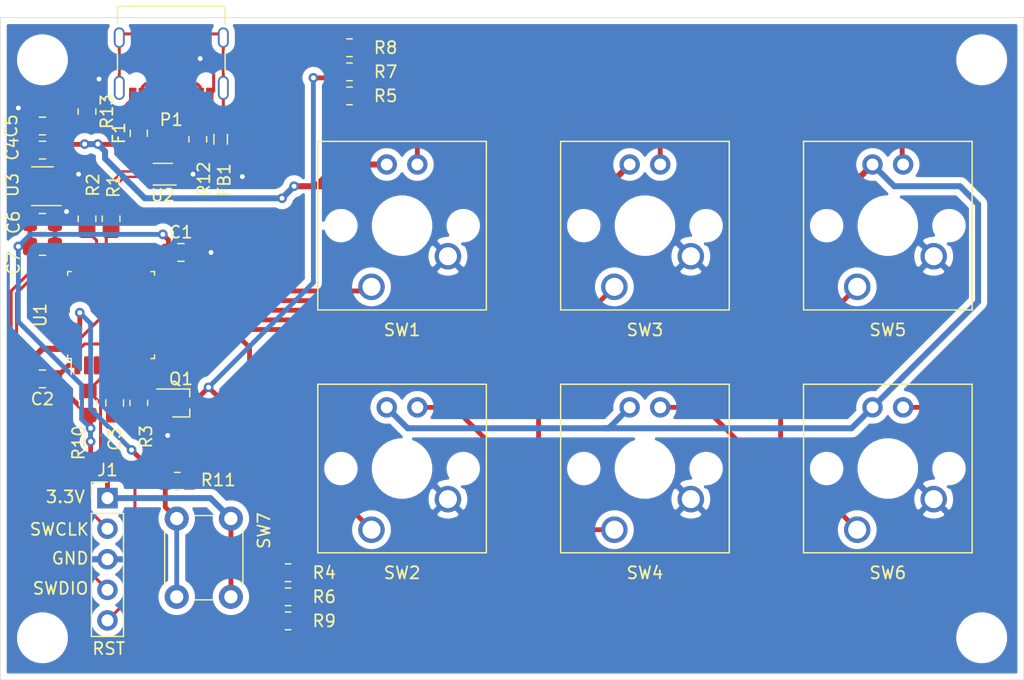
<source format=kicad_pcb>
(kicad_pcb (version 20171130) (host pcbnew 5.1.10)

  (general
    (thickness 1.6)
    (drawings 11)
    (tracks 308)
    (zones 0)
    (modules 39)
    (nets 47)
  )

  (page A4)
  (title_block
    (title "6key business card")
    (date 2021-10-19)
    (rev 0.2)
    (company "by Jeffrey Conley")
  )

  (layers
    (0 F.Cu signal)
    (31 B.Cu signal)
    (32 B.Adhes user)
    (33 F.Adhes user)
    (34 B.Paste user)
    (35 F.Paste user)
    (36 B.SilkS user)
    (37 F.SilkS user)
    (38 B.Mask user)
    (39 F.Mask user)
    (40 Dwgs.User user hide)
    (41 Cmts.User user)
    (42 Eco1.User user)
    (43 Eco2.User user)
    (44 Edge.Cuts user)
    (45 Margin user)
    (46 B.CrtYd user)
    (47 F.CrtYd user)
    (48 B.Fab user hide)
    (49 F.Fab user hide)
  )

  (setup
    (last_trace_width 0.25)
    (user_trace_width 0.4)
    (user_trace_width 0.5)
    (trace_clearance 0.2)
    (zone_clearance 0.508)
    (zone_45_only no)
    (trace_min 0.2)
    (via_size 0.8)
    (via_drill 0.4)
    (via_min_size 0.4)
    (via_min_drill 0.3)
    (uvia_size 0.3)
    (uvia_drill 0.1)
    (uvias_allowed no)
    (uvia_min_size 0.2)
    (uvia_min_drill 0.1)
    (edge_width 0.05)
    (segment_width 0.2)
    (pcb_text_width 0.3)
    (pcb_text_size 1.5 1.5)
    (mod_edge_width 0.12)
    (mod_text_size 1 1)
    (mod_text_width 0.15)
    (pad_size 1.524 1.524)
    (pad_drill 0.762)
    (pad_to_mask_clearance 0)
    (aux_axis_origin 0 0)
    (visible_elements FFFFFF7F)
    (pcbplotparams
      (layerselection 0x010fc_ffffffff)
      (usegerberextensions false)
      (usegerberattributes true)
      (usegerberadvancedattributes true)
      (creategerberjobfile true)
      (excludeedgelayer true)
      (linewidth 0.100000)
      (plotframeref false)
      (viasonmask false)
      (mode 1)
      (useauxorigin false)
      (hpglpennumber 1)
      (hpglpenspeed 20)
      (hpglpendiameter 15.000000)
      (psnegative false)
      (psa4output false)
      (plotreference true)
      (plotvalue true)
      (plotinvisibletext false)
      (padsonsilk false)
      (subtractmaskfromsilk false)
      (outputformat 1)
      (mirror false)
      (drillshape 1)
      (scaleselection 1)
      (outputdirectory ""))
  )

  (net 0 "")
  (net 1 GND)
  (net 2 +3V3)
  (net 3 VBUS)
  (net 4 "Net-(P1-PadA5)")
  (net 5 /USB_D-)
  (net 6 "Net-(P1-PadB5)")
  (net 7 /USB_D+)
  (net 8 "Net-(R1-Pad2)")
  (net 9 "Net-(R2-Pad2)")
  (net 10 "Net-(U1-Pad30)")
  (net 11 "Net-(U1-Pad29)")
  (net 12 "Net-(U1-Pad28)")
  (net 13 "Net-(U1-Pad27)")
  (net 14 "Net-(U1-Pad26)")
  (net 15 "Net-(U1-Pad25)")
  (net 16 "Net-(U1-Pad20)")
  (net 17 "Net-(U1-Pad19)")
  (net 18 "Net-(U1-Pad18)")
  (net 19 "Net-(U1-Pad9)")
  (net 20 "Net-(U1-Pad8)")
  (net 21 "Net-(U1-Pad3)")
  (net 22 "Net-(U1-Pad2)")
  (net 23 "Net-(F1-Pad2)")
  (net 24 "Net-(FB1-Pad2)")
  (net 25 "Net-(P1-PadA7)")
  (net 26 "Net-(P1-PadA6)")
  (net 27 /SW1)
  (net 28 /SW2)
  (net 29 /SW3)
  (net 30 /SW4)
  (net 31 /SW5)
  (net 32 /SW6)
  (net 33 "Net-(U1-Pad7)")
  (net 34 /V_LED)
  (net 35 /LEDs)
  (net 36 "Net-(R4-Pad1)")
  (net 37 "Net-(R5-Pad1)")
  (net 38 "Net-(R6-Pad1)")
  (net 39 "Net-(R7-Pad1)")
  (net 40 "Net-(R8-Pad1)")
  (net 41 "Net-(R9-Pad1)")
  (net 42 "Net-(U3-Pad4)")
  (net 43 /Reset)
  (net 44 /SWCLK)
  (net 45 /SWDIO)
  (net 46 "Net-(R11-Pad2)")

  (net_class Default "This is the default net class."
    (clearance 0.2)
    (trace_width 0.25)
    (via_dia 0.8)
    (via_drill 0.4)
    (uvia_dia 0.3)
    (uvia_drill 0.1)
    (add_net +3V3)
    (add_net /LEDs)
    (add_net /Reset)
    (add_net /SW1)
    (add_net /SW2)
    (add_net /SW3)
    (add_net /SW4)
    (add_net /SW5)
    (add_net /SW6)
    (add_net /SWCLK)
    (add_net /SWDIO)
    (add_net /USB_D+)
    (add_net /USB_D-)
    (add_net /V_LED)
    (add_net GND)
    (add_net "Net-(F1-Pad2)")
    (add_net "Net-(FB1-Pad2)")
    (add_net "Net-(P1-PadA5)")
    (add_net "Net-(P1-PadA6)")
    (add_net "Net-(P1-PadA7)")
    (add_net "Net-(P1-PadB5)")
    (add_net "Net-(R1-Pad2)")
    (add_net "Net-(R11-Pad2)")
    (add_net "Net-(R2-Pad2)")
    (add_net "Net-(R4-Pad1)")
    (add_net "Net-(R5-Pad1)")
    (add_net "Net-(R6-Pad1)")
    (add_net "Net-(R7-Pad1)")
    (add_net "Net-(R8-Pad1)")
    (add_net "Net-(R9-Pad1)")
    (add_net "Net-(U1-Pad18)")
    (add_net "Net-(U1-Pad19)")
    (add_net "Net-(U1-Pad2)")
    (add_net "Net-(U1-Pad20)")
    (add_net "Net-(U1-Pad25)")
    (add_net "Net-(U1-Pad26)")
    (add_net "Net-(U1-Pad27)")
    (add_net "Net-(U1-Pad28)")
    (add_net "Net-(U1-Pad29)")
    (add_net "Net-(U1-Pad3)")
    (add_net "Net-(U1-Pad30)")
    (add_net "Net-(U1-Pad7)")
    (add_net "Net-(U1-Pad8)")
    (add_net "Net-(U1-Pad9)")
    (add_net "Net-(U3-Pad4)")
    (add_net VBUS)
  )

  (module Resistor_SMD:R_0805_2012Metric_Pad1.20x1.40mm_HandSolder (layer F.Cu) (tedit 5F68FEEE) (tstamp 6177833E)
    (at 63.2 122.8 270)
    (descr "Resistor SMD 0805 (2012 Metric), square (rectangular) end terminal, IPC_7351 nominal with elongated pad for handsoldering. (Body size source: IPC-SM-782 page 72, https://www.pcb-3d.com/wordpress/wp-content/uploads/ipc-sm-782a_amendment_1_and_2.pdf), generated with kicad-footprint-generator")
    (tags "resistor handsolder")
    (path /61783DEF)
    (attr smd)
    (fp_text reference R13 (at 0 -1.65 90) (layer F.SilkS)
      (effects (font (size 1 1) (thickness 0.15)))
    )
    (fp_text value 5.1k (at 0 1.65 90) (layer F.Fab)
      (effects (font (size 1 1) (thickness 0.15)))
    )
    (fp_text user %R (at 0 0 90) (layer F.Fab)
      (effects (font (size 0.5 0.5) (thickness 0.08)))
    )
    (fp_line (start -1 0.625) (end -1 -0.625) (layer F.Fab) (width 0.1))
    (fp_line (start -1 -0.625) (end 1 -0.625) (layer F.Fab) (width 0.1))
    (fp_line (start 1 -0.625) (end 1 0.625) (layer F.Fab) (width 0.1))
    (fp_line (start 1 0.625) (end -1 0.625) (layer F.Fab) (width 0.1))
    (fp_line (start -0.227064 -0.735) (end 0.227064 -0.735) (layer F.SilkS) (width 0.12))
    (fp_line (start -0.227064 0.735) (end 0.227064 0.735) (layer F.SilkS) (width 0.12))
    (fp_line (start -1.85 0.95) (end -1.85 -0.95) (layer F.CrtYd) (width 0.05))
    (fp_line (start -1.85 -0.95) (end 1.85 -0.95) (layer F.CrtYd) (width 0.05))
    (fp_line (start 1.85 -0.95) (end 1.85 0.95) (layer F.CrtYd) (width 0.05))
    (fp_line (start 1.85 0.95) (end -1.85 0.95) (layer F.CrtYd) (width 0.05))
    (pad 2 smd roundrect (at 1 0 270) (size 1.2 1.4) (layers F.Cu F.Paste F.Mask) (roundrect_rratio 0.208333)
      (net 6 "Net-(P1-PadB5)"))
    (pad 1 smd roundrect (at -1 0 270) (size 1.2 1.4) (layers F.Cu F.Paste F.Mask) (roundrect_rratio 0.208333)
      (net 1 GND))
    (model ${KISYS3DMOD}/Resistor_SMD.3dshapes/R_0805_2012Metric.wrl
      (at (xyz 0 0 0))
      (scale (xyz 1 1 1))
      (rotate (xyz 0 0 0))
    )
  )

  (module Resistor_SMD:R_0805_2012Metric_Pad1.20x1.40mm_HandSolder (layer F.Cu) (tedit 5F68FEEE) (tstamp 617782DD)
    (at 72.4 125.1 90)
    (descr "Resistor SMD 0805 (2012 Metric), square (rectangular) end terminal, IPC_7351 nominal with elongated pad for handsoldering. (Body size source: IPC-SM-782 page 72, https://www.pcb-3d.com/wordpress/wp-content/uploads/ipc-sm-782a_amendment_1_and_2.pdf), generated with kicad-footprint-generator")
    (tags "resistor handsolder")
    (path /617771B9)
    (attr smd)
    (fp_text reference R12 (at -3.3 0.5 90) (layer F.SilkS)
      (effects (font (size 1 1) (thickness 0.15)))
    )
    (fp_text value 5.1k (at 0 1.65 90) (layer F.Fab)
      (effects (font (size 1 1) (thickness 0.15)))
    )
    (fp_text user %R (at 0 0 90) (layer F.Fab)
      (effects (font (size 0.5 0.5) (thickness 0.08)))
    )
    (fp_line (start -1 0.625) (end -1 -0.625) (layer F.Fab) (width 0.1))
    (fp_line (start -1 -0.625) (end 1 -0.625) (layer F.Fab) (width 0.1))
    (fp_line (start 1 -0.625) (end 1 0.625) (layer F.Fab) (width 0.1))
    (fp_line (start 1 0.625) (end -1 0.625) (layer F.Fab) (width 0.1))
    (fp_line (start -0.227064 -0.735) (end 0.227064 -0.735) (layer F.SilkS) (width 0.12))
    (fp_line (start -0.227064 0.735) (end 0.227064 0.735) (layer F.SilkS) (width 0.12))
    (fp_line (start -1.85 0.95) (end -1.85 -0.95) (layer F.CrtYd) (width 0.05))
    (fp_line (start -1.85 -0.95) (end 1.85 -0.95) (layer F.CrtYd) (width 0.05))
    (fp_line (start 1.85 -0.95) (end 1.85 0.95) (layer F.CrtYd) (width 0.05))
    (fp_line (start 1.85 0.95) (end -1.85 0.95) (layer F.CrtYd) (width 0.05))
    (pad 2 smd roundrect (at 1 0 90) (size 1.2 1.4) (layers F.Cu F.Paste F.Mask) (roundrect_rratio 0.208333)
      (net 4 "Net-(P1-PadA5)"))
    (pad 1 smd roundrect (at -1 0 90) (size 1.2 1.4) (layers F.Cu F.Paste F.Mask) (roundrect_rratio 0.208333)
      (net 1 GND))
    (model ${KISYS3DMOD}/Resistor_SMD.3dshapes/R_0805_2012Metric.wrl
      (at (xyz 0 0 0))
      (scale (xyz 1 1 1))
      (rotate (xyz 0 0 0))
    )
  )

  (module Connector_PinHeader_2.54mm:PinHeader_1x05_P2.54mm_Vertical (layer F.Cu) (tedit 59FED5CC) (tstamp 6171DC13)
    (at 64.9 154.9)
    (descr "Through hole straight pin header, 1x05, 2.54mm pitch, single row")
    (tags "Through hole pin header THT 1x05 2.54mm single row")
    (path /617330EC)
    (fp_text reference J1 (at 0 -2.33) (layer F.SilkS)
      (effects (font (size 1 1) (thickness 0.15)))
    )
    (fp_text value SWD (at 0 12.49) (layer F.Fab)
      (effects (font (size 1 1) (thickness 0.15)))
    )
    (fp_line (start 1.8 -1.8) (end -1.8 -1.8) (layer F.CrtYd) (width 0.05))
    (fp_line (start 1.8 11.95) (end 1.8 -1.8) (layer F.CrtYd) (width 0.05))
    (fp_line (start -1.8 11.95) (end 1.8 11.95) (layer F.CrtYd) (width 0.05))
    (fp_line (start -1.8 -1.8) (end -1.8 11.95) (layer F.CrtYd) (width 0.05))
    (fp_line (start -1.33 -1.33) (end 0 -1.33) (layer F.SilkS) (width 0.12))
    (fp_line (start -1.33 0) (end -1.33 -1.33) (layer F.SilkS) (width 0.12))
    (fp_line (start -1.33 1.27) (end 1.33 1.27) (layer F.SilkS) (width 0.12))
    (fp_line (start 1.33 1.27) (end 1.33 11.49) (layer F.SilkS) (width 0.12))
    (fp_line (start -1.33 1.27) (end -1.33 11.49) (layer F.SilkS) (width 0.12))
    (fp_line (start -1.33 11.49) (end 1.33 11.49) (layer F.SilkS) (width 0.12))
    (fp_line (start -1.27 -0.635) (end -0.635 -1.27) (layer F.Fab) (width 0.1))
    (fp_line (start -1.27 11.43) (end -1.27 -0.635) (layer F.Fab) (width 0.1))
    (fp_line (start 1.27 11.43) (end -1.27 11.43) (layer F.Fab) (width 0.1))
    (fp_line (start 1.27 -1.27) (end 1.27 11.43) (layer F.Fab) (width 0.1))
    (fp_line (start -0.635 -1.27) (end 1.27 -1.27) (layer F.Fab) (width 0.1))
    (fp_text user %R (at 0 5.08 90) (layer F.Fab)
      (effects (font (size 1 1) (thickness 0.15)))
    )
    (pad 1 thru_hole rect (at 0 0) (size 1.7 1.7) (drill 1) (layers *.Cu *.Mask)
      (net 2 +3V3))
    (pad 2 thru_hole oval (at 0 2.54) (size 1.7 1.7) (drill 1) (layers *.Cu *.Mask)
      (net 44 /SWCLK))
    (pad 3 thru_hole oval (at 0 5.08) (size 1.7 1.7) (drill 1) (layers *.Cu *.Mask)
      (net 1 GND))
    (pad 4 thru_hole oval (at 0 7.62) (size 1.7 1.7) (drill 1) (layers *.Cu *.Mask)
      (net 45 /SWDIO))
    (pad 5 thru_hole oval (at 0 10.16) (size 1.7 1.7) (drill 1) (layers *.Cu *.Mask)
      (net 43 /Reset))
    (model ${KISYS3DMOD}/Connector_PinHeader_2.54mm.3dshapes/PinHeader_1x05_P2.54mm_Vertical.wrl
      (at (xyz 0 0 0))
      (scale (xyz 1 1 1))
      (rotate (xyz 0 0 0))
    )
  )

  (module Connector_USB:USB_C_Receptacle_Palconn_UTC16-G (layer F.Cu) (tedit 5CF432E0) (tstamp 615B8622)
    (at 70.2 118.9 180)
    (descr http://www.palpilot.com/wp-content/uploads/2017/05/UTC027-GKN-OR-Rev-A.pdf)
    (tags "USB C Type-C Receptacle USB2.0")
    (path /614A0F6B)
    (attr smd)
    (fp_text reference P1 (at 0 -4.58) (layer F.SilkS)
      (effects (font (size 1 1) (thickness 0.15)))
    )
    (fp_text value USB_C_Plug_USB2.0 (at 0 6.24) (layer F.Fab)
      (effects (font (size 1 1) (thickness 0.15)))
    )
    (fp_line (start 4.47 4.84) (end -4.47 4.84) (layer F.SilkS) (width 0.12))
    (fp_line (start 4.47 -0.67) (end 4.47 1.13) (layer F.SilkS) (width 0.12))
    (fp_line (start 4.47 4.84) (end 4.47 3.38) (layer F.SilkS) (width 0.12))
    (fp_line (start -4.47 4.84) (end -4.47 3.38) (layer F.SilkS) (width 0.12))
    (fp_line (start -4.47 -0.67) (end -4.47 1.13) (layer F.SilkS) (width 0.12))
    (fp_line (start -4.47 4.34) (end 4.47 4.34) (layer Dwgs.User) (width 0.1))
    (fp_line (start 5.27 5.34) (end 5.27 -3.59) (layer F.CrtYd) (width 0.05))
    (fp_line (start 5.27 -3.59) (end -5.27 -3.59) (layer F.CrtYd) (width 0.05))
    (fp_line (start -5.27 -3.59) (end -5.27 5.34) (layer F.CrtYd) (width 0.05))
    (fp_line (start -5.27 5.34) (end 5.27 5.34) (layer F.CrtYd) (width 0.05))
    (fp_line (start -4.47 -2.48) (end -4.47 4.84) (layer F.Fab) (width 0.1))
    (fp_line (start 4.47 4.84) (end -4.47 4.84) (layer F.Fab) (width 0.1))
    (fp_line (start 4.47 -2.48) (end 4.47 4.84) (layer F.Fab) (width 0.1))
    (fp_line (start -4.47 -2.48) (end 4.47 -2.48) (layer F.Fab) (width 0.1))
    (fp_text user "PCB Edge" (at 0 3.43) (layer Dwgs.User)
      (effects (font (size 1 1) (thickness 0.15)))
    )
    (fp_text user %R (at 0 1.18) (layer F.Fab)
      (effects (font (size 1 1) (thickness 0.15)))
    )
    (pad A12 smd rect (at 3.2 -2.51 180) (size 0.6 1.16) (layers F.Cu F.Paste F.Mask)
      (net 1 GND))
    (pad A9 smd rect (at 2.4 -2.51 180) (size 0.6 1.16) (layers F.Cu F.Paste F.Mask)
      (net 23 "Net-(F1-Pad2)"))
    (pad B1 smd rect (at 3.2 -2.51 180) (size 0.6 1.16) (layers F.Cu F.Paste F.Mask)
      (net 1 GND))
    (pad B4 smd rect (at 2.4 -2.51 180) (size 0.6 1.16) (layers F.Cu F.Paste F.Mask)
      (net 23 "Net-(F1-Pad2)"))
    (pad B12 smd rect (at -3.2 -2.51 180) (size 0.6 1.16) (layers F.Cu F.Paste F.Mask)
      (net 1 GND))
    (pad A1 smd rect (at -3.2 -2.51 180) (size 0.6 1.16) (layers F.Cu F.Paste F.Mask)
      (net 1 GND))
    (pad B9 smd rect (at -2.4 -2.51 180) (size 0.6 1.16) (layers F.Cu F.Paste F.Mask)
      (net 23 "Net-(F1-Pad2)"))
    (pad A4 smd rect (at -2.4 -2.51 180) (size 0.6 1.16) (layers F.Cu F.Paste F.Mask)
      (net 23 "Net-(F1-Pad2)"))
    (pad "" np_thru_hole circle (at -2.89 -1.45) (size 0.6 0.6) (drill 0.6) (layers *.Cu *.Mask))
    (pad "" np_thru_hole circle (at 2.89 -1.45) (size 0.6 0.6) (drill 0.6) (layers *.Cu *.Mask))
    (pad B5 smd rect (at 1.75 -2.51) (size 0.3 1.16) (layers F.Cu F.Paste F.Mask)
      (net 6 "Net-(P1-PadB5)"))
    (pad B6 smd rect (at 0.75 -2.51) (size 0.3 1.16) (layers F.Cu F.Paste F.Mask))
    (pad A8 smd rect (at 1.25 -2.51) (size 0.3 1.16) (layers F.Cu F.Paste F.Mask))
    (pad A5 smd rect (at -1.25 -2.51) (size 0.3 1.16) (layers F.Cu F.Paste F.Mask)
      (net 4 "Net-(P1-PadA5)"))
    (pad B8 smd rect (at -1.75 -2.51) (size 0.3 1.16) (layers F.Cu F.Paste F.Mask))
    (pad A7 smd rect (at 0.25 -2.51) (size 0.3 1.16) (layers F.Cu F.Paste F.Mask)
      (net 25 "Net-(P1-PadA7)"))
    (pad A6 smd rect (at -0.25 -2.51) (size 0.3 1.16) (layers F.Cu F.Paste F.Mask)
      (net 26 "Net-(P1-PadA6)"))
    (pad B7 smd rect (at -0.75 -2.51) (size 0.3 1.16) (layers F.Cu F.Paste F.Mask))
    (pad S1 thru_hole oval (at 4.32 2.24 270) (size 1.7 0.9) (drill oval 1.4 0.6) (layers *.Cu *.Mask)
      (net 24 "Net-(FB1-Pad2)"))
    (pad S1 thru_hole oval (at -4.32 2.24 270) (size 1.7 0.9) (drill oval 1.4 0.6) (layers *.Cu *.Mask)
      (net 24 "Net-(FB1-Pad2)"))
    (pad S1 thru_hole oval (at 4.32 -1.93 270) (size 2 0.9) (drill oval 1.7 0.6) (layers *.Cu *.Mask)
      (net 24 "Net-(FB1-Pad2)"))
    (pad S1 thru_hole oval (at -4.32 -1.93 270) (size 2 0.9) (drill oval 1.7 0.6) (layers *.Cu *.Mask)
      (net 24 "Net-(FB1-Pad2)"))
    (model ${KISYS3DMOD}/Connector_USB.3dshapes/USB_C_Receptacle_Palconn_UTC16-G.wrl
      (at (xyz 0 0 0))
      (scale (xyz 1 1 1))
      (rotate (xyz 0 0 0))
    )
  )

  (module Package_TO_SOT_SMD:SOT-323_SC-70_Handsoldering (layer F.Cu) (tedit 5A02FF57) (tstamp 615C1DD2)
    (at 71 147)
    (descr "SOT-323, SC-70 Handsoldering")
    (tags "SOT-323 SC-70 Handsoldering")
    (path /6166BB9D)
    (attr smd)
    (fp_text reference Q1 (at 0 -2) (layer F.SilkS)
      (effects (font (size 1 1) (thickness 0.15)))
    )
    (fp_text value DMG1012T (at 0 2.05) (layer F.Fab)
      (effects (font (size 1 1) (thickness 0.15)))
    )
    (fp_line (start -0.175 -1.1) (end -0.675 -0.6) (layer F.Fab) (width 0.1))
    (fp_line (start 0.675 1.1) (end -0.675 1.1) (layer F.Fab) (width 0.1))
    (fp_line (start 0.675 -1.1) (end 0.675 1.1) (layer F.Fab) (width 0.1))
    (fp_line (start -0.675 -0.6) (end -0.675 1.1) (layer F.Fab) (width 0.1))
    (fp_line (start 0.675 -1.1) (end -0.175 -1.1) (layer F.Fab) (width 0.1))
    (fp_line (start -0.675 1.16) (end 0.735 1.16) (layer F.SilkS) (width 0.12))
    (fp_line (start 0.735 -1.16) (end -2 -1.16) (layer F.SilkS) (width 0.12))
    (fp_line (start -2.4 1.3) (end -2.4 -1.3) (layer F.CrtYd) (width 0.05))
    (fp_line (start -2.4 -1.3) (end 2.4 -1.3) (layer F.CrtYd) (width 0.05))
    (fp_line (start 2.4 -1.3) (end 2.4 1.3) (layer F.CrtYd) (width 0.05))
    (fp_line (start 2.4 1.3) (end -2.4 1.3) (layer F.CrtYd) (width 0.05))
    (fp_line (start 0.735 -1.17) (end 0.735 -0.5) (layer F.SilkS) (width 0.12))
    (fp_line (start 0.735 0.5) (end 0.735 1.16) (layer F.SilkS) (width 0.12))
    (fp_text user %R (at 0 0 90) (layer F.Fab)
      (effects (font (size 0.5 0.5) (thickness 0.075)))
    )
    (pad 3 smd rect (at 1.33 0 270) (size 0.45 1.5) (layers F.Cu F.Paste F.Mask)
      (net 34 /V_LED))
    (pad 2 smd rect (at -1.33 0.65 270) (size 0.45 1.5) (layers F.Cu F.Paste F.Mask)
      (net 1 GND))
    (pad 1 smd rect (at -1.33 -0.65 270) (size 0.45 1.5) (layers F.Cu F.Paste F.Mask)
      (net 35 /LEDs))
    (model ${KISYS3DMOD}/Package_TO_SOT_SMD.3dshapes/SOT-323_SC-70.wrl
      (at (xyz 0 0 0))
      (scale (xyz 1 1 1))
      (rotate (xyz 0 0 0))
    )
  )

  (module Button_Switch_THT:SW_PUSH_6mm (layer F.Cu) (tedit 5A02FE31) (tstamp 616CBFA3)
    (at 75.15 156.6 270)
    (descr https://www.omron.com/ecb/products/pdf/en-b3f.pdf)
    (tags "tact sw push 6mm")
    (path /616D6470)
    (fp_text reference SW7 (at 1 -2.75 90) (layer F.SilkS)
      (effects (font (size 1 1) (thickness 0.15)))
    )
    (fp_text value Boot (at 3.75 6.7 90) (layer F.Fab)
      (effects (font (size 1 1) (thickness 0.15)))
    )
    (fp_line (start 3.25 -0.75) (end 6.25 -0.75) (layer F.Fab) (width 0.1))
    (fp_line (start 6.25 -0.75) (end 6.25 5.25) (layer F.Fab) (width 0.1))
    (fp_line (start 6.25 5.25) (end 0.25 5.25) (layer F.Fab) (width 0.1))
    (fp_line (start 0.25 5.25) (end 0.25 -0.75) (layer F.Fab) (width 0.1))
    (fp_line (start 0.25 -0.75) (end 3.25 -0.75) (layer F.Fab) (width 0.1))
    (fp_line (start 7.75 6) (end 8 6) (layer F.CrtYd) (width 0.05))
    (fp_line (start 8 6) (end 8 5.75) (layer F.CrtYd) (width 0.05))
    (fp_line (start 7.75 -1.5) (end 8 -1.5) (layer F.CrtYd) (width 0.05))
    (fp_line (start 8 -1.5) (end 8 -1.25) (layer F.CrtYd) (width 0.05))
    (fp_line (start -1.5 -1.25) (end -1.5 -1.5) (layer F.CrtYd) (width 0.05))
    (fp_line (start -1.5 -1.5) (end -1.25 -1.5) (layer F.CrtYd) (width 0.05))
    (fp_line (start -1.5 5.75) (end -1.5 6) (layer F.CrtYd) (width 0.05))
    (fp_line (start -1.5 6) (end -1.25 6) (layer F.CrtYd) (width 0.05))
    (fp_line (start -1.25 -1.5) (end 7.75 -1.5) (layer F.CrtYd) (width 0.05))
    (fp_line (start -1.5 5.75) (end -1.5 -1.25) (layer F.CrtYd) (width 0.05))
    (fp_line (start 7.75 6) (end -1.25 6) (layer F.CrtYd) (width 0.05))
    (fp_line (start 8 -1.25) (end 8 5.75) (layer F.CrtYd) (width 0.05))
    (fp_line (start 1 5.5) (end 5.5 5.5) (layer F.SilkS) (width 0.12))
    (fp_line (start -0.25 1.5) (end -0.25 3) (layer F.SilkS) (width 0.12))
    (fp_line (start 5.5 -1) (end 1 -1) (layer F.SilkS) (width 0.12))
    (fp_line (start 6.75 3) (end 6.75 1.5) (layer F.SilkS) (width 0.12))
    (fp_circle (center 3.25 2.25) (end 1.25 2.5) (layer F.Fab) (width 0.1))
    (fp_text user %R (at 3.25 2.25 90) (layer F.Fab)
      (effects (font (size 1 1) (thickness 0.15)))
    )
    (pad 1 thru_hole circle (at 6.5 0) (size 2 2) (drill 1.1) (layers *.Cu *.Mask)
      (net 2 +3V3))
    (pad 2 thru_hole circle (at 6.5 4.5) (size 2 2) (drill 1.1) (layers *.Cu *.Mask)
      (net 46 "Net-(R11-Pad2)"))
    (pad 1 thru_hole circle (at 0 0) (size 2 2) (drill 1.1) (layers *.Cu *.Mask)
      (net 2 +3V3))
    (pad 2 thru_hole circle (at 0 4.5) (size 2 2) (drill 1.1) (layers *.Cu *.Mask)
      (net 46 "Net-(R11-Pad2)"))
    (model ${KISYS3DMOD}/Button_Switch_THT.3dshapes/SW_PUSH_6mm.wrl
      (at (xyz 0 0 0))
      (scale (xyz 1 1 1))
      (rotate (xyz 0 0 0))
    )
  )

  (module Resistor_SMD:R_0805_2012Metric_Pad1.20x1.40mm_HandSolder (layer F.Cu) (tedit 5F68FEEE) (tstamp 616CBE7C)
    (at 70.7 153.5 180)
    (descr "Resistor SMD 0805 (2012 Metric), square (rectangular) end terminal, IPC_7351 nominal with elongated pad for handsoldering. (Body size source: IPC-SM-782 page 72, https://www.pcb-3d.com/wordpress/wp-content/uploads/ipc-sm-782a_amendment_1_and_2.pdf), generated with kicad-footprint-generator")
    (tags "resistor handsolder")
    (path /616E3F66)
    (attr smd)
    (fp_text reference R11 (at -3.4 0.1) (layer F.SilkS)
      (effects (font (size 1 1) (thickness 0.15)))
    )
    (fp_text value 10k (at 0 1.65) (layer F.Fab)
      (effects (font (size 1 1) (thickness 0.15)))
    )
    (fp_line (start -1 0.625) (end -1 -0.625) (layer F.Fab) (width 0.1))
    (fp_line (start -1 -0.625) (end 1 -0.625) (layer F.Fab) (width 0.1))
    (fp_line (start 1 -0.625) (end 1 0.625) (layer F.Fab) (width 0.1))
    (fp_line (start 1 0.625) (end -1 0.625) (layer F.Fab) (width 0.1))
    (fp_line (start -0.227064 -0.735) (end 0.227064 -0.735) (layer F.SilkS) (width 0.12))
    (fp_line (start -0.227064 0.735) (end 0.227064 0.735) (layer F.SilkS) (width 0.12))
    (fp_line (start -1.85 0.95) (end -1.85 -0.95) (layer F.CrtYd) (width 0.05))
    (fp_line (start -1.85 -0.95) (end 1.85 -0.95) (layer F.CrtYd) (width 0.05))
    (fp_line (start 1.85 -0.95) (end 1.85 0.95) (layer F.CrtYd) (width 0.05))
    (fp_line (start 1.85 0.95) (end -1.85 0.95) (layer F.CrtYd) (width 0.05))
    (fp_text user %R (at 0 0) (layer F.Fab)
      (effects (font (size 0.5 0.5) (thickness 0.08)))
    )
    (pad 2 smd roundrect (at 1 0 180) (size 1.2 1.4) (layers F.Cu F.Paste F.Mask) (roundrect_rratio 0.208333)
      (net 46 "Net-(R11-Pad2)"))
    (pad 1 smd roundrect (at -1 0 180) (size 1.2 1.4) (layers F.Cu F.Paste F.Mask) (roundrect_rratio 0.208333)
      (net 1 GND))
    (model ${KISYS3DMOD}/Resistor_SMD.3dshapes/R_0805_2012Metric.wrl
      (at (xyz 0 0 0))
      (scale (xyz 1 1 1))
      (rotate (xyz 0 0 0))
    )
  )

  (module Resistor_SMD:R_0805_2012Metric_Pad1.20x1.40mm_HandSolder (layer F.Cu) (tedit 5F68FEEE) (tstamp 6167B08F)
    (at 63.3 147 270)
    (descr "Resistor SMD 0805 (2012 Metric), square (rectangular) end terminal, IPC_7351 nominal with elongated pad for handsoldering. (Body size source: IPC-SM-782 page 72, https://www.pcb-3d.com/wordpress/wp-content/uploads/ipc-sm-782a_amendment_1_and_2.pdf), generated with kicad-footprint-generator")
    (tags "resistor handsolder")
    (path /6171071E)
    (attr smd)
    (fp_text reference R10 (at 3.3 0.8 90) (layer F.SilkS)
      (effects (font (size 1 1) (thickness 0.15)))
    )
    (fp_text value 10k (at 0 1.65 90) (layer F.Fab)
      (effects (font (size 1 1) (thickness 0.15)))
    )
    (fp_line (start 1.85 0.95) (end -1.85 0.95) (layer F.CrtYd) (width 0.05))
    (fp_line (start 1.85 -0.95) (end 1.85 0.95) (layer F.CrtYd) (width 0.05))
    (fp_line (start -1.85 -0.95) (end 1.85 -0.95) (layer F.CrtYd) (width 0.05))
    (fp_line (start -1.85 0.95) (end -1.85 -0.95) (layer F.CrtYd) (width 0.05))
    (fp_line (start -0.227064 0.735) (end 0.227064 0.735) (layer F.SilkS) (width 0.12))
    (fp_line (start -0.227064 -0.735) (end 0.227064 -0.735) (layer F.SilkS) (width 0.12))
    (fp_line (start 1 0.625) (end -1 0.625) (layer F.Fab) (width 0.1))
    (fp_line (start 1 -0.625) (end 1 0.625) (layer F.Fab) (width 0.1))
    (fp_line (start -1 -0.625) (end 1 -0.625) (layer F.Fab) (width 0.1))
    (fp_line (start -1 0.625) (end -1 -0.625) (layer F.Fab) (width 0.1))
    (fp_text user %R (at 0 0 90) (layer F.Fab)
      (effects (font (size 0.5 0.5) (thickness 0.08)))
    )
    (pad 2 smd roundrect (at 1 0 270) (size 1.2 1.4) (layers F.Cu F.Paste F.Mask) (roundrect_rratio 0.208333)
      (net 2 +3V3))
    (pad 1 smd roundrect (at -1 0 270) (size 1.2 1.4) (layers F.Cu F.Paste F.Mask) (roundrect_rratio 0.208333)
      (net 43 /Reset))
    (model ${KISYS3DMOD}/Resistor_SMD.3dshapes/R_0805_2012Metric.wrl
      (at (xyz 0 0 0))
      (scale (xyz 1 1 1))
      (rotate (xyz 0 0 0))
    )
  )

  (module CherryMX_PCB_LED:CherryMX_1.00u_PCB_LED (layer F.Cu) (tedit 5E866FEB) (tstamp 615C1464)
    (at 109.535 152.445 180)
    (descr "Cherry MX switch footprint. Size: 1.00u, Mount type: PCB, Using Kailh Socket: no, Stabilizer: n/a, Lighting: 2 pin LED")
    (tags "CherryMX 1.00u PCB LED")
    (path /61636DE6)
    (fp_text reference SW4 (at 0 -8.6625) (layer F.SilkS)
      (effects (font (size 1 1) (thickness 0.15)))
    )
    (fp_text value CherryMX_LED (at 0 8.6625) (layer F.Fab)
      (effects (font (size 1 1) (thickness 0.15)))
    )
    (fp_line (start 7 7) (end -7 7) (layer F.SilkS) (width 0.12))
    (fp_line (start 7 -7) (end 7 7) (layer F.SilkS) (width 0.12))
    (fp_line (start -7 -7) (end 7 -7) (layer F.SilkS) (width 0.12))
    (fp_line (start -7 -7) (end -7 7) (layer F.SilkS) (width 0.12))
    (fp_line (start -7.8 -7.8) (end 7.8 -7.8) (layer F.Fab) (width 0.12))
    (fp_line (start -7.8 -7.8) (end -7.8 7.8) (layer F.Fab) (width 0.12))
    (fp_line (start 7.8 -7.8) (end 7.8 7.8) (layer F.Fab) (width 0.12))
    (fp_line (start -7.8 7.8) (end 7.8 7.8) (layer F.Fab) (width 0.12))
    (fp_line (start -9.525 9.525) (end -9.525 -9.525) (layer Dwgs.User) (width 0.12))
    (fp_line (start 9.525 9.525) (end -9.525 9.525) (layer Dwgs.User) (width 0.12))
    (fp_line (start 9.525 -9.525) (end 9.525 9.525) (layer Dwgs.User) (width 0.12))
    (fp_line (start -9.525 -9.525) (end 9.525 -9.525) (layer Dwgs.User) (width 0.12))
    (pad 4 thru_hole circle (at 1.27 5.08 180) (size 1.6906 1.6906) (drill 0.9906) (layers *.Cu *.Mask)
      (net 3 VBUS))
    (pad 3 thru_hole circle (at -1.27 5.08 180) (size 1.6906 1.6906) (drill 0.9906) (layers *.Cu *.Mask)
      (net 38 "Net-(R6-Pad1)"))
    (pad 2 thru_hole circle (at 2.54 -5.08 180) (size 2.2 2.2) (drill 1.5) (layers *.Cu *.Mask)
      (net 30 /SW4))
    (pad 1 thru_hole circle (at -3.81 -2.54 180) (size 2.2 2.2) (drill 1.5) (layers *.Cu *.Mask)
      (net 1 GND))
    (pad "" np_thru_hole circle (at 5.08 0 180) (size 1.75 1.75) (drill 1.75) (layers *.Cu *.Mask))
    (pad "" np_thru_hole circle (at -5.08 0 180) (size 1.75 1.75) (drill 1.75) (layers *.Cu *.Mask))
    (pad "" np_thru_hole circle (at 0 0 180) (size 4 4) (drill 4) (layers *.Cu *.Mask))
  )

  (module Package_TO_SOT_SMD:SOT-23-5 (layer F.Cu) (tedit 5A02FF57) (tstamp 615C2064)
    (at 59.5 129 180)
    (descr "5-pin SOT23 package")
    (tags SOT-23-5)
    (path /616CF412)
    (attr smd)
    (fp_text reference U3 (at 2.5 0.1 90) (layer F.SilkS)
      (effects (font (size 1 1) (thickness 0.15)))
    )
    (fp_text value TLV70033_SOT23-5 (at 0 2.9) (layer F.Fab)
      (effects (font (size 1 1) (thickness 0.15)))
    )
    (fp_line (start -0.9 1.61) (end 0.9 1.61) (layer F.SilkS) (width 0.12))
    (fp_line (start 0.9 -1.61) (end -1.55 -1.61) (layer F.SilkS) (width 0.12))
    (fp_line (start -1.9 -1.8) (end 1.9 -1.8) (layer F.CrtYd) (width 0.05))
    (fp_line (start 1.9 -1.8) (end 1.9 1.8) (layer F.CrtYd) (width 0.05))
    (fp_line (start 1.9 1.8) (end -1.9 1.8) (layer F.CrtYd) (width 0.05))
    (fp_line (start -1.9 1.8) (end -1.9 -1.8) (layer F.CrtYd) (width 0.05))
    (fp_line (start -0.9 -0.9) (end -0.25 -1.55) (layer F.Fab) (width 0.1))
    (fp_line (start 0.9 -1.55) (end -0.25 -1.55) (layer F.Fab) (width 0.1))
    (fp_line (start -0.9 -0.9) (end -0.9 1.55) (layer F.Fab) (width 0.1))
    (fp_line (start 0.9 1.55) (end -0.9 1.55) (layer F.Fab) (width 0.1))
    (fp_line (start 0.9 -1.55) (end 0.9 1.55) (layer F.Fab) (width 0.1))
    (fp_text user %R (at 0 0 90) (layer F.Fab)
      (effects (font (size 0.5 0.5) (thickness 0.075)))
    )
    (pad 5 smd rect (at 1.1 -0.95 180) (size 1.06 0.65) (layers F.Cu F.Paste F.Mask)
      (net 2 +3V3))
    (pad 4 smd rect (at 1.1 0.95 180) (size 1.06 0.65) (layers F.Cu F.Paste F.Mask)
      (net 42 "Net-(U3-Pad4)"))
    (pad 3 smd rect (at -1.1 0.95 180) (size 1.06 0.65) (layers F.Cu F.Paste F.Mask)
      (net 3 VBUS))
    (pad 2 smd rect (at -1.1 0 180) (size 1.06 0.65) (layers F.Cu F.Paste F.Mask)
      (net 1 GND))
    (pad 1 smd rect (at -1.1 -0.95 180) (size 1.06 0.65) (layers F.Cu F.Paste F.Mask)
      (net 3 VBUS))
    (model ${KISYS3DMOD}/Package_TO_SOT_SMD.3dshapes/SOT-23-5.wrl
      (at (xyz 0 0 0))
      (scale (xyz 1 1 1))
      (rotate (xyz 0 0 0))
    )
  )

  (module Resistor_SMD:R_0805_2012Metric_Pad1.20x1.40mm_HandSolder (layer F.Cu) (tedit 5F68FEEE) (tstamp 61709519)
    (at 79.9 165.1 180)
    (descr "Resistor SMD 0805 (2012 Metric), square (rectangular) end terminal, IPC_7351 nominal with elongated pad for handsoldering. (Body size source: IPC-SM-782 page 72, https://www.pcb-3d.com/wordpress/wp-content/uploads/ipc-sm-782a_amendment_1_and_2.pdf), generated with kicad-footprint-generator")
    (tags "resistor handsolder")
    (path /616A192C)
    (attr smd)
    (fp_text reference R9 (at -3 0) (layer F.SilkS)
      (effects (font (size 1 1) (thickness 0.15)))
    )
    (fp_text value 100 (at 0 1.65) (layer F.Fab)
      (effects (font (size 1 1) (thickness 0.15)))
    )
    (fp_line (start -1 0.625) (end -1 -0.625) (layer F.Fab) (width 0.1))
    (fp_line (start -1 -0.625) (end 1 -0.625) (layer F.Fab) (width 0.1))
    (fp_line (start 1 -0.625) (end 1 0.625) (layer F.Fab) (width 0.1))
    (fp_line (start 1 0.625) (end -1 0.625) (layer F.Fab) (width 0.1))
    (fp_line (start -0.227064 -0.735) (end 0.227064 -0.735) (layer F.SilkS) (width 0.12))
    (fp_line (start -0.227064 0.735) (end 0.227064 0.735) (layer F.SilkS) (width 0.12))
    (fp_line (start -1.85 0.95) (end -1.85 -0.95) (layer F.CrtYd) (width 0.05))
    (fp_line (start -1.85 -0.95) (end 1.85 -0.95) (layer F.CrtYd) (width 0.05))
    (fp_line (start 1.85 -0.95) (end 1.85 0.95) (layer F.CrtYd) (width 0.05))
    (fp_line (start 1.85 0.95) (end -1.85 0.95) (layer F.CrtYd) (width 0.05))
    (fp_text user %R (at 0 0) (layer F.Fab)
      (effects (font (size 0.5 0.5) (thickness 0.08)))
    )
    (pad 2 smd roundrect (at 1 0 180) (size 1.2 1.4) (layers F.Cu F.Paste F.Mask) (roundrect_rratio 0.208333)
      (net 34 /V_LED))
    (pad 1 smd roundrect (at -1 0 180) (size 1.2 1.4) (layers F.Cu F.Paste F.Mask) (roundrect_rratio 0.208333)
      (net 41 "Net-(R9-Pad1)"))
    (model ${KISYS3DMOD}/Resistor_SMD.3dshapes/R_0805_2012Metric.wrl
      (at (xyz 0 0 0))
      (scale (xyz 1 1 1))
      (rotate (xyz 0 0 0))
    )
  )

  (module Resistor_SMD:R_0805_2012Metric_Pad1.20x1.40mm_HandSolder (layer F.Cu) (tedit 5F68FEEE) (tstamp 615C1E78)
    (at 85 117.5 180)
    (descr "Resistor SMD 0805 (2012 Metric), square (rectangular) end terminal, IPC_7351 nominal with elongated pad for handsoldering. (Body size source: IPC-SM-782 page 72, https://www.pcb-3d.com/wordpress/wp-content/uploads/ipc-sm-782a_amendment_1_and_2.pdf), generated with kicad-footprint-generator")
    (tags "resistor handsolder")
    (path /616A3D1C)
    (attr smd)
    (fp_text reference R8 (at -3 0) (layer F.SilkS)
      (effects (font (size 1 1) (thickness 0.15)))
    )
    (fp_text value 100 (at 0 1.65) (layer F.Fab)
      (effects (font (size 1 1) (thickness 0.15)))
    )
    (fp_line (start -1 0.625) (end -1 -0.625) (layer F.Fab) (width 0.1))
    (fp_line (start -1 -0.625) (end 1 -0.625) (layer F.Fab) (width 0.1))
    (fp_line (start 1 -0.625) (end 1 0.625) (layer F.Fab) (width 0.1))
    (fp_line (start 1 0.625) (end -1 0.625) (layer F.Fab) (width 0.1))
    (fp_line (start -0.227064 -0.735) (end 0.227064 -0.735) (layer F.SilkS) (width 0.12))
    (fp_line (start -0.227064 0.735) (end 0.227064 0.735) (layer F.SilkS) (width 0.12))
    (fp_line (start -1.85 0.95) (end -1.85 -0.95) (layer F.CrtYd) (width 0.05))
    (fp_line (start -1.85 -0.95) (end 1.85 -0.95) (layer F.CrtYd) (width 0.05))
    (fp_line (start 1.85 -0.95) (end 1.85 0.95) (layer F.CrtYd) (width 0.05))
    (fp_line (start 1.85 0.95) (end -1.85 0.95) (layer F.CrtYd) (width 0.05))
    (fp_text user %R (at 0 0) (layer F.Fab)
      (effects (font (size 0.5 0.5) (thickness 0.08)))
    )
    (pad 2 smd roundrect (at 1 0 180) (size 1.2 1.4) (layers F.Cu F.Paste F.Mask) (roundrect_rratio 0.208333)
      (net 34 /V_LED))
    (pad 1 smd roundrect (at -1 0 180) (size 1.2 1.4) (layers F.Cu F.Paste F.Mask) (roundrect_rratio 0.208333)
      (net 40 "Net-(R8-Pad1)"))
    (model ${KISYS3DMOD}/Resistor_SMD.3dshapes/R_0805_2012Metric.wrl
      (at (xyz 0 0 0))
      (scale (xyz 1 1 1))
      (rotate (xyz 0 0 0))
    )
  )

  (module Resistor_SMD:R_0805_2012Metric_Pad1.20x1.40mm_HandSolder (layer F.Cu) (tedit 5F68FEEE) (tstamp 615C1E67)
    (at 85 119.5 180)
    (descr "Resistor SMD 0805 (2012 Metric), square (rectangular) end terminal, IPC_7351 nominal with elongated pad for handsoldering. (Body size source: IPC-SM-782 page 72, https://www.pcb-3d.com/wordpress/wp-content/uploads/ipc-sm-782a_amendment_1_and_2.pdf), generated with kicad-footprint-generator")
    (tags "resistor handsolder")
    (path /61697613)
    (attr smd)
    (fp_text reference R7 (at -3 0) (layer F.SilkS)
      (effects (font (size 1 1) (thickness 0.15)))
    )
    (fp_text value 100 (at 0 1.65) (layer F.Fab)
      (effects (font (size 1 1) (thickness 0.15)))
    )
    (fp_line (start -1 0.625) (end -1 -0.625) (layer F.Fab) (width 0.1))
    (fp_line (start -1 -0.625) (end 1 -0.625) (layer F.Fab) (width 0.1))
    (fp_line (start 1 -0.625) (end 1 0.625) (layer F.Fab) (width 0.1))
    (fp_line (start 1 0.625) (end -1 0.625) (layer F.Fab) (width 0.1))
    (fp_line (start -0.227064 -0.735) (end 0.227064 -0.735) (layer F.SilkS) (width 0.12))
    (fp_line (start -0.227064 0.735) (end 0.227064 0.735) (layer F.SilkS) (width 0.12))
    (fp_line (start -1.85 0.95) (end -1.85 -0.95) (layer F.CrtYd) (width 0.05))
    (fp_line (start -1.85 -0.95) (end 1.85 -0.95) (layer F.CrtYd) (width 0.05))
    (fp_line (start 1.85 -0.95) (end 1.85 0.95) (layer F.CrtYd) (width 0.05))
    (fp_line (start 1.85 0.95) (end -1.85 0.95) (layer F.CrtYd) (width 0.05))
    (fp_text user %R (at 0 0) (layer F.Fab)
      (effects (font (size 0.5 0.5) (thickness 0.08)))
    )
    (pad 2 smd roundrect (at 1 0 180) (size 1.2 1.4) (layers F.Cu F.Paste F.Mask) (roundrect_rratio 0.208333)
      (net 34 /V_LED))
    (pad 1 smd roundrect (at -1 0 180) (size 1.2 1.4) (layers F.Cu F.Paste F.Mask) (roundrect_rratio 0.208333)
      (net 39 "Net-(R7-Pad1)"))
    (model ${KISYS3DMOD}/Resistor_SMD.3dshapes/R_0805_2012Metric.wrl
      (at (xyz 0 0 0))
      (scale (xyz 1 1 1))
      (rotate (xyz 0 0 0))
    )
  )

  (module Resistor_SMD:R_0805_2012Metric_Pad1.20x1.40mm_HandSolder (layer F.Cu) (tedit 5F68FEEE) (tstamp 617094E3)
    (at 79.9 163.1 180)
    (descr "Resistor SMD 0805 (2012 Metric), square (rectangular) end terminal, IPC_7351 nominal with elongated pad for handsoldering. (Body size source: IPC-SM-782 page 72, https://www.pcb-3d.com/wordpress/wp-content/uploads/ipc-sm-782a_amendment_1_and_2.pdf), generated with kicad-footprint-generator")
    (tags "resistor handsolder")
    (path /6169979E)
    (attr smd)
    (fp_text reference R6 (at -3 0) (layer F.SilkS)
      (effects (font (size 1 1) (thickness 0.15)))
    )
    (fp_text value 100 (at 0 1.65) (layer F.Fab)
      (effects (font (size 1 1) (thickness 0.15)))
    )
    (fp_line (start -1 0.625) (end -1 -0.625) (layer F.Fab) (width 0.1))
    (fp_line (start -1 -0.625) (end 1 -0.625) (layer F.Fab) (width 0.1))
    (fp_line (start 1 -0.625) (end 1 0.625) (layer F.Fab) (width 0.1))
    (fp_line (start 1 0.625) (end -1 0.625) (layer F.Fab) (width 0.1))
    (fp_line (start -0.227064 -0.735) (end 0.227064 -0.735) (layer F.SilkS) (width 0.12))
    (fp_line (start -0.227064 0.735) (end 0.227064 0.735) (layer F.SilkS) (width 0.12))
    (fp_line (start -1.85 0.95) (end -1.85 -0.95) (layer F.CrtYd) (width 0.05))
    (fp_line (start -1.85 -0.95) (end 1.85 -0.95) (layer F.CrtYd) (width 0.05))
    (fp_line (start 1.85 -0.95) (end 1.85 0.95) (layer F.CrtYd) (width 0.05))
    (fp_line (start 1.85 0.95) (end -1.85 0.95) (layer F.CrtYd) (width 0.05))
    (fp_text user %R (at 0 0) (layer F.Fab)
      (effects (font (size 0.5 0.5) (thickness 0.08)))
    )
    (pad 2 smd roundrect (at 1 0 180) (size 1.2 1.4) (layers F.Cu F.Paste F.Mask) (roundrect_rratio 0.208333)
      (net 34 /V_LED))
    (pad 1 smd roundrect (at -1 0 180) (size 1.2 1.4) (layers F.Cu F.Paste F.Mask) (roundrect_rratio 0.208333)
      (net 38 "Net-(R6-Pad1)"))
    (model ${KISYS3DMOD}/Resistor_SMD.3dshapes/R_0805_2012Metric.wrl
      (at (xyz 0 0 0))
      (scale (xyz 1 1 1))
      (rotate (xyz 0 0 0))
    )
  )

  (module Resistor_SMD:R_0805_2012Metric_Pad1.20x1.40mm_HandSolder (layer F.Cu) (tedit 5F68FEEE) (tstamp 615C1E45)
    (at 85 121.5 180)
    (descr "Resistor SMD 0805 (2012 Metric), square (rectangular) end terminal, IPC_7351 nominal with elongated pad for handsoldering. (Body size source: IPC-SM-782 page 72, https://www.pcb-3d.com/wordpress/wp-content/uploads/ipc-sm-782a_amendment_1_and_2.pdf), generated with kicad-footprint-generator")
    (tags "resistor handsolder")
    (path /61693EE6)
    (attr smd)
    (fp_text reference R5 (at -3 0) (layer F.SilkS)
      (effects (font (size 1 1) (thickness 0.15)))
    )
    (fp_text value 100 (at 0 1.65) (layer F.Fab)
      (effects (font (size 1 1) (thickness 0.15)))
    )
    (fp_line (start -1 0.625) (end -1 -0.625) (layer F.Fab) (width 0.1))
    (fp_line (start -1 -0.625) (end 1 -0.625) (layer F.Fab) (width 0.1))
    (fp_line (start 1 -0.625) (end 1 0.625) (layer F.Fab) (width 0.1))
    (fp_line (start 1 0.625) (end -1 0.625) (layer F.Fab) (width 0.1))
    (fp_line (start -0.227064 -0.735) (end 0.227064 -0.735) (layer F.SilkS) (width 0.12))
    (fp_line (start -0.227064 0.735) (end 0.227064 0.735) (layer F.SilkS) (width 0.12))
    (fp_line (start -1.85 0.95) (end -1.85 -0.95) (layer F.CrtYd) (width 0.05))
    (fp_line (start -1.85 -0.95) (end 1.85 -0.95) (layer F.CrtYd) (width 0.05))
    (fp_line (start 1.85 -0.95) (end 1.85 0.95) (layer F.CrtYd) (width 0.05))
    (fp_line (start 1.85 0.95) (end -1.85 0.95) (layer F.CrtYd) (width 0.05))
    (fp_text user %R (at 0 0) (layer F.Fab)
      (effects (font (size 0.5 0.5) (thickness 0.08)))
    )
    (pad 2 smd roundrect (at 1 0 180) (size 1.2 1.4) (layers F.Cu F.Paste F.Mask) (roundrect_rratio 0.208333)
      (net 34 /V_LED))
    (pad 1 smd roundrect (at -1 0 180) (size 1.2 1.4) (layers F.Cu F.Paste F.Mask) (roundrect_rratio 0.208333)
      (net 37 "Net-(R5-Pad1)"))
    (model ${KISYS3DMOD}/Resistor_SMD.3dshapes/R_0805_2012Metric.wrl
      (at (xyz 0 0 0))
      (scale (xyz 1 1 1))
      (rotate (xyz 0 0 0))
    )
  )

  (module Resistor_SMD:R_0805_2012Metric_Pad1.20x1.40mm_HandSolder (layer F.Cu) (tedit 5F68FEEE) (tstamp 615C1E34)
    (at 79.9 161.1 180)
    (descr "Resistor SMD 0805 (2012 Metric), square (rectangular) end terminal, IPC_7351 nominal with elongated pad for handsoldering. (Body size source: IPC-SM-782 page 72, https://www.pcb-3d.com/wordpress/wp-content/uploads/ipc-sm-782a_amendment_1_and_2.pdf), generated with kicad-footprint-generator")
    (tags "resistor handsolder")
    (path /6165433E)
    (attr smd)
    (fp_text reference R4 (at -3 0) (layer F.SilkS)
      (effects (font (size 1 1) (thickness 0.15)))
    )
    (fp_text value 100 (at 0 1.65) (layer F.Fab)
      (effects (font (size 1 1) (thickness 0.15)))
    )
    (fp_line (start -1 0.625) (end -1 -0.625) (layer F.Fab) (width 0.1))
    (fp_line (start -1 -0.625) (end 1 -0.625) (layer F.Fab) (width 0.1))
    (fp_line (start 1 -0.625) (end 1 0.625) (layer F.Fab) (width 0.1))
    (fp_line (start 1 0.625) (end -1 0.625) (layer F.Fab) (width 0.1))
    (fp_line (start -0.227064 -0.735) (end 0.227064 -0.735) (layer F.SilkS) (width 0.12))
    (fp_line (start -0.227064 0.735) (end 0.227064 0.735) (layer F.SilkS) (width 0.12))
    (fp_line (start -1.85 0.95) (end -1.85 -0.95) (layer F.CrtYd) (width 0.05))
    (fp_line (start -1.85 -0.95) (end 1.85 -0.95) (layer F.CrtYd) (width 0.05))
    (fp_line (start 1.85 -0.95) (end 1.85 0.95) (layer F.CrtYd) (width 0.05))
    (fp_line (start 1.85 0.95) (end -1.85 0.95) (layer F.CrtYd) (width 0.05))
    (fp_text user %R (at 0 0) (layer F.Fab)
      (effects (font (size 0.5 0.5) (thickness 0.08)))
    )
    (pad 2 smd roundrect (at 1 0 180) (size 1.2 1.4) (layers F.Cu F.Paste F.Mask) (roundrect_rratio 0.208333)
      (net 34 /V_LED))
    (pad 1 smd roundrect (at -1 0 180) (size 1.2 1.4) (layers F.Cu F.Paste F.Mask) (roundrect_rratio 0.208333)
      (net 36 "Net-(R4-Pad1)"))
    (model ${KISYS3DMOD}/Resistor_SMD.3dshapes/R_0805_2012Metric.wrl
      (at (xyz 0 0 0))
      (scale (xyz 1 1 1))
      (rotate (xyz 0 0 0))
    )
  )

  (module Resistor_SMD:R_0805_2012Metric_Pad1.20x1.40mm_HandSolder (layer F.Cu) (tedit 5F68FEEE) (tstamp 615C1E23)
    (at 67.5 147 90)
    (descr "Resistor SMD 0805 (2012 Metric), square (rectangular) end terminal, IPC_7351 nominal with elongated pad for handsoldering. (Body size source: IPC-SM-782 page 72, https://www.pcb-3d.com/wordpress/wp-content/uploads/ipc-sm-782a_amendment_1_and_2.pdf), generated with kicad-footprint-generator")
    (tags "resistor handsolder")
    (path /616B0595)
    (attr smd)
    (fp_text reference R3 (at -2.8 0.6 90) (layer F.SilkS)
      (effects (font (size 1 1) (thickness 0.15)))
    )
    (fp_text value 10k (at 0 1.65 90) (layer F.Fab)
      (effects (font (size 1 1) (thickness 0.15)))
    )
    (fp_line (start -1 0.625) (end -1 -0.625) (layer F.Fab) (width 0.1))
    (fp_line (start -1 -0.625) (end 1 -0.625) (layer F.Fab) (width 0.1))
    (fp_line (start 1 -0.625) (end 1 0.625) (layer F.Fab) (width 0.1))
    (fp_line (start 1 0.625) (end -1 0.625) (layer F.Fab) (width 0.1))
    (fp_line (start -0.227064 -0.735) (end 0.227064 -0.735) (layer F.SilkS) (width 0.12))
    (fp_line (start -0.227064 0.735) (end 0.227064 0.735) (layer F.SilkS) (width 0.12))
    (fp_line (start -1.85 0.95) (end -1.85 -0.95) (layer F.CrtYd) (width 0.05))
    (fp_line (start -1.85 -0.95) (end 1.85 -0.95) (layer F.CrtYd) (width 0.05))
    (fp_line (start 1.85 -0.95) (end 1.85 0.95) (layer F.CrtYd) (width 0.05))
    (fp_line (start 1.85 0.95) (end -1.85 0.95) (layer F.CrtYd) (width 0.05))
    (fp_text user %R (at 0 0 90) (layer F.Fab)
      (effects (font (size 0.5 0.5) (thickness 0.08)))
    )
    (pad 2 smd roundrect (at 1 0 90) (size 1.2 1.4) (layers F.Cu F.Paste F.Mask) (roundrect_rratio 0.208333)
      (net 35 /LEDs))
    (pad 1 smd roundrect (at -1 0 90) (size 1.2 1.4) (layers F.Cu F.Paste F.Mask) (roundrect_rratio 0.208333)
      (net 1 GND))
    (model ${KISYS3DMOD}/Resistor_SMD.3dshapes/R_0805_2012Metric.wrl
      (at (xyz 0 0 0))
      (scale (xyz 1 1 1))
      (rotate (xyz 0 0 0))
    )
  )

  (module Capacitor_SMD:C_0805_2012Metric_Pad1.18x1.45mm_HandSolder (layer F.Cu) (tedit 5F68FEEF) (tstamp 615C1CF9)
    (at 59.5 134)
    (descr "Capacitor SMD 0805 (2012 Metric), square (rectangular) end terminal, IPC_7351 nominal with elongated pad for handsoldering. (Body size source: IPC-SM-782 page 76, https://www.pcb-3d.com/wordpress/wp-content/uploads/ipc-sm-782a_amendment_1_and_2.pdf, https://docs.google.com/spreadsheets/d/1BsfQQcO9C6DZCsRaXUlFlo91Tg2WpOkGARC1WS5S8t0/edit?usp=sharing), generated with kicad-footprint-generator")
    (tags "capacitor handsolder")
    (path /617146B1)
    (attr smd)
    (fp_text reference C7 (at -2.4 1.4 90) (layer F.SilkS)
      (effects (font (size 1 1) (thickness 0.15)))
    )
    (fp_text value 1uF (at 0 1.68) (layer F.Fab)
      (effects (font (size 1 1) (thickness 0.15)))
    )
    (fp_line (start -1 0.625) (end -1 -0.625) (layer F.Fab) (width 0.1))
    (fp_line (start -1 -0.625) (end 1 -0.625) (layer F.Fab) (width 0.1))
    (fp_line (start 1 -0.625) (end 1 0.625) (layer F.Fab) (width 0.1))
    (fp_line (start 1 0.625) (end -1 0.625) (layer F.Fab) (width 0.1))
    (fp_line (start -0.261252 -0.735) (end 0.261252 -0.735) (layer F.SilkS) (width 0.12))
    (fp_line (start -0.261252 0.735) (end 0.261252 0.735) (layer F.SilkS) (width 0.12))
    (fp_line (start -1.88 0.98) (end -1.88 -0.98) (layer F.CrtYd) (width 0.05))
    (fp_line (start -1.88 -0.98) (end 1.88 -0.98) (layer F.CrtYd) (width 0.05))
    (fp_line (start 1.88 -0.98) (end 1.88 0.98) (layer F.CrtYd) (width 0.05))
    (fp_line (start 1.88 0.98) (end -1.88 0.98) (layer F.CrtYd) (width 0.05))
    (fp_text user %R (at 0 0) (layer F.Fab)
      (effects (font (size 0.5 0.5) (thickness 0.08)))
    )
    (pad 2 smd roundrect (at 1.0375 0) (size 1.175 1.45) (layers F.Cu F.Paste F.Mask) (roundrect_rratio 0.212766)
      (net 1 GND))
    (pad 1 smd roundrect (at -1.0375 0) (size 1.175 1.45) (layers F.Cu F.Paste F.Mask) (roundrect_rratio 0.212766)
      (net 2 +3V3))
    (model ${KISYS3DMOD}/Capacitor_SMD.3dshapes/C_0805_2012Metric.wrl
      (at (xyz 0 0 0))
      (scale (xyz 1 1 1))
      (rotate (xyz 0 0 0))
    )
  )

  (module Capacitor_SMD:C_0805_2012Metric_Pad1.18x1.45mm_HandSolder (layer F.Cu) (tedit 5F68FEEF) (tstamp 615C38CC)
    (at 59.5 132)
    (descr "Capacitor SMD 0805 (2012 Metric), square (rectangular) end terminal, IPC_7351 nominal with elongated pad for handsoldering. (Body size source: IPC-SM-782 page 76, https://www.pcb-3d.com/wordpress/wp-content/uploads/ipc-sm-782a_amendment_1_and_2.pdf, https://docs.google.com/spreadsheets/d/1BsfQQcO9C6DZCsRaXUlFlo91Tg2WpOkGARC1WS5S8t0/edit?usp=sharing), generated with kicad-footprint-generator")
    (tags "capacitor handsolder")
    (path /617146B7)
    (attr smd)
    (fp_text reference C6 (at -2.4 0 90) (layer F.SilkS)
      (effects (font (size 1 1) (thickness 0.15)))
    )
    (fp_text value 0.01uF (at 0 1.68) (layer F.Fab)
      (effects (font (size 1 1) (thickness 0.15)))
    )
    (fp_line (start -1 0.625) (end -1 -0.625) (layer F.Fab) (width 0.1))
    (fp_line (start -1 -0.625) (end 1 -0.625) (layer F.Fab) (width 0.1))
    (fp_line (start 1 -0.625) (end 1 0.625) (layer F.Fab) (width 0.1))
    (fp_line (start 1 0.625) (end -1 0.625) (layer F.Fab) (width 0.1))
    (fp_line (start -0.261252 -0.735) (end 0.261252 -0.735) (layer F.SilkS) (width 0.12))
    (fp_line (start -0.261252 0.735) (end 0.261252 0.735) (layer F.SilkS) (width 0.12))
    (fp_line (start -1.88 0.98) (end -1.88 -0.98) (layer F.CrtYd) (width 0.05))
    (fp_line (start -1.88 -0.98) (end 1.88 -0.98) (layer F.CrtYd) (width 0.05))
    (fp_line (start 1.88 -0.98) (end 1.88 0.98) (layer F.CrtYd) (width 0.05))
    (fp_line (start 1.88 0.98) (end -1.88 0.98) (layer F.CrtYd) (width 0.05))
    (fp_text user %R (at 0 0) (layer F.Fab)
      (effects (font (size 0.5 0.5) (thickness 0.08)))
    )
    (pad 2 smd roundrect (at 1.0375 0) (size 1.175 1.45) (layers F.Cu F.Paste F.Mask) (roundrect_rratio 0.212766)
      (net 1 GND))
    (pad 1 smd roundrect (at -1.0375 0) (size 1.175 1.45) (layers F.Cu F.Paste F.Mask) (roundrect_rratio 0.212766)
      (net 2 +3V3))
    (model ${KISYS3DMOD}/Capacitor_SMD.3dshapes/C_0805_2012Metric.wrl
      (at (xyz 0 0 0))
      (scale (xyz 1 1 1))
      (rotate (xyz 0 0 0))
    )
  )

  (module Capacitor_SMD:C_0805_2012Metric_Pad1.18x1.45mm_HandSolder (layer F.Cu) (tedit 5F68FEEF) (tstamp 615C1CD7)
    (at 59.5 124 180)
    (descr "Capacitor SMD 0805 (2012 Metric), square (rectangular) end terminal, IPC_7351 nominal with elongated pad for handsoldering. (Body size source: IPC-SM-782 page 76, https://www.pcb-3d.com/wordpress/wp-content/uploads/ipc-sm-782a_amendment_1_and_2.pdf, https://docs.google.com/spreadsheets/d/1BsfQQcO9C6DZCsRaXUlFlo91Tg2WpOkGARC1WS5S8t0/edit?usp=sharing), generated with kicad-footprint-generator")
    (tags "capacitor handsolder")
    (path /616DEE1F)
    (attr smd)
    (fp_text reference C5 (at 2.6 0 90) (layer F.SilkS)
      (effects (font (size 1 1) (thickness 0.15)))
    )
    (fp_text value 1uF (at 0 1.68) (layer F.Fab)
      (effects (font (size 1 1) (thickness 0.15)))
    )
    (fp_line (start -1 0.625) (end -1 -0.625) (layer F.Fab) (width 0.1))
    (fp_line (start -1 -0.625) (end 1 -0.625) (layer F.Fab) (width 0.1))
    (fp_line (start 1 -0.625) (end 1 0.625) (layer F.Fab) (width 0.1))
    (fp_line (start 1 0.625) (end -1 0.625) (layer F.Fab) (width 0.1))
    (fp_line (start -0.261252 -0.735) (end 0.261252 -0.735) (layer F.SilkS) (width 0.12))
    (fp_line (start -0.261252 0.735) (end 0.261252 0.735) (layer F.SilkS) (width 0.12))
    (fp_line (start -1.88 0.98) (end -1.88 -0.98) (layer F.CrtYd) (width 0.05))
    (fp_line (start -1.88 -0.98) (end 1.88 -0.98) (layer F.CrtYd) (width 0.05))
    (fp_line (start 1.88 -0.98) (end 1.88 0.98) (layer F.CrtYd) (width 0.05))
    (fp_line (start 1.88 0.98) (end -1.88 0.98) (layer F.CrtYd) (width 0.05))
    (fp_text user %R (at 0 0) (layer F.Fab)
      (effects (font (size 0.5 0.5) (thickness 0.08)))
    )
    (pad 2 smd roundrect (at 1.0375 0 180) (size 1.175 1.45) (layers F.Cu F.Paste F.Mask) (roundrect_rratio 0.212766)
      (net 1 GND))
    (pad 1 smd roundrect (at -1.0375 0 180) (size 1.175 1.45) (layers F.Cu F.Paste F.Mask) (roundrect_rratio 0.212766)
      (net 3 VBUS))
    (model ${KISYS3DMOD}/Capacitor_SMD.3dshapes/C_0805_2012Metric.wrl
      (at (xyz 0 0 0))
      (scale (xyz 1 1 1))
      (rotate (xyz 0 0 0))
    )
  )

  (module Capacitor_SMD:C_0805_2012Metric_Pad1.18x1.45mm_HandSolder (layer F.Cu) (tedit 5F68FEEF) (tstamp 615C1CC6)
    (at 59.5 126 180)
    (descr "Capacitor SMD 0805 (2012 Metric), square (rectangular) end terminal, IPC_7351 nominal with elongated pad for handsoldering. (Body size source: IPC-SM-782 page 76, https://www.pcb-3d.com/wordpress/wp-content/uploads/ipc-sm-782a_amendment_1_and_2.pdf, https://docs.google.com/spreadsheets/d/1BsfQQcO9C6DZCsRaXUlFlo91Tg2WpOkGARC1WS5S8t0/edit?usp=sharing), generated with kicad-footprint-generator")
    (tags "capacitor handsolder")
    (path /616E55B5)
    (attr smd)
    (fp_text reference C4 (at 2.5 0.1 90) (layer F.SilkS)
      (effects (font (size 1 1) (thickness 0.15)))
    )
    (fp_text value 0.01uF (at 0 1.68) (layer F.Fab)
      (effects (font (size 1 1) (thickness 0.15)))
    )
    (fp_line (start -1 0.625) (end -1 -0.625) (layer F.Fab) (width 0.1))
    (fp_line (start -1 -0.625) (end 1 -0.625) (layer F.Fab) (width 0.1))
    (fp_line (start 1 -0.625) (end 1 0.625) (layer F.Fab) (width 0.1))
    (fp_line (start 1 0.625) (end -1 0.625) (layer F.Fab) (width 0.1))
    (fp_line (start -0.261252 -0.735) (end 0.261252 -0.735) (layer F.SilkS) (width 0.12))
    (fp_line (start -0.261252 0.735) (end 0.261252 0.735) (layer F.SilkS) (width 0.12))
    (fp_line (start -1.88 0.98) (end -1.88 -0.98) (layer F.CrtYd) (width 0.05))
    (fp_line (start -1.88 -0.98) (end 1.88 -0.98) (layer F.CrtYd) (width 0.05))
    (fp_line (start 1.88 -0.98) (end 1.88 0.98) (layer F.CrtYd) (width 0.05))
    (fp_line (start 1.88 0.98) (end -1.88 0.98) (layer F.CrtYd) (width 0.05))
    (fp_text user %R (at 0 0) (layer F.Fab)
      (effects (font (size 0.5 0.5) (thickness 0.08)))
    )
    (pad 2 smd roundrect (at 1.0375 0 180) (size 1.175 1.45) (layers F.Cu F.Paste F.Mask) (roundrect_rratio 0.212766)
      (net 1 GND))
    (pad 1 smd roundrect (at -1.0375 0 180) (size 1.175 1.45) (layers F.Cu F.Paste F.Mask) (roundrect_rratio 0.212766)
      (net 3 VBUS))
    (model ${KISYS3DMOD}/Capacitor_SMD.3dshapes/C_0805_2012Metric.wrl
      (at (xyz 0 0 0))
      (scale (xyz 1 1 1))
      (rotate (xyz 0 0 0))
    )
  )

  (module CherryMX_PCB_LED:CherryMX_1.00u_PCB_LED (layer F.Cu) (tedit 5E866FEB) (tstamp 615C144D)
    (at 109.535 132.275 180)
    (descr "Cherry MX switch footprint. Size: 1.00u, Mount type: PCB, Using Kailh Socket: no, Stabilizer: n/a, Lighting: 2 pin LED")
    (tags "CherryMX 1.00u PCB LED")
    (path /61634218)
    (fp_text reference SW3 (at 0 -8.6625) (layer F.SilkS)
      (effects (font (size 1 1) (thickness 0.15)))
    )
    (fp_text value CherryMX_LED (at 0 8.6625) (layer F.Fab)
      (effects (font (size 1 1) (thickness 0.15)))
    )
    (fp_line (start 7 7) (end -7 7) (layer F.SilkS) (width 0.12))
    (fp_line (start 7 -7) (end 7 7) (layer F.SilkS) (width 0.12))
    (fp_line (start -7 -7) (end 7 -7) (layer F.SilkS) (width 0.12))
    (fp_line (start -7 -7) (end -7 7) (layer F.SilkS) (width 0.12))
    (fp_line (start -7.8 -7.8) (end 7.8 -7.8) (layer F.Fab) (width 0.12))
    (fp_line (start -7.8 -7.8) (end -7.8 7.8) (layer F.Fab) (width 0.12))
    (fp_line (start 7.8 -7.8) (end 7.8 7.8) (layer F.Fab) (width 0.12))
    (fp_line (start -7.8 7.8) (end 7.8 7.8) (layer F.Fab) (width 0.12))
    (fp_line (start -9.525 9.525) (end -9.525 -9.525) (layer Dwgs.User) (width 0.12))
    (fp_line (start 9.525 9.525) (end -9.525 9.525) (layer Dwgs.User) (width 0.12))
    (fp_line (start 9.525 -9.525) (end 9.525 9.525) (layer Dwgs.User) (width 0.12))
    (fp_line (start -9.525 -9.525) (end 9.525 -9.525) (layer Dwgs.User) (width 0.12))
    (pad 4 thru_hole circle (at 1.27 5.08 180) (size 1.6906 1.6906) (drill 0.9906) (layers *.Cu *.Mask)
      (net 3 VBUS))
    (pad 3 thru_hole circle (at -1.27 5.08 180) (size 1.6906 1.6906) (drill 0.9906) (layers *.Cu *.Mask)
      (net 39 "Net-(R7-Pad1)"))
    (pad 2 thru_hole circle (at 2.54 -5.08 180) (size 2.2 2.2) (drill 1.5) (layers *.Cu *.Mask)
      (net 29 /SW3))
    (pad 1 thru_hole circle (at -3.81 -2.54 180) (size 2.2 2.2) (drill 1.5) (layers *.Cu *.Mask)
      (net 1 GND))
    (pad "" np_thru_hole circle (at 5.08 0 180) (size 1.75 1.75) (drill 1.75) (layers *.Cu *.Mask))
    (pad "" np_thru_hole circle (at -5.08 0 180) (size 1.75 1.75) (drill 1.75) (layers *.Cu *.Mask))
    (pad "" np_thru_hole circle (at 0 0 180) (size 4 4) (drill 4) (layers *.Cu *.Mask))
  )

  (module CherryMX_PCB_LED:CherryMX_1.00u_PCB_LED (layer F.Cu) (tedit 5E866FEB) (tstamp 615C147B)
    (at 129.705 132.275 180)
    (descr "Cherry MX switch footprint. Size: 1.00u, Mount type: PCB, Using Kailh Socket: no, Stabilizer: n/a, Lighting: 2 pin LED")
    (tags "CherryMX 1.00u PCB LED")
    (path /6163AD9D)
    (fp_text reference SW5 (at 0 -8.6625) (layer F.SilkS)
      (effects (font (size 1 1) (thickness 0.15)))
    )
    (fp_text value CherryMX_LED (at 0 8.6625) (layer F.Fab)
      (effects (font (size 1 1) (thickness 0.15)))
    )
    (fp_line (start 7 7) (end -7 7) (layer F.SilkS) (width 0.12))
    (fp_line (start 7 -7) (end 7 7) (layer F.SilkS) (width 0.12))
    (fp_line (start -7 -7) (end 7 -7) (layer F.SilkS) (width 0.12))
    (fp_line (start -7 -7) (end -7 7) (layer F.SilkS) (width 0.12))
    (fp_line (start -7.8 -7.8) (end 7.8 -7.8) (layer F.Fab) (width 0.12))
    (fp_line (start -7.8 -7.8) (end -7.8 7.8) (layer F.Fab) (width 0.12))
    (fp_line (start 7.8 -7.8) (end 7.8 7.8) (layer F.Fab) (width 0.12))
    (fp_line (start -7.8 7.8) (end 7.8 7.8) (layer F.Fab) (width 0.12))
    (fp_line (start -9.525 9.525) (end -9.525 -9.525) (layer Dwgs.User) (width 0.12))
    (fp_line (start 9.525 9.525) (end -9.525 9.525) (layer Dwgs.User) (width 0.12))
    (fp_line (start 9.525 -9.525) (end 9.525 9.525) (layer Dwgs.User) (width 0.12))
    (fp_line (start -9.525 -9.525) (end 9.525 -9.525) (layer Dwgs.User) (width 0.12))
    (pad 4 thru_hole circle (at 1.27 5.08 180) (size 1.6906 1.6906) (drill 0.9906) (layers *.Cu *.Mask)
      (net 3 VBUS))
    (pad 3 thru_hole circle (at -1.27 5.08 180) (size 1.6906 1.6906) (drill 0.9906) (layers *.Cu *.Mask)
      (net 40 "Net-(R8-Pad1)"))
    (pad 2 thru_hole circle (at 2.54 -5.08 180) (size 2.2 2.2) (drill 1.5) (layers *.Cu *.Mask)
      (net 31 /SW5))
    (pad 1 thru_hole circle (at -3.81 -2.54 180) (size 2.2 2.2) (drill 1.5) (layers *.Cu *.Mask)
      (net 1 GND))
    (pad "" np_thru_hole circle (at 5.08 0 180) (size 1.75 1.75) (drill 1.75) (layers *.Cu *.Mask))
    (pad "" np_thru_hole circle (at -5.08 0 180) (size 1.75 1.75) (drill 1.75) (layers *.Cu *.Mask))
    (pad "" np_thru_hole circle (at 0 0 180) (size 4 4) (drill 4) (layers *.Cu *.Mask))
  )

  (module CherryMX_PCB_LED:CherryMX_1.00u_PCB_LED (layer F.Cu) (tedit 5E866FEB) (tstamp 615C1492)
    (at 129.705 152.445 180)
    (descr "Cherry MX switch footprint. Size: 1.00u, Mount type: PCB, Using Kailh Socket: no, Stabilizer: n/a, Lighting: 2 pin LED")
    (tags "CherryMX 1.00u PCB LED")
    (path /6163D687)
    (fp_text reference SW6 (at 0 -8.6625) (layer F.SilkS)
      (effects (font (size 1 1) (thickness 0.15)))
    )
    (fp_text value CherryMX_LED (at 0 8.6625) (layer F.Fab)
      (effects (font (size 1 1) (thickness 0.15)))
    )
    (fp_line (start 7 7) (end -7 7) (layer F.SilkS) (width 0.12))
    (fp_line (start 7 -7) (end 7 7) (layer F.SilkS) (width 0.12))
    (fp_line (start -7 -7) (end 7 -7) (layer F.SilkS) (width 0.12))
    (fp_line (start -7 -7) (end -7 7) (layer F.SilkS) (width 0.12))
    (fp_line (start -7.8 -7.8) (end 7.8 -7.8) (layer F.Fab) (width 0.12))
    (fp_line (start -7.8 -7.8) (end -7.8 7.8) (layer F.Fab) (width 0.12))
    (fp_line (start 7.8 -7.8) (end 7.8 7.8) (layer F.Fab) (width 0.12))
    (fp_line (start -7.8 7.8) (end 7.8 7.8) (layer F.Fab) (width 0.12))
    (fp_line (start -9.525 9.525) (end -9.525 -9.525) (layer Dwgs.User) (width 0.12))
    (fp_line (start 9.525 9.525) (end -9.525 9.525) (layer Dwgs.User) (width 0.12))
    (fp_line (start 9.525 -9.525) (end 9.525 9.525) (layer Dwgs.User) (width 0.12))
    (fp_line (start -9.525 -9.525) (end 9.525 -9.525) (layer Dwgs.User) (width 0.12))
    (pad 4 thru_hole circle (at 1.27 5.08 180) (size 1.6906 1.6906) (drill 0.9906) (layers *.Cu *.Mask)
      (net 3 VBUS))
    (pad 3 thru_hole circle (at -1.27 5.08 180) (size 1.6906 1.6906) (drill 0.9906) (layers *.Cu *.Mask)
      (net 41 "Net-(R9-Pad1)"))
    (pad 2 thru_hole circle (at 2.54 -5.08 180) (size 2.2 2.2) (drill 1.5) (layers *.Cu *.Mask)
      (net 32 /SW6))
    (pad 1 thru_hole circle (at -3.81 -2.54 180) (size 2.2 2.2) (drill 1.5) (layers *.Cu *.Mask)
      (net 1 GND))
    (pad "" np_thru_hole circle (at 5.08 0 180) (size 1.75 1.75) (drill 1.75) (layers *.Cu *.Mask))
    (pad "" np_thru_hole circle (at -5.08 0 180) (size 1.75 1.75) (drill 1.75) (layers *.Cu *.Mask))
    (pad "" np_thru_hole circle (at 0 0 180) (size 4 4) (drill 4) (layers *.Cu *.Mask))
  )

  (module CherryMX_PCB_LED:CherryMX_1.00u_PCB_LED (layer F.Cu) (tedit 5E866FEB) (tstamp 615C1436)
    (at 89.365 152.445 180)
    (descr "Cherry MX switch footprint. Size: 1.00u, Mount type: PCB, Using Kailh Socket: no, Stabilizer: n/a, Lighting: 2 pin LED")
    (tags "CherryMX 1.00u PCB LED")
    (path /6162F270)
    (fp_text reference SW2 (at 0 -8.6625) (layer F.SilkS)
      (effects (font (size 1 1) (thickness 0.15)))
    )
    (fp_text value CherryMX_LED (at 0 8.6625) (layer F.Fab)
      (effects (font (size 1 1) (thickness 0.15)))
    )
    (fp_line (start 7 7) (end -7 7) (layer F.SilkS) (width 0.12))
    (fp_line (start 7 -7) (end 7 7) (layer F.SilkS) (width 0.12))
    (fp_line (start -7 -7) (end 7 -7) (layer F.SilkS) (width 0.12))
    (fp_line (start -7 -7) (end -7 7) (layer F.SilkS) (width 0.12))
    (fp_line (start -7.8 -7.8) (end 7.8 -7.8) (layer F.Fab) (width 0.12))
    (fp_line (start -7.8 -7.8) (end -7.8 7.8) (layer F.Fab) (width 0.12))
    (fp_line (start 7.8 -7.8) (end 7.8 7.8) (layer F.Fab) (width 0.12))
    (fp_line (start -7.8 7.8) (end 7.8 7.8) (layer F.Fab) (width 0.12))
    (fp_line (start -9.525 9.525) (end -9.525 -9.525) (layer Dwgs.User) (width 0.12))
    (fp_line (start 9.525 9.525) (end -9.525 9.525) (layer Dwgs.User) (width 0.12))
    (fp_line (start 9.525 -9.525) (end 9.525 9.525) (layer Dwgs.User) (width 0.12))
    (fp_line (start -9.525 -9.525) (end 9.525 -9.525) (layer Dwgs.User) (width 0.12))
    (pad 4 thru_hole circle (at 1.27 5.08 180) (size 1.6906 1.6906) (drill 0.9906) (layers *.Cu *.Mask)
      (net 3 VBUS))
    (pad 3 thru_hole circle (at -1.27 5.08 180) (size 1.6906 1.6906) (drill 0.9906) (layers *.Cu *.Mask)
      (net 36 "Net-(R4-Pad1)"))
    (pad 2 thru_hole circle (at 2.54 -5.08 180) (size 2.2 2.2) (drill 1.5) (layers *.Cu *.Mask)
      (net 28 /SW2))
    (pad 1 thru_hole circle (at -3.81 -2.54 180) (size 2.2 2.2) (drill 1.5) (layers *.Cu *.Mask)
      (net 1 GND))
    (pad "" np_thru_hole circle (at 5.08 0 180) (size 1.75 1.75) (drill 1.75) (layers *.Cu *.Mask))
    (pad "" np_thru_hole circle (at -5.08 0 180) (size 1.75 1.75) (drill 1.75) (layers *.Cu *.Mask))
    (pad "" np_thru_hole circle (at 0 0 180) (size 4 4) (drill 4) (layers *.Cu *.Mask))
  )

  (module CherryMX_PCB_LED:CherryMX_1.00u_PCB_LED (layer F.Cu) (tedit 5E866FEB) (tstamp 615C141F)
    (at 89.365 132.275 180)
    (descr "Cherry MX switch footprint. Size: 1.00u, Mount type: PCB, Using Kailh Socket: no, Stabilizer: n/a, Lighting: 2 pin LED")
    (tags "CherryMX 1.00u PCB LED")
    (path /6161F144)
    (fp_text reference SW1 (at 0 -8.6625) (layer F.SilkS)
      (effects (font (size 1 1) (thickness 0.15)))
    )
    (fp_text value CherryMX_LED (at 0 8.6625) (layer F.Fab)
      (effects (font (size 1 1) (thickness 0.15)))
    )
    (fp_line (start 7 7) (end -7 7) (layer F.SilkS) (width 0.12))
    (fp_line (start 7 -7) (end 7 7) (layer F.SilkS) (width 0.12))
    (fp_line (start -7 -7) (end 7 -7) (layer F.SilkS) (width 0.12))
    (fp_line (start -7 -7) (end -7 7) (layer F.SilkS) (width 0.12))
    (fp_line (start -7.8 -7.8) (end 7.8 -7.8) (layer F.Fab) (width 0.12))
    (fp_line (start -7.8 -7.8) (end -7.8 7.8) (layer F.Fab) (width 0.12))
    (fp_line (start 7.8 -7.8) (end 7.8 7.8) (layer F.Fab) (width 0.12))
    (fp_line (start -7.8 7.8) (end 7.8 7.8) (layer F.Fab) (width 0.12))
    (fp_line (start -9.525 9.525) (end -9.525 -9.525) (layer Dwgs.User) (width 0.12))
    (fp_line (start 9.525 9.525) (end -9.525 9.525) (layer Dwgs.User) (width 0.12))
    (fp_line (start 9.525 -9.525) (end 9.525 9.525) (layer Dwgs.User) (width 0.12))
    (fp_line (start -9.525 -9.525) (end 9.525 -9.525) (layer Dwgs.User) (width 0.12))
    (pad 4 thru_hole circle (at 1.27 5.08 180) (size 1.6906 1.6906) (drill 0.9906) (layers *.Cu *.Mask)
      (net 3 VBUS))
    (pad 3 thru_hole circle (at -1.27 5.08 180) (size 1.6906 1.6906) (drill 0.9906) (layers *.Cu *.Mask)
      (net 37 "Net-(R5-Pad1)"))
    (pad 2 thru_hole circle (at 2.54 -5.08 180) (size 2.2 2.2) (drill 1.5) (layers *.Cu *.Mask)
      (net 27 /SW1))
    (pad 1 thru_hole circle (at -3.81 -2.54 180) (size 2.2 2.2) (drill 1.5) (layers *.Cu *.Mask)
      (net 1 GND))
    (pad "" np_thru_hole circle (at 5.08 0 180) (size 1.75 1.75) (drill 1.75) (layers *.Cu *.Mask))
    (pad "" np_thru_hole circle (at -5.08 0 180) (size 1.75 1.75) (drill 1.75) (layers *.Cu *.Mask))
    (pad "" np_thru_hole circle (at 0 0 180) (size 4 4) (drill 4) (layers *.Cu *.Mask))
  )

  (module Package_QFP:LQFP-32_7x7mm_P0.8mm (layer F.Cu) (tedit 5D9F72AF) (tstamp 61491AD5)
    (at 65.2 139.7 90)
    (descr "LQFP, 32 Pin (https://www.nxp.com/docs/en/package-information/SOT358-1.pdf), generated with kicad-footprint-generator ipc_gullwing_generator.py")
    (tags "LQFP QFP")
    (path /612E9172)
    (attr smd)
    (fp_text reference U1 (at 0 -5.88 90) (layer F.SilkS)
      (effects (font (size 1 1) (thickness 0.15)))
    )
    (fp_text value STM32F042K6Tx (at 0 5.88 90) (layer F.Fab)
      (effects (font (size 1 1) (thickness 0.15)))
    )
    (fp_line (start 3.31 3.61) (end 3.61 3.61) (layer F.SilkS) (width 0.12))
    (fp_line (start 3.61 3.61) (end 3.61 3.31) (layer F.SilkS) (width 0.12))
    (fp_line (start -3.31 3.61) (end -3.61 3.61) (layer F.SilkS) (width 0.12))
    (fp_line (start -3.61 3.61) (end -3.61 3.31) (layer F.SilkS) (width 0.12))
    (fp_line (start 3.31 -3.61) (end 3.61 -3.61) (layer F.SilkS) (width 0.12))
    (fp_line (start 3.61 -3.61) (end 3.61 -3.31) (layer F.SilkS) (width 0.12))
    (fp_line (start -3.31 -3.61) (end -3.61 -3.61) (layer F.SilkS) (width 0.12))
    (fp_line (start -3.61 -3.61) (end -3.61 -3.31) (layer F.SilkS) (width 0.12))
    (fp_line (start -3.61 -3.31) (end -4.925 -3.31) (layer F.SilkS) (width 0.12))
    (fp_line (start -2.5 -3.5) (end 3.5 -3.5) (layer F.Fab) (width 0.1))
    (fp_line (start 3.5 -3.5) (end 3.5 3.5) (layer F.Fab) (width 0.1))
    (fp_line (start 3.5 3.5) (end -3.5 3.5) (layer F.Fab) (width 0.1))
    (fp_line (start -3.5 3.5) (end -3.5 -2.5) (layer F.Fab) (width 0.1))
    (fp_line (start -3.5 -2.5) (end -2.5 -3.5) (layer F.Fab) (width 0.1))
    (fp_line (start 0 -5.18) (end -3.3 -5.18) (layer F.CrtYd) (width 0.05))
    (fp_line (start -3.3 -5.18) (end -3.3 -3.75) (layer F.CrtYd) (width 0.05))
    (fp_line (start -3.3 -3.75) (end -3.75 -3.75) (layer F.CrtYd) (width 0.05))
    (fp_line (start -3.75 -3.75) (end -3.75 -3.3) (layer F.CrtYd) (width 0.05))
    (fp_line (start -3.75 -3.3) (end -5.18 -3.3) (layer F.CrtYd) (width 0.05))
    (fp_line (start -5.18 -3.3) (end -5.18 0) (layer F.CrtYd) (width 0.05))
    (fp_line (start 0 -5.18) (end 3.3 -5.18) (layer F.CrtYd) (width 0.05))
    (fp_line (start 3.3 -5.18) (end 3.3 -3.75) (layer F.CrtYd) (width 0.05))
    (fp_line (start 3.3 -3.75) (end 3.75 -3.75) (layer F.CrtYd) (width 0.05))
    (fp_line (start 3.75 -3.75) (end 3.75 -3.3) (layer F.CrtYd) (width 0.05))
    (fp_line (start 3.75 -3.3) (end 5.18 -3.3) (layer F.CrtYd) (width 0.05))
    (fp_line (start 5.18 -3.3) (end 5.18 0) (layer F.CrtYd) (width 0.05))
    (fp_line (start 0 5.18) (end -3.3 5.18) (layer F.CrtYd) (width 0.05))
    (fp_line (start -3.3 5.18) (end -3.3 3.75) (layer F.CrtYd) (width 0.05))
    (fp_line (start -3.3 3.75) (end -3.75 3.75) (layer F.CrtYd) (width 0.05))
    (fp_line (start -3.75 3.75) (end -3.75 3.3) (layer F.CrtYd) (width 0.05))
    (fp_line (start -3.75 3.3) (end -5.18 3.3) (layer F.CrtYd) (width 0.05))
    (fp_line (start -5.18 3.3) (end -5.18 0) (layer F.CrtYd) (width 0.05))
    (fp_line (start 0 5.18) (end 3.3 5.18) (layer F.CrtYd) (width 0.05))
    (fp_line (start 3.3 5.18) (end 3.3 3.75) (layer F.CrtYd) (width 0.05))
    (fp_line (start 3.3 3.75) (end 3.75 3.75) (layer F.CrtYd) (width 0.05))
    (fp_line (start 3.75 3.75) (end 3.75 3.3) (layer F.CrtYd) (width 0.05))
    (fp_line (start 3.75 3.3) (end 5.18 3.3) (layer F.CrtYd) (width 0.05))
    (fp_line (start 5.18 3.3) (end 5.18 0) (layer F.CrtYd) (width 0.05))
    (fp_text user %R (at 0 0 90) (layer F.Fab)
      (effects (font (size 1 1) (thickness 0.15)))
    )
    (pad 32 smd roundrect (at -2.8 -4.175 90) (size 0.5 1.5) (layers F.Cu F.Paste F.Mask) (roundrect_rratio 0.25)
      (net 1 GND))
    (pad 31 smd roundrect (at -2 -4.175 90) (size 0.5 1.5) (layers F.Cu F.Paste F.Mask) (roundrect_rratio 0.25)
      (net 46 "Net-(R11-Pad2)"))
    (pad 30 smd roundrect (at -1.2 -4.175 90) (size 0.5 1.5) (layers F.Cu F.Paste F.Mask) (roundrect_rratio 0.25)
      (net 10 "Net-(U1-Pad30)"))
    (pad 29 smd roundrect (at -0.4 -4.175 90) (size 0.5 1.5) (layers F.Cu F.Paste F.Mask) (roundrect_rratio 0.25)
      (net 11 "Net-(U1-Pad29)"))
    (pad 28 smd roundrect (at 0.4 -4.175 90) (size 0.5 1.5) (layers F.Cu F.Paste F.Mask) (roundrect_rratio 0.25)
      (net 12 "Net-(U1-Pad28)"))
    (pad 27 smd roundrect (at 1.2 -4.175 90) (size 0.5 1.5) (layers F.Cu F.Paste F.Mask) (roundrect_rratio 0.25)
      (net 13 "Net-(U1-Pad27)"))
    (pad 26 smd roundrect (at 2 -4.175 90) (size 0.5 1.5) (layers F.Cu F.Paste F.Mask) (roundrect_rratio 0.25)
      (net 14 "Net-(U1-Pad26)"))
    (pad 25 smd roundrect (at 2.8 -4.175 90) (size 0.5 1.5) (layers F.Cu F.Paste F.Mask) (roundrect_rratio 0.25)
      (net 15 "Net-(U1-Pad25)"))
    (pad 24 smd roundrect (at 4.175 -2.8 90) (size 1.5 0.5) (layers F.Cu F.Paste F.Mask) (roundrect_rratio 0.25)
      (net 44 /SWCLK))
    (pad 23 smd roundrect (at 4.175 -2 90) (size 1.5 0.5) (layers F.Cu F.Paste F.Mask) (roundrect_rratio 0.25)
      (net 45 /SWDIO))
    (pad 22 smd roundrect (at 4.175 -1.2 90) (size 1.5 0.5) (layers F.Cu F.Paste F.Mask) (roundrect_rratio 0.25)
      (net 9 "Net-(R2-Pad2)"))
    (pad 21 smd roundrect (at 4.175 -0.4 90) (size 1.5 0.5) (layers F.Cu F.Paste F.Mask) (roundrect_rratio 0.25)
      (net 8 "Net-(R1-Pad2)"))
    (pad 20 smd roundrect (at 4.175 0.4 90) (size 1.5 0.5) (layers F.Cu F.Paste F.Mask) (roundrect_rratio 0.25)
      (net 16 "Net-(U1-Pad20)"))
    (pad 19 smd roundrect (at 4.175 1.2 90) (size 1.5 0.5) (layers F.Cu F.Paste F.Mask) (roundrect_rratio 0.25)
      (net 17 "Net-(U1-Pad19)"))
    (pad 18 smd roundrect (at 4.175 2 90) (size 1.5 0.5) (layers F.Cu F.Paste F.Mask) (roundrect_rratio 0.25)
      (net 18 "Net-(U1-Pad18)"))
    (pad 17 smd roundrect (at 4.175 2.8 90) (size 1.5 0.5) (layers F.Cu F.Paste F.Mask) (roundrect_rratio 0.25)
      (net 2 +3V3))
    (pad 16 smd roundrect (at 2.8 4.175 90) (size 0.5 1.5) (layers F.Cu F.Paste F.Mask) (roundrect_rratio 0.25)
      (net 1 GND))
    (pad 15 smd roundrect (at 2 4.175 90) (size 0.5 1.5) (layers F.Cu F.Paste F.Mask) (roundrect_rratio 0.25)
      (net 27 /SW1))
    (pad 14 smd roundrect (at 1.2 4.175 90) (size 0.5 1.5) (layers F.Cu F.Paste F.Mask) (roundrect_rratio 0.25)
      (net 29 /SW3))
    (pad 13 smd roundrect (at 0.4 4.175 90) (size 0.5 1.5) (layers F.Cu F.Paste F.Mask) (roundrect_rratio 0.25)
      (net 31 /SW5))
    (pad 12 smd roundrect (at -0.4 4.175 90) (size 0.5 1.5) (layers F.Cu F.Paste F.Mask) (roundrect_rratio 0.25)
      (net 32 /SW6))
    (pad 11 smd roundrect (at -1.2 4.175 90) (size 0.5 1.5) (layers F.Cu F.Paste F.Mask) (roundrect_rratio 0.25)
      (net 30 /SW4))
    (pad 10 smd roundrect (at -2 4.175 90) (size 0.5 1.5) (layers F.Cu F.Paste F.Mask) (roundrect_rratio 0.25)
      (net 28 /SW2))
    (pad 9 smd roundrect (at -2.8 4.175 90) (size 0.5 1.5) (layers F.Cu F.Paste F.Mask) (roundrect_rratio 0.25)
      (net 19 "Net-(U1-Pad9)"))
    (pad 8 smd roundrect (at -4.175 2.8 90) (size 1.5 0.5) (layers F.Cu F.Paste F.Mask) (roundrect_rratio 0.25)
      (net 20 "Net-(U1-Pad8)"))
    (pad 7 smd roundrect (at -4.175 2 90) (size 1.5 0.5) (layers F.Cu F.Paste F.Mask) (roundrect_rratio 0.25)
      (net 33 "Net-(U1-Pad7)"))
    (pad 6 smd roundrect (at -4.175 1.2 90) (size 1.5 0.5) (layers F.Cu F.Paste F.Mask) (roundrect_rratio 0.25)
      (net 35 /LEDs))
    (pad 5 smd roundrect (at -4.175 0.4 90) (size 1.5 0.5) (layers F.Cu F.Paste F.Mask) (roundrect_rratio 0.25)
      (net 2 +3V3))
    (pad 4 smd roundrect (at -4.175 -0.4 90) (size 1.5 0.5) (layers F.Cu F.Paste F.Mask) (roundrect_rratio 0.25)
      (net 43 /Reset))
    (pad 3 smd roundrect (at -4.175 -1.2 90) (size 1.5 0.5) (layers F.Cu F.Paste F.Mask) (roundrect_rratio 0.25)
      (net 21 "Net-(U1-Pad3)"))
    (pad 2 smd roundrect (at -4.175 -2 90) (size 1.5 0.5) (layers F.Cu F.Paste F.Mask) (roundrect_rratio 0.25)
      (net 22 "Net-(U1-Pad2)"))
    (pad 1 smd roundrect (at -4.175 -2.8 90) (size 1.5 0.5) (layers F.Cu F.Paste F.Mask) (roundrect_rratio 0.25)
      (net 2 +3V3))
    (model ${KISYS3DMOD}/Package_QFP.3dshapes/LQFP-32_7x7mm_P0.8mm.wrl
      (at (xyz 0 0 0))
      (scale (xyz 1 1 1))
      (rotate (xyz 0 0 0))
    )
  )

  (module Resistor_SMD:R_0805_2012Metric_Pad1.20x1.40mm_HandSolder (layer F.Cu) (tedit 5F68FEEE) (tstamp 614D0A8C)
    (at 65.2 131.7 270)
    (descr "Resistor SMD 0805 (2012 Metric), square (rectangular) end terminal, IPC_7351 nominal with elongated pad for handsoldering. (Body size source: IPC-SM-782 page 72, https://www.pcb-3d.com/wordpress/wp-content/uploads/ipc-sm-782a_amendment_1_and_2.pdf), generated with kicad-footprint-generator")
    (tags "resistor handsolder")
    (path /612EADD9)
    (attr smd)
    (fp_text reference R1 (at -2.7 -0.2 90) (layer F.SilkS)
      (effects (font (size 1 1) (thickness 0.15)))
    )
    (fp_text value 27 (at 0 1.65 90) (layer F.Fab)
      (effects (font (size 1 1) (thickness 0.15)))
    )
    (fp_line (start -1 0.625) (end -1 -0.625) (layer F.Fab) (width 0.1))
    (fp_line (start -1 -0.625) (end 1 -0.625) (layer F.Fab) (width 0.1))
    (fp_line (start 1 -0.625) (end 1 0.625) (layer F.Fab) (width 0.1))
    (fp_line (start 1 0.625) (end -1 0.625) (layer F.Fab) (width 0.1))
    (fp_line (start -0.227064 -0.735) (end 0.227064 -0.735) (layer F.SilkS) (width 0.12))
    (fp_line (start -0.227064 0.735) (end 0.227064 0.735) (layer F.SilkS) (width 0.12))
    (fp_line (start -1.85 0.95) (end -1.85 -0.95) (layer F.CrtYd) (width 0.05))
    (fp_line (start -1.85 -0.95) (end 1.85 -0.95) (layer F.CrtYd) (width 0.05))
    (fp_line (start 1.85 -0.95) (end 1.85 0.95) (layer F.CrtYd) (width 0.05))
    (fp_line (start 1.85 0.95) (end -1.85 0.95) (layer F.CrtYd) (width 0.05))
    (fp_text user %R (at 0 0 90) (layer F.Fab)
      (effects (font (size 0.5 0.5) (thickness 0.08)))
    )
    (pad 2 smd roundrect (at 1 0 270) (size 1.2 1.4) (layers F.Cu F.Paste F.Mask) (roundrect_rratio 0.208333)
      (net 8 "Net-(R1-Pad2)"))
    (pad 1 smd roundrect (at -1 0 270) (size 1.2 1.4) (layers F.Cu F.Paste F.Mask) (roundrect_rratio 0.208333)
      (net 5 /USB_D-))
    (model ${KISYS3DMOD}/Resistor_SMD.3dshapes/R_0805_2012Metric.wrl
      (at (xyz 0 0 0))
      (scale (xyz 1 1 1))
      (rotate (xyz 0 0 0))
    )
  )

  (module Resistor_SMD:R_0805_2012Metric_Pad1.20x1.40mm_HandSolder (layer F.Cu) (tedit 5F68FEEE) (tstamp 614919BA)
    (at 63.2 131.7 270)
    (descr "Resistor SMD 0805 (2012 Metric), square (rectangular) end terminal, IPC_7351 nominal with elongated pad for handsoldering. (Body size source: IPC-SM-782 page 72, https://www.pcb-3d.com/wordpress/wp-content/uploads/ipc-sm-782a_amendment_1_and_2.pdf), generated with kicad-footprint-generator")
    (tags "resistor handsolder")
    (path /612EA649)
    (attr smd)
    (fp_text reference R2 (at -2.8 -0.5 90) (layer F.SilkS)
      (effects (font (size 1 1) (thickness 0.15)))
    )
    (fp_text value 27 (at 0 1.65 90) (layer F.Fab)
      (effects (font (size 1 1) (thickness 0.15)))
    )
    (fp_line (start -1 0.625) (end -1 -0.625) (layer F.Fab) (width 0.1))
    (fp_line (start -1 -0.625) (end 1 -0.625) (layer F.Fab) (width 0.1))
    (fp_line (start 1 -0.625) (end 1 0.625) (layer F.Fab) (width 0.1))
    (fp_line (start 1 0.625) (end -1 0.625) (layer F.Fab) (width 0.1))
    (fp_line (start -0.227064 -0.735) (end 0.227064 -0.735) (layer F.SilkS) (width 0.12))
    (fp_line (start -0.227064 0.735) (end 0.227064 0.735) (layer F.SilkS) (width 0.12))
    (fp_line (start -1.85 0.95) (end -1.85 -0.95) (layer F.CrtYd) (width 0.05))
    (fp_line (start -1.85 -0.95) (end 1.85 -0.95) (layer F.CrtYd) (width 0.05))
    (fp_line (start 1.85 -0.95) (end 1.85 0.95) (layer F.CrtYd) (width 0.05))
    (fp_line (start 1.85 0.95) (end -1.85 0.95) (layer F.CrtYd) (width 0.05))
    (fp_text user %R (at 0 0 90) (layer F.Fab)
      (effects (font (size 0.5 0.5) (thickness 0.08)))
    )
    (pad 2 smd roundrect (at 1 0 270) (size 1.2 1.4) (layers F.Cu F.Paste F.Mask) (roundrect_rratio 0.208333)
      (net 9 "Net-(R2-Pad2)"))
    (pad 1 smd roundrect (at -1 0 270) (size 1.2 1.4) (layers F.Cu F.Paste F.Mask) (roundrect_rratio 0.208333)
      (net 7 /USB_D+))
    (model ${KISYS3DMOD}/Resistor_SMD.3dshapes/R_0805_2012Metric.wrl
      (at (xyz 0 0 0))
      (scale (xyz 1 1 1))
      (rotate (xyz 0 0 0))
    )
  )

  (module Capacitor_SMD:C_0805_2012Metric_Pad1.18x1.45mm_HandSolder (layer F.Cu) (tedit 5F68FEEF) (tstamp 614929E0)
    (at 65.5 147 270)
    (descr "Capacitor SMD 0805 (2012 Metric), square (rectangular) end terminal, IPC_7351 nominal with elongated pad for handsoldering. (Body size source: IPC-SM-782 page 76, https://www.pcb-3d.com/wordpress/wp-content/uploads/ipc-sm-782a_amendment_1_and_2.pdf, https://docs.google.com/spreadsheets/d/1BsfQQcO9C6DZCsRaXUlFlo91Tg2WpOkGARC1WS5S8t0/edit?usp=sharing), generated with kicad-footprint-generator")
    (tags "capacitor handsolder")
    (path /61312F54)
    (attr smd)
    (fp_text reference C3 (at 3 0 90) (layer F.SilkS)
      (effects (font (size 1 1) (thickness 0.15)))
    )
    (fp_text value 0.1uF (at 0 1.68 90) (layer F.Fab)
      (effects (font (size 1 1) (thickness 0.15)))
    )
    (fp_line (start -1 0.625) (end -1 -0.625) (layer F.Fab) (width 0.1))
    (fp_line (start -1 -0.625) (end 1 -0.625) (layer F.Fab) (width 0.1))
    (fp_line (start 1 -0.625) (end 1 0.625) (layer F.Fab) (width 0.1))
    (fp_line (start 1 0.625) (end -1 0.625) (layer F.Fab) (width 0.1))
    (fp_line (start -0.261252 -0.735) (end 0.261252 -0.735) (layer F.SilkS) (width 0.12))
    (fp_line (start -0.261252 0.735) (end 0.261252 0.735) (layer F.SilkS) (width 0.12))
    (fp_line (start -1.88 0.98) (end -1.88 -0.98) (layer F.CrtYd) (width 0.05))
    (fp_line (start -1.88 -0.98) (end 1.88 -0.98) (layer F.CrtYd) (width 0.05))
    (fp_line (start 1.88 -0.98) (end 1.88 0.98) (layer F.CrtYd) (width 0.05))
    (fp_line (start 1.88 0.98) (end -1.88 0.98) (layer F.CrtYd) (width 0.05))
    (fp_text user %R (at 0 0 90) (layer F.Fab)
      (effects (font (size 0.5 0.5) (thickness 0.08)))
    )
    (pad 2 smd roundrect (at 1.0375 0 270) (size 1.175 1.45) (layers F.Cu F.Paste F.Mask) (roundrect_rratio 0.212766)
      (net 1 GND))
    (pad 1 smd roundrect (at -1.0375 0 270) (size 1.175 1.45) (layers F.Cu F.Paste F.Mask) (roundrect_rratio 0.212766)
      (net 2 +3V3))
    (model ${KISYS3DMOD}/Capacitor_SMD.3dshapes/C_0805_2012Metric.wrl
      (at (xyz 0 0 0))
      (scale (xyz 1 1 1))
      (rotate (xyz 0 0 0))
    )
  )

  (module Capacitor_SMD:C_0805_2012Metric_Pad1.18x1.45mm_HandSolder (layer F.Cu) (tedit 5F68FEEF) (tstamp 615B8514)
    (at 59.5 145 180)
    (descr "Capacitor SMD 0805 (2012 Metric), square (rectangular) end terminal, IPC_7351 nominal with elongated pad for handsoldering. (Body size source: IPC-SM-782 page 76, https://www.pcb-3d.com/wordpress/wp-content/uploads/ipc-sm-782a_amendment_1_and_2.pdf, https://docs.google.com/spreadsheets/d/1BsfQQcO9C6DZCsRaXUlFlo91Tg2WpOkGARC1WS5S8t0/edit?usp=sharing), generated with kicad-footprint-generator")
    (tags "capacitor handsolder")
    (path /61312A9D)
    (attr smd)
    (fp_text reference C2 (at 0 -1.68 180) (layer F.SilkS)
      (effects (font (size 1 1) (thickness 0.15)))
    )
    (fp_text value 0.1uF (at 0 1.68 180) (layer F.Fab)
      (effects (font (size 1 1) (thickness 0.15)))
    )
    (fp_line (start -1 0.625) (end -1 -0.625) (layer F.Fab) (width 0.1))
    (fp_line (start -1 -0.625) (end 1 -0.625) (layer F.Fab) (width 0.1))
    (fp_line (start 1 -0.625) (end 1 0.625) (layer F.Fab) (width 0.1))
    (fp_line (start 1 0.625) (end -1 0.625) (layer F.Fab) (width 0.1))
    (fp_line (start -0.261252 -0.735) (end 0.261252 -0.735) (layer F.SilkS) (width 0.12))
    (fp_line (start -0.261252 0.735) (end 0.261252 0.735) (layer F.SilkS) (width 0.12))
    (fp_line (start -1.88 0.98) (end -1.88 -0.98) (layer F.CrtYd) (width 0.05))
    (fp_line (start -1.88 -0.98) (end 1.88 -0.98) (layer F.CrtYd) (width 0.05))
    (fp_line (start 1.88 -0.98) (end 1.88 0.98) (layer F.CrtYd) (width 0.05))
    (fp_line (start 1.88 0.98) (end -1.88 0.98) (layer F.CrtYd) (width 0.05))
    (fp_text user %R (at 0 0 180) (layer F.Fab)
      (effects (font (size 0.5 0.5) (thickness 0.08)))
    )
    (pad 2 smd roundrect (at 1.0375 0 180) (size 1.175 1.45) (layers F.Cu F.Paste F.Mask) (roundrect_rratio 0.212766)
      (net 1 GND))
    (pad 1 smd roundrect (at -1.0375 0 180) (size 1.175 1.45) (layers F.Cu F.Paste F.Mask) (roundrect_rratio 0.212766)
      (net 2 +3V3))
    (model ${KISYS3DMOD}/Capacitor_SMD.3dshapes/C_0805_2012Metric.wrl
      (at (xyz 0 0 0))
      (scale (xyz 1 1 1))
      (rotate (xyz 0 0 0))
    )
  )

  (module Capacitor_SMD:C_0805_2012Metric_Pad1.18x1.45mm_HandSolder (layer F.Cu) (tedit 5F68FEEF) (tstamp 6149194E)
    (at 71 134.5)
    (descr "Capacitor SMD 0805 (2012 Metric), square (rectangular) end terminal, IPC_7351 nominal with elongated pad for handsoldering. (Body size source: IPC-SM-782 page 76, https://www.pcb-3d.com/wordpress/wp-content/uploads/ipc-sm-782a_amendment_1_and_2.pdf, https://docs.google.com/spreadsheets/d/1BsfQQcO9C6DZCsRaXUlFlo91Tg2WpOkGARC1WS5S8t0/edit?usp=sharing), generated with kicad-footprint-generator")
    (tags "capacitor handsolder")
    (path /613127D6)
    (attr smd)
    (fp_text reference C1 (at 0 -1.68) (layer F.SilkS)
      (effects (font (size 1 1) (thickness 0.15)))
    )
    (fp_text value 0.1uF (at 0 1.68) (layer F.Fab)
      (effects (font (size 1 1) (thickness 0.15)))
    )
    (fp_line (start -1 0.625) (end -1 -0.625) (layer F.Fab) (width 0.1))
    (fp_line (start -1 -0.625) (end 1 -0.625) (layer F.Fab) (width 0.1))
    (fp_line (start 1 -0.625) (end 1 0.625) (layer F.Fab) (width 0.1))
    (fp_line (start 1 0.625) (end -1 0.625) (layer F.Fab) (width 0.1))
    (fp_line (start -0.261252 -0.735) (end 0.261252 -0.735) (layer F.SilkS) (width 0.12))
    (fp_line (start -0.261252 0.735) (end 0.261252 0.735) (layer F.SilkS) (width 0.12))
    (fp_line (start -1.88 0.98) (end -1.88 -0.98) (layer F.CrtYd) (width 0.05))
    (fp_line (start -1.88 -0.98) (end 1.88 -0.98) (layer F.CrtYd) (width 0.05))
    (fp_line (start 1.88 -0.98) (end 1.88 0.98) (layer F.CrtYd) (width 0.05))
    (fp_line (start 1.88 0.98) (end -1.88 0.98) (layer F.CrtYd) (width 0.05))
    (fp_text user %R (at 0 0) (layer F.Fab)
      (effects (font (size 0.5 0.5) (thickness 0.08)))
    )
    (pad 2 smd roundrect (at 1.0375 0) (size 1.175 1.45) (layers F.Cu F.Paste F.Mask) (roundrect_rratio 0.212766)
      (net 1 GND))
    (pad 1 smd roundrect (at -1.0375 0) (size 1.175 1.45) (layers F.Cu F.Paste F.Mask) (roundrect_rratio 0.212766)
      (net 2 +3V3))
    (model ${KISYS3DMOD}/Capacitor_SMD.3dshapes/C_0805_2012Metric.wrl
      (at (xyz 0 0 0))
      (scale (xyz 1 1 1))
      (rotate (xyz 0 0 0))
    )
  )

  (module MountingHole:MountingHole_3.2mm_M3 (layer F.Cu) (tedit 56D1B4CB) (tstamp 614921CC)
    (at 59.5 118.5)
    (descr "Mounting Hole 3.2mm, no annular, M3")
    (tags "mounting hole 3.2mm no annular m3")
    (path /614C63B7)
    (attr virtual)
    (fp_text reference H4 (at 0 -4.2) (layer F.SilkS) hide
      (effects (font (size 1 1) (thickness 0.15)))
    )
    (fp_text value MountingHole (at 0 4.2) (layer F.Fab)
      (effects (font (size 1 1) (thickness 0.15)))
    )
    (fp_circle (center 0 0) (end 3.2 0) (layer Cmts.User) (width 0.15))
    (fp_circle (center 0 0) (end 3.45 0) (layer F.CrtYd) (width 0.05))
    (fp_text user %R (at 0.3 0) (layer F.Fab)
      (effects (font (size 1 1) (thickness 0.15)))
    )
    (pad 1 np_thru_hole circle (at 0 0) (size 3.2 3.2) (drill 3.2) (layers *.Cu *.Mask))
  )

  (module MountingHole:MountingHole_3.2mm_M3 (layer F.Cu) (tedit 56D1B4CB) (tstamp 614921C4)
    (at 137.5 166.5)
    (descr "Mounting Hole 3.2mm, no annular, M3")
    (tags "mounting hole 3.2mm no annular m3")
    (path /614C6894)
    (attr virtual)
    (fp_text reference H3 (at 0 -4.2) (layer F.SilkS) hide
      (effects (font (size 1 1) (thickness 0.15)))
    )
    (fp_text value MountingHole (at 0 4.2) (layer F.Fab)
      (effects (font (size 1 1) (thickness 0.15)))
    )
    (fp_circle (center 0 0) (end 3.2 0) (layer Cmts.User) (width 0.15))
    (fp_circle (center 0 0) (end 3.45 0) (layer F.CrtYd) (width 0.05))
    (fp_text user %R (at 0.3 0) (layer F.Fab)
      (effects (font (size 1 1) (thickness 0.15)))
    )
    (pad 1 np_thru_hole circle (at 0 0) (size 3.2 3.2) (drill 3.2) (layers *.Cu *.Mask))
  )

  (module MountingHole:MountingHole_3.2mm_M3 (layer F.Cu) (tedit 56D1B4CB) (tstamp 614921BC)
    (at 59.5 166.5)
    (descr "Mounting Hole 3.2mm, no annular, M3")
    (tags "mounting hole 3.2mm no annular m3")
    (path /614C5E14)
    (attr virtual)
    (fp_text reference H2 (at 0 -4.2) (layer F.SilkS) hide
      (effects (font (size 1 1) (thickness 0.15)))
    )
    (fp_text value MountingHole (at 0 4.2) (layer F.Fab)
      (effects (font (size 1 1) (thickness 0.15)))
    )
    (fp_circle (center 0 0) (end 3.2 0) (layer Cmts.User) (width 0.15))
    (fp_circle (center 0 0) (end 3.45 0) (layer F.CrtYd) (width 0.05))
    (fp_text user %R (at 0.3 0) (layer F.Fab)
      (effects (font (size 1 1) (thickness 0.15)))
    )
    (pad 1 np_thru_hole circle (at 0 0) (size 3.2 3.2) (drill 3.2) (layers *.Cu *.Mask))
  )

  (module MountingHole:MountingHole_3.2mm_M3 (layer F.Cu) (tedit 56D1B4CB) (tstamp 614924C9)
    (at 137.5 118.5)
    (descr "Mounting Hole 3.2mm, no annular, M3")
    (tags "mounting hole 3.2mm no annular m3")
    (path /614C6D93)
    (attr virtual)
    (fp_text reference H1 (at 0 -4.2) (layer F.SilkS) hide
      (effects (font (size 1 1) (thickness 0.15)))
    )
    (fp_text value MountingHole (at 0 4.2) (layer F.Fab)
      (effects (font (size 1 1) (thickness 0.15)))
    )
    (fp_circle (center 0 0) (end 3.2 0) (layer Cmts.User) (width 0.15))
    (fp_circle (center 0 0) (end 3.45 0) (layer F.CrtYd) (width 0.05))
    (fp_text user %R (at 0.3 0) (layer F.Fab)
      (effects (font (size 1 1) (thickness 0.15)))
    )
    (pad 1 np_thru_hole circle (at 0 0) (size 3.2 3.2) (drill 3.2) (layers *.Cu *.Mask))
  )

  (module Package_TO_SOT_SMD:SOT-666 (layer F.Cu) (tedit 5A02FF57) (tstamp 615B6A79)
    (at 69.5 128 180)
    (descr SOT666)
    (tags SOT-666)
    (path /614DAD6B)
    (attr smd)
    (fp_text reference U2 (at 0 -1.75) (layer F.SilkS)
      (effects (font (size 1 1) (thickness 0.15)))
    )
    (fp_text value USBLC6-2P6 (at 0 1.75 180) (layer F.Fab)
      (effects (font (size 1 1) (thickness 0.15)))
    )
    (fp_line (start -0.65 -0.53) (end -0.33 -0.85) (layer F.Fab) (width 0.1))
    (fp_line (start 0.8 -0.9) (end -1.1 -0.9) (layer F.SilkS) (width 0.12))
    (fp_line (start -0.8 0.9) (end 0.8 0.9) (layer F.SilkS) (width 0.12))
    (fp_line (start -1.5 -1.1) (end 1.5 -1.1) (layer F.CrtYd) (width 0.05))
    (fp_line (start 0.65 -0.85) (end -0.33 -0.85) (layer F.Fab) (width 0.1))
    (fp_line (start -0.65 -0.53) (end -0.65 0.85) (layer F.Fab) (width 0.1))
    (fp_line (start -1.5 1.1) (end 1.5 1.1) (layer F.CrtYd) (width 0.05))
    (fp_line (start 0.65 -0.85) (end 0.65 0.85) (layer F.Fab) (width 0.1))
    (fp_line (start 0.65 0.85) (end -0.65 0.85) (layer F.Fab) (width 0.1))
    (fp_line (start -1.5 -1.1) (end -1.5 1.1) (layer F.CrtYd) (width 0.05))
    (fp_line (start 1.5 1.1) (end 1.5 -1.1) (layer F.CrtYd) (width 0.05))
    (fp_text user %R (at 0 0 90) (layer F.Fab)
      (effects (font (size 0.5 0.5) (thickness 0.075)))
    )
    (pad 6 smd rect (at 0.85 -0.5375 180) (size 0.5 0.375) (layers F.Cu F.Paste F.Mask)
      (net 5 /USB_D-))
    (pad 4 smd rect (at 0.85 0.5375 180) (size 0.5 0.375) (layers F.Cu F.Paste F.Mask)
      (net 7 /USB_D+))
    (pad 2 smd rect (at -0.925 0 180) (size 0.65 0.3) (layers F.Cu F.Paste F.Mask)
      (net 1 GND))
    (pad 5 smd rect (at 0.925 0 180) (size 0.65 0.3) (layers F.Cu F.Paste F.Mask)
      (net 3 VBUS))
    (pad 3 smd rect (at -0.85 0.5375 180) (size 0.5 0.375) (layers F.Cu F.Paste F.Mask)
      (net 26 "Net-(P1-PadA6)"))
    (pad 1 smd rect (at -0.85 -0.5375 180) (size 0.5 0.375) (layers F.Cu F.Paste F.Mask)
      (net 25 "Net-(P1-PadA7)"))
    (model ${KISYS3DMOD}/Package_TO_SOT_SMD.3dshapes/SOT-666.wrl
      (at (xyz 0 0 0))
      (scale (xyz 1 1 1))
      (rotate (xyz 0 0 0))
    )
  )

  (module Inductor_SMD:L_0805_2012Metric_Pad1.05x1.20mm_HandSolder (layer F.Cu) (tedit 5F68FEF0) (tstamp 615B67DD)
    (at 74.3 125.1 90)
    (descr "Inductor SMD 0805 (2012 Metric), square (rectangular) end terminal, IPC_7351 nominal with elongated pad for handsoldering. (Body size source: IPC-SM-782 page 80, https://www.pcb-3d.com/wordpress/wp-content/uploads/ipc-sm-782a_amendment_1_and_2.pdf), generated with kicad-footprint-generator")
    (tags "inductor handsolder")
    (path /614F60C5)
    (attr smd)
    (fp_text reference FB1 (at -3.4 0.3 90) (layer F.SilkS)
      (effects (font (size 1 1) (thickness 0.15)))
    )
    (fp_text value val (at 0 1.55 90) (layer F.Fab)
      (effects (font (size 1 1) (thickness 0.15)))
    )
    (fp_line (start -1 0.45) (end -1 -0.45) (layer F.Fab) (width 0.1))
    (fp_line (start -1 -0.45) (end 1 -0.45) (layer F.Fab) (width 0.1))
    (fp_line (start 1 -0.45) (end 1 0.45) (layer F.Fab) (width 0.1))
    (fp_line (start 1 0.45) (end -1 0.45) (layer F.Fab) (width 0.1))
    (fp_line (start -0.410242 -0.56) (end 0.410242 -0.56) (layer F.SilkS) (width 0.12))
    (fp_line (start -0.410242 0.56) (end 0.410242 0.56) (layer F.SilkS) (width 0.12))
    (fp_line (start -1.92 0.85) (end -1.92 -0.85) (layer F.CrtYd) (width 0.05))
    (fp_line (start -1.92 -0.85) (end 1.92 -0.85) (layer F.CrtYd) (width 0.05))
    (fp_line (start 1.92 -0.85) (end 1.92 0.85) (layer F.CrtYd) (width 0.05))
    (fp_line (start 1.92 0.85) (end -1.92 0.85) (layer F.CrtYd) (width 0.05))
    (fp_text user %R (at 0 0 90) (layer F.Fab)
      (effects (font (size 0.5 0.5) (thickness 0.08)))
    )
    (pad 2 smd roundrect (at 1.15 0 90) (size 1.05 1.2) (layers F.Cu F.Paste F.Mask) (roundrect_rratio 0.238095)
      (net 24 "Net-(FB1-Pad2)"))
    (pad 1 smd roundrect (at -1.15 0 90) (size 1.05 1.2) (layers F.Cu F.Paste F.Mask) (roundrect_rratio 0.238095)
      (net 1 GND))
    (model ${KISYS3DMOD}/Inductor_SMD.3dshapes/L_0805_2012Metric.wrl
      (at (xyz 0 0 0))
      (scale (xyz 1 1 1))
      (rotate (xyz 0 0 0))
    )
  )

  (module Fuse:Fuse_0805_2012Metric_Pad1.15x1.40mm_HandSolder (layer F.Cu) (tedit 5F68FEF1) (tstamp 6164D395)
    (at 67.5 124.6 90)
    (descr "Fuse SMD 0805 (2012 Metric), square (rectangular) end terminal, IPC_7351 nominal with elongated pad for handsoldering. (Body size source: https://docs.google.com/spreadsheets/d/1BsfQQcO9C6DZCsRaXUlFlo91Tg2WpOkGARC1WS5S8t0/edit?usp=sharing), generated with kicad-footprint-generator")
    (tags "fuse handsolder")
    (path /614F2940)
    (attr smd)
    (fp_text reference F1 (at 0 -1.65 90) (layer F.SilkS)
      (effects (font (size 1 1) (thickness 0.15)))
    )
    (fp_text value Polyfuse_Small (at 0 1.65 90) (layer F.Fab)
      (effects (font (size 1 1) (thickness 0.15)))
    )
    (fp_line (start -1 0.6) (end -1 -0.6) (layer F.Fab) (width 0.1))
    (fp_line (start -1 -0.6) (end 1 -0.6) (layer F.Fab) (width 0.1))
    (fp_line (start 1 -0.6) (end 1 0.6) (layer F.Fab) (width 0.1))
    (fp_line (start 1 0.6) (end -1 0.6) (layer F.Fab) (width 0.1))
    (fp_line (start -0.261252 -0.71) (end 0.261252 -0.71) (layer F.SilkS) (width 0.12))
    (fp_line (start -0.261252 0.71) (end 0.261252 0.71) (layer F.SilkS) (width 0.12))
    (fp_line (start -1.85 0.95) (end -1.85 -0.95) (layer F.CrtYd) (width 0.05))
    (fp_line (start -1.85 -0.95) (end 1.85 -0.95) (layer F.CrtYd) (width 0.05))
    (fp_line (start 1.85 -0.95) (end 1.85 0.95) (layer F.CrtYd) (width 0.05))
    (fp_line (start 1.85 0.95) (end -1.85 0.95) (layer F.CrtYd) (width 0.05))
    (fp_text user %R (at 0 0 90) (layer F.Fab)
      (effects (font (size 0.5 0.5) (thickness 0.08)))
    )
    (pad 2 smd roundrect (at 1.025 0 90) (size 1.15 1.4) (layers F.Cu F.Paste F.Mask) (roundrect_rratio 0.217391)
      (net 23 "Net-(F1-Pad2)"))
    (pad 1 smd roundrect (at -1.025 0 90) (size 1.15 1.4) (layers F.Cu F.Paste F.Mask) (roundrect_rratio 0.217391)
      (net 3 VBUS))
    (model ${KISYS3DMOD}/Fuse.3dshapes/Fuse_0805_2012Metric.wrl
      (at (xyz 0 0 0))
      (scale (xyz 1 1 1))
      (rotate (xyz 0 0 0))
    )
  )

  (gr_text RST (at 65 167.4) (layer F.SilkS)
    (effects (font (size 1 1) (thickness 0.15)))
  )
  (gr_text SWDIO (at 61 162.4) (layer F.SilkS)
    (effects (font (size 1 1) (thickness 0.15)))
  )
  (gr_text GND (at 61.8 159.9) (layer F.SilkS)
    (effects (font (size 1 1) (thickness 0.15)))
  )
  (gr_text 3.3V (at 61.4 154.8) (layer F.SilkS)
    (effects (font (size 1 1) (thickness 0.15)))
  )
  (gr_text SWCLK (at 60.9 157.5) (layer F.SilkS)
    (effects (font (size 1 1) (thickness 0.15)))
  )
  (dimension 27.5 (width 0.15) (layer Dwgs.User)
    (gr_text "27.500 mm" (at 51.2 156.25 90) (layer Dwgs.User)
      (effects (font (size 1 1) (thickness 0.15)))
    )
    (feature1 (pts (xy 56 142.5) (xy 51.913579 142.5)))
    (feature2 (pts (xy 56 170) (xy 51.913579 170)))
    (crossbar (pts (xy 52.5 170) (xy 52.5 142.5)))
    (arrow1a (pts (xy 52.5 142.5) (xy 53.086421 143.626504)))
    (arrow1b (pts (xy 52.5 142.5) (xy 51.913579 143.626504)))
    (arrow2a (pts (xy 52.5 170) (xy 53.086421 168.873496)))
    (arrow2b (pts (xy 52.5 170) (xy 51.913579 168.873496)))
  )
  (dimension 55 (width 0.15) (layer Dwgs.User)
    (gr_text "55.000 mm" (at 48.7 142.5 90) (layer Dwgs.User)
      (effects (font (size 1 1) (thickness 0.15)))
    )
    (feature1 (pts (xy 56 115) (xy 49.413579 115)))
    (feature2 (pts (xy 56 170) (xy 49.413579 170)))
    (crossbar (pts (xy 50 170) (xy 50 115)))
    (arrow1a (pts (xy 50 115) (xy 50.586421 116.126504)))
    (arrow1b (pts (xy 50 115) (xy 49.413579 116.126504)))
    (arrow2a (pts (xy 50 170) (xy 50.586421 168.873496)))
    (arrow2b (pts (xy 50 170) (xy 49.413579 168.873496)))
  )
  (gr_line (start 56 170) (end 56 115) (layer Edge.Cuts) (width 0.05) (tstamp 61491C60))
  (gr_line (start 141 170) (end 56 170) (layer Edge.Cuts) (width 0.05))
  (gr_line (start 141 115) (end 141 170) (layer Edge.Cuts) (width 0.05))
  (gr_line (start 56 115) (end 141 115) (layer Edge.Cuts) (width 0.05))

  (segment (start 69.375 136.9) (end 71.1 136.9) (width 0.5) (layer F.Cu) (net 1))
  (segment (start 72.0375 135.9625) (end 72.0375 134.5) (width 0.5) (layer F.Cu) (net 1))
  (segment (start 71.1 136.9) (end 72.0375 135.9625) (width 0.5) (layer F.Cu) (net 1))
  (segment (start 61.025 142.5) (end 59.5 142.5) (width 0.5) (layer F.Cu) (net 1))
  (segment (start 58.4625 143.5375) (end 58.4625 145) (width 0.5) (layer F.Cu) (net 1))
  (segment (start 59.5 142.5) (end 58.4625 143.5375) (width 0.5) (layer F.Cu) (net 1))
  (via (at 73.5 134.5) (size 0.8) (drill 0.4) (layers F.Cu B.Cu) (net 1))
  (segment (start 72.0375 134.5) (end 73.5 134.5) (width 0.4) (layer F.Cu) (net 1))
  (via (at 72 128) (size 0.8) (drill 0.4) (layers F.Cu B.Cu) (net 1))
  (segment (start 70.425 128) (end 72 128) (width 0.25) (layer F.Cu) (net 1))
  (segment (start 67.4625 148.0375) (end 67.5 148) (width 0.4) (layer F.Cu) (net 1))
  (segment (start 65.5 148.0375) (end 67.4625 148.0375) (width 0.4) (layer F.Cu) (net 1))
  (segment (start 60.5375 132) (end 60.5375 134) (width 0.4) (layer F.Cu) (net 1))
  (segment (start 58.4625 124) (end 58.4625 126) (width 0.4) (layer F.Cu) (net 1))
  (via (at 57.5 122.5) (size 0.8) (drill 0.4) (layers F.Cu B.Cu) (net 1))
  (segment (start 58.4625 123.4625) (end 57.5 122.5) (width 0.4) (layer F.Cu) (net 1))
  (segment (start 58.4625 124) (end 58.4625 123.4625) (width 0.4) (layer F.Cu) (net 1))
  (via (at 62.5 128) (size 0.8) (drill 0.4) (layers F.Cu B.Cu) (net 1))
  (segment (start 61.5 129) (end 62.5 128) (width 0.4) (layer F.Cu) (net 1))
  (segment (start 60.6 129) (end 61.5 129) (width 0.4) (layer F.Cu) (net 1))
  (segment (start 58.4625 145) (end 58.4625 145.537476) (width 0.4) (layer F.Cu) (net 1))
  (via (at 61.5 131.1) (size 0.8) (drill 0.4) (layers F.Cu B.Cu) (net 1))
  (segment (start 60.6 132) (end 61.5 131.1) (width 0.4) (layer F.Cu) (net 1))
  (segment (start 60.5375 132) (end 60.6 132) (width 0.4) (layer F.Cu) (net 1))
  (segment (start 67.375 136.9) (end 69.375 136.9) (width 0.25) (layer F.Cu) (net 1))
  (segment (start 61.775 142.5) (end 67.375 136.9) (width 0.25) (layer F.Cu) (net 1))
  (segment (start 61.025 142.5) (end 61.775 142.5) (width 0.25) (layer F.Cu) (net 1))
  (segment (start 71.7 151.5) (end 69.9 149.7) (width 0.4) (layer F.Cu) (net 1))
  (segment (start 71.7 153.5) (end 71.7 151.5) (width 0.4) (layer F.Cu) (net 1))
  (via (at 69.9 149.7) (size 0.8) (drill 0.4) (layers F.Cu B.Cu) (net 1))
  (segment (start 92.66 155.5) (end 93 155.5) (width 0.4) (layer B.Cu) (net 1))
  (segment (start 67.85 147.65) (end 67.5 148) (width 0.4) (layer F.Cu) (net 1))
  (segment (start 69 147.9) (end 68.75 147.65) (width 0.4) (layer F.Cu) (net 1))
  (segment (start 69 148.8) (end 69 147.9) (width 0.4) (layer F.Cu) (net 1))
  (segment (start 69.9 149.7) (end 69 148.8) (width 0.4) (layer F.Cu) (net 1))
  (segment (start 68.75 147.65) (end 67.85 147.65) (width 0.4) (layer F.Cu) (net 1))
  (segment (start 69.67 147.65) (end 68.75 147.65) (width 0.4) (layer F.Cu) (net 1))
  (segment (start 63.2 121.8) (end 64 121.8) (width 0.25) (layer F.Cu) (net 1))
  (segment (start 64 121.8) (end 64.9 122.7) (width 0.25) (layer F.Cu) (net 1))
  (segment (start 67 121.7) (end 66 122.7) (width 0.25) (layer F.Cu) (net 1))
  (segment (start 67 121.41) (end 67 121.7) (width 0.25) (layer F.Cu) (net 1))
  (segment (start 64.9 122.7) (end 66 122.7) (width 0.25) (layer F.Cu) (net 1))
  (via (at 64.2 120.1) (size 0.8) (drill 0.4) (layers F.Cu B.Cu) (net 1))
  (segment (start 63.2 121.1) (end 64.2 120.1) (width 0.25) (layer F.Cu) (net 1))
  (segment (start 63.2 121.8) (end 63.2 121.1) (width 0.25) (layer F.Cu) (net 1))
  (segment (start 74.15 126.1) (end 74.3 126.25) (width 0.25) (layer F.Cu) (net 1))
  (segment (start 72.4 126.1) (end 74.15 126.1) (width 0.25) (layer F.Cu) (net 1))
  (via (at 76.1 128.2) (size 0.8) (drill 0.4) (layers F.Cu B.Cu) (net 1))
  (segment (start 74.3 126.4) (end 76.1 128.2) (width 0.25) (layer F.Cu) (net 1))
  (segment (start 74.3 126.25) (end 74.3 126.4) (width 0.25) (layer F.Cu) (net 1))
  (segment (start 72.4 127.6) (end 72 128) (width 0.25) (layer F.Cu) (net 1))
  (segment (start 72.4 126.1) (end 72.4 127.6) (width 0.25) (layer F.Cu) (net 1))
  (via (at 72.6 118.4) (size 0.8) (drill 0.4) (layers F.Cu B.Cu) (net 1))
  (segment (start 73.715001 121.094999) (end 73.715001 119.515001) (width 0.25) (layer F.Cu) (net 1))
  (segment (start 73.715001 119.515001) (end 72.6 118.4) (width 0.25) (layer F.Cu) (net 1))
  (segment (start 73.4 121.41) (end 73.715001 121.094999) (width 0.25) (layer F.Cu) (net 1))
  (segment (start 68.9375 135.525) (end 69.9625 134.5) (width 0.5) (layer F.Cu) (net 2))
  (segment (start 68 135.525) (end 68.9375 135.525) (width 0.5) (layer F.Cu) (net 2))
  (segment (start 65.6 145.8625) (end 65.5 145.9625) (width 0.4) (layer F.Cu) (net 2))
  (segment (start 65.6 143.875) (end 65.6 145.8625) (width 0.4) (layer F.Cu) (net 2))
  (via (at 69.5 133) (size 0.8) (drill 0.4) (layers F.Cu B.Cu) (net 2))
  (segment (start 69.9625 133.4625) (end 69.5 133) (width 0.4) (layer F.Cu) (net 2))
  (segment (start 69.9625 134.5) (end 69.9625 133.4625) (width 0.4) (layer F.Cu) (net 2))
  (segment (start 58.4625 134) (end 58.4625 132) (width 0.4) (layer F.Cu) (net 2))
  (segment (start 58.4 131.9375) (end 58.4625 132) (width 0.4) (layer F.Cu) (net 2))
  (segment (start 58.4 129.95) (end 58.4 131.9375) (width 0.4) (layer F.Cu) (net 2))
  (segment (start 58.4625 134) (end 57.499996 134) (width 0.4) (layer F.Cu) (net 2))
  (via (at 57.499996 134) (size 0.8) (drill 0.4) (layers F.Cu B.Cu) (net 2))
  (segment (start 62.749994 145.5) (end 57.499996 140.250002) (width 0.4) (layer B.Cu) (net 2))
  (segment (start 69.5 133) (end 58.499996 133) (width 0.4) (layer B.Cu) (net 2))
  (segment (start 58.499996 133) (end 57.499996 134) (width 0.4) (layer B.Cu) (net 2))
  (segment (start 57.499996 140.250002) (end 57.499996 134) (width 0.4) (layer B.Cu) (net 2))
  (segment (start 63.5 148) (end 63.5 147.9625) (width 0.25) (layer F.Cu) (net 2))
  (segment (start 63.5 148) (end 63.5 148.1) (width 0.25) (layer F.Cu) (net 2))
  (segment (start 62.749994 148.349994) (end 63.5 149.1) (width 0.4) (layer B.Cu) (net 2))
  (segment (start 62.749994 145.5) (end 62.749994 148.349994) (width 0.4) (layer B.Cu) (net 2))
  (segment (start 65.6 142.5) (end 65.6 143.875) (width 0.25) (layer F.Cu) (net 2))
  (segment (start 62.4 142.7) (end 63 142.1) (width 0.25) (layer F.Cu) (net 2))
  (segment (start 65.2 142.1) (end 65.6 142.5) (width 0.25) (layer F.Cu) (net 2))
  (segment (start 63 142.1) (end 65.2 142.1) (width 0.25) (layer F.Cu) (net 2))
  (segment (start 62.4 143.875) (end 62.4 142.7) (width 0.25) (layer F.Cu) (net 2))
  (segment (start 61.6625 143.875) (end 60.5375 145) (width 0.4) (layer F.Cu) (net 2))
  (segment (start 62.4 143.875) (end 61.6625 143.875) (width 0.4) (layer F.Cu) (net 2))
  (segment (start 60.5375 145.2375) (end 63.3 148) (width 0.4) (layer F.Cu) (net 2))
  (segment (start 60.5375 145) (end 60.5375 145.2375) (width 0.4) (layer F.Cu) (net 2))
  (segment (start 75.15 159.75) (end 75.15 156.6) (width 0.4) (layer F.Cu) (net 2))
  (segment (start 75.15 163.1) (end 75.15 159.75) (width 0.4) (layer F.Cu) (net 2))
  (segment (start 63.5 148) (end 63.5 149.4) (width 0.4) (layer F.Cu) (net 2))
  (segment (start 63.5 149.4) (end 63.5 149.1) (width 0.4) (layer F.Cu) (net 2))
  (via (at 63.5 149.1) (size 0.8) (drill 0.4) (layers F.Cu B.Cu) (net 2))
  (segment (start 63.5 149.1) (end 63.5 150.2) (width 0.4) (layer B.Cu) (net 2))
  (via (at 63.5 150.2) (size 0.8) (drill 0.4) (layers F.Cu B.Cu) (net 2))
  (segment (start 63.5 149.4) (end 63.5 150.2) (width 0.4) (layer F.Cu) (net 2))
  (segment (start 63.5 150.2) (end 63.5 151.8) (width 0.4) (layer F.Cu) (net 2))
  (segment (start 64.9 153.2) (end 64.9 154.9) (width 0.4) (layer F.Cu) (net 2))
  (segment (start 63.5 151.8) (end 64.9 153.2) (width 0.4) (layer F.Cu) (net 2))
  (segment (start 73.45 154.9) (end 75.15 156.6) (width 0.5) (layer B.Cu) (net 2))
  (segment (start 64.9 154.9) (end 73.45 154.9) (width 0.5) (layer B.Cu) (net 2))
  (segment (start 60.5375 124) (end 60.5375 126) (width 0.4) (layer F.Cu) (net 3))
  (segment (start 60.5375 127.9875) (end 60.6 128.05) (width 0.4) (layer F.Cu) (net 3))
  (segment (start 60.5375 126) (end 60.5375 127.9875) (width 0.4) (layer F.Cu) (net 3))
  (segment (start 61.0125 125.525) (end 60.5375 126) (width 0.4) (layer F.Cu) (net 3))
  (segment (start 60.109998 128.05) (end 60.6 128.05) (width 0.25) (layer F.Cu) (net 3))
  (segment (start 59.5 129.5) (end 59.5 128.659998) (width 0.25) (layer F.Cu) (net 3))
  (segment (start 59.5 128.659998) (end 60.109998 128.05) (width 0.25) (layer F.Cu) (net 3))
  (segment (start 59.95 129.95) (end 59.5 129.5) (width 0.25) (layer F.Cu) (net 3))
  (segment (start 60.6 129.95) (end 59.95 129.95) (width 0.25) (layer F.Cu) (net 3))
  (segment (start 88.095 127.195) (end 84.005 127.195) (width 0.5) (layer F.Cu) (net 3))
  (segment (start 84.005 127.195) (end 82.2 129) (width 0.5) (layer F.Cu) (net 3))
  (segment (start 126.63 129) (end 128.435 127.195) (width 0.5) (layer F.Cu) (net 3))
  (segment (start 106.46 129) (end 106 129) (width 0.4) (layer F.Cu) (net 3))
  (segment (start 108.265 127.195) (end 106.46 129) (width 0.5) (layer F.Cu) (net 3))
  (segment (start 106 129) (end 126.63 129) (width 0.5) (layer F.Cu) (net 3))
  (segment (start 82.2 129) (end 106 129) (width 0.5) (layer F.Cu) (net 3))
  (segment (start 88.095 147.365) (end 89.83 149.1) (width 0.5) (layer B.Cu) (net 3))
  (segment (start 126.7 149.1) (end 128.435 147.365) (width 0.5) (layer B.Cu) (net 3))
  (segment (start 128.435 147.365) (end 137.2 138.6) (width 0.5) (layer B.Cu) (net 3))
  (segment (start 137.2 138.6) (end 137.2 130.5) (width 0.5) (layer B.Cu) (net 3))
  (segment (start 137.2 130.5) (end 135.7 129) (width 0.5) (layer B.Cu) (net 3))
  (segment (start 130.24 129) (end 128.435 127.195) (width 0.5) (layer B.Cu) (net 3))
  (segment (start 135.7 129) (end 130.24 129) (width 0.5) (layer B.Cu) (net 3))
  (segment (start 108.265 147.365) (end 106.53 149.1) (width 0.5) (layer B.Cu) (net 3))
  (segment (start 106.53 149.1) (end 106.2 149.1) (width 0.5) (layer B.Cu) (net 3))
  (segment (start 106.2 149.1) (end 126.7 149.1) (width 0.5) (layer B.Cu) (net 3))
  (segment (start 89.83 149.1) (end 106.2 149.1) (width 0.5) (layer B.Cu) (net 3))
  (segment (start 64.075 125.525) (end 64.1 125.5) (width 0.5) (layer F.Cu) (net 3))
  (via (at 64.1 125.5) (size 0.8) (drill 0.4) (layers F.Cu B.Cu) (net 3))
  (segment (start 67.5 125.525) (end 64.075 125.525) (width 0.4) (layer F.Cu) (net 3))
  (via (at 63 125.5) (size 0.8) (drill 0.4) (layers F.Cu B.Cu) (net 3))
  (segment (start 62.975 125.525) (end 63 125.5) (width 0.5) (layer F.Cu) (net 3))
  (segment (start 64.075 125.525) (end 62.975 125.525) (width 0.4) (layer F.Cu) (net 3))
  (segment (start 62.975 125.525) (end 61.0125 125.525) (width 0.4) (layer F.Cu) (net 3))
  (segment (start 63 125.5) (end 64.1 125.5) (width 0.5) (layer B.Cu) (net 3))
  (segment (start 64.1 125.5) (end 64.7 126.1) (width 0.5) (layer B.Cu) (net 3))
  (segment (start 64.7 126.1) (end 64.7 126.7) (width 0.5) (layer B.Cu) (net 3))
  (segment (start 64.7 126.7) (end 68 130) (width 0.5) (layer B.Cu) (net 3))
  (via (at 80.4 129) (size 0.8) (drill 0.4) (layers F.Cu B.Cu) (net 3))
  (segment (start 81.1 129) (end 80.4 129) (width 0.5) (layer F.Cu) (net 3))
  (segment (start 81.1 129) (end 82.2 129) (width 0.5) (layer F.Cu) (net 3))
  (segment (start 68 130) (end 79.4 130) (width 0.5) (layer B.Cu) (net 3))
  (segment (start 80.4 129) (end 79.4 130) (width 0.5) (layer B.Cu) (net 3))
  (segment (start 80.4 129) (end 79.4 130) (width 0.5) (layer F.Cu) (net 3))
  (segment (start 79.4 130) (end 79.4 130) (width 0.5) (layer F.Cu) (net 3) (tstamp 6170929A))
  (via (at 79.4 130) (size 0.8) (drill 0.4) (layers F.Cu B.Cu) (net 3))
  (segment (start 69.135002 128) (end 69.324989 127.810013) (width 0.25) (layer F.Cu) (net 3))
  (segment (start 68.575 128) (end 69.135002 128) (width 0.25) (layer F.Cu) (net 3))
  (segment (start 67.835002 125.625) (end 67.5 125.625) (width 0.25) (layer F.Cu) (net 3))
  (segment (start 69.324989 127.114987) (end 67.835002 125.625) (width 0.25) (layer F.Cu) (net 3))
  (segment (start 69.324989 127.810013) (end 69.324989 127.114987) (width 0.25) (layer F.Cu) (net 3))
  (segment (start 71.45 123.15) (end 72.4 124.1) (width 0.25) (layer F.Cu) (net 4))
  (segment (start 71.45 121.41) (end 71.45 123.15) (width 0.25) (layer F.Cu) (net 4))
  (segment (start 65.2 129.336397) (end 65.2 130.7) (width 0.2) (layer F.Cu) (net 5))
  (segment (start 68.009999 128.450001) (end 67.784998 128.225) (width 0.2) (layer F.Cu) (net 5))
  (segment (start 68.65 128.5375) (end 68.274999 128.5375) (width 0.2) (layer F.Cu) (net 5))
  (segment (start 68.1875 128.450001) (end 68.009999 128.450001) (width 0.2) (layer F.Cu) (net 5))
  (segment (start 67.784998 128.225) (end 66.311397 128.225) (width 0.2) (layer F.Cu) (net 5))
  (segment (start 66.311397 128.225) (end 65.2 129.336397) (width 0.2) (layer F.Cu) (net 5))
  (segment (start 68.274999 128.5375) (end 68.1875 128.450001) (width 0.2) (layer F.Cu) (net 5))
  (segment (start 68.52501 124.13818) (end 68.18818 124.47501) (width 0.25) (layer F.Cu) (net 6))
  (segment (start 68.18818 124.47501) (end 63.87501 124.47501) (width 0.25) (layer F.Cu) (net 6))
  (segment (start 68.52501 122.240011) (end 68.52501 124.13818) (width 0.25) (layer F.Cu) (net 6))
  (segment (start 63.87501 124.47501) (end 63.2 123.8) (width 0.25) (layer F.Cu) (net 6))
  (segment (start 68.45 122.165001) (end 68.52501 122.240011) (width 0.25) (layer F.Cu) (net 6))
  (segment (start 68.45 121.41) (end 68.45 122.165001) (width 0.25) (layer F.Cu) (net 6))
  (segment (start 68.274999 127.4625) (end 68.1875 127.549999) (width 0.2) (layer F.Cu) (net 7))
  (segment (start 68.1875 127.549999) (end 68.009999 127.549999) (width 0.2) (layer F.Cu) (net 7))
  (segment (start 68.009999 127.549999) (end 67.784998 127.775) (width 0.2) (layer F.Cu) (net 7))
  (segment (start 66.125 127.775) (end 64.881802 129.018198) (width 0.2) (layer F.Cu) (net 7))
  (segment (start 64.881802 129.018198) (end 63.2 130.7) (width 0.2) (layer F.Cu) (net 7))
  (segment (start 67.784998 127.775) (end 66.125 127.775) (width 0.2) (layer F.Cu) (net 7))
  (segment (start 68.65 127.4625) (end 68.274999 127.4625) (width 0.2) (layer F.Cu) (net 7))
  (segment (start 65.2 132.7) (end 64.8 133.1) (width 0.25) (layer F.Cu) (net 8))
  (segment (start 64.8 133.1) (end 64.8 135.525) (width 0.25) (layer F.Cu) (net 8))
  (segment (start 63.2 132.7) (end 64 133.5) (width 0.25) (layer F.Cu) (net 9))
  (segment (start 64 133.5) (end 64 135.525) (width 0.25) (layer F.Cu) (net 9))
  (segment (start 67.75 123.225) (end 67.5 123.475) (width 0.5) (layer F.Cu) (net 23))
  (segment (start 67.75 121.445) (end 67.75 123.225) (width 0.5) (layer F.Cu) (net 23))
  (segment (start 72.6 120.744998) (end 72.6 121.41) (width 0.25) (layer F.Cu) (net 23))
  (segment (start 72.360001 120.504999) (end 72.6 120.744998) (width 0.25) (layer F.Cu) (net 23))
  (segment (start 67.8 120.744998) (end 68.039999 120.504999) (width 0.25) (layer F.Cu) (net 23))
  (segment (start 68.039999 120.504999) (end 72.360001 120.504999) (width 0.25) (layer F.Cu) (net 23))
  (segment (start 67.8 121.41) (end 67.8 120.744998) (width 0.25) (layer F.Cu) (net 23))
  (segment (start 74.52 120.53) (end 74.52 116.35) (width 0.25) (layer F.Cu) (net 24))
  (segment (start 74.52 116.35) (end 65.88 116.35) (width 0.25) (layer F.Cu) (net 24))
  (segment (start 65.88 116.35) (end 65.88 120.53) (width 0.25) (layer F.Cu) (net 24))
  (segment (start 74.52 123.73) (end 74.3 123.95) (width 0.25) (layer F.Cu) (net 24))
  (segment (start 74.52 120.83) (end 74.52 123.73) (width 0.25) (layer F.Cu) (net 24))
  (segment (start 69.902498 128.5375) (end 70.35 128.5375) (width 0.25) (layer F.Cu) (net 25))
  (segment (start 69.774999 128.410001) (end 69.902498 128.5375) (width 0.25) (layer F.Cu) (net 25))
  (segment (start 69.774999 126.263613) (end 69.774999 128.410001) (width 0.25) (layer F.Cu) (net 25))
  (segment (start 69.95 126.088612) (end 69.774999 126.263613) (width 0.25) (layer F.Cu) (net 25))
  (segment (start 69.95 121.445) (end 69.95 126.088612) (width 0.25) (layer F.Cu) (net 25))
  (segment (start 70.45 127.3625) (end 70.35 127.4625) (width 0.25) (layer F.Cu) (net 26))
  (segment (start 70.45 121.445) (end 70.45 127.3625) (width 0.25) (layer F.Cu) (net 26))
  (segment (start 86.48 137.7) (end 86.825 137.355) (width 0.4) (layer F.Cu) (net 27))
  (segment (start 69.375 137.7) (end 86.48 137.7) (width 0.4) (layer F.Cu) (net 27))
  (segment (start 80.1 147.1) (end 76.7 143.7) (width 0.4) (layer F.Cu) (net 28))
  (segment (start 76.7 142.4) (end 76 141.7) (width 0.4) (layer F.Cu) (net 28))
  (segment (start 76 141.7) (end 69.375 141.7) (width 0.4) (layer F.Cu) (net 28))
  (segment (start 86.825 157.525) (end 80.1 150.8) (width 0.4) (layer F.Cu) (net 28))
  (segment (start 80.1 150.8) (end 80.1 147.1) (width 0.4) (layer F.Cu) (net 28))
  (segment (start 76.7 143.7) (end 76.7 142.4) (width 0.4) (layer F.Cu) (net 28))
  (segment (start 105.15 139.2) (end 106.995 137.355) (width 0.4) (layer F.Cu) (net 29))
  (segment (start 85.2 139.2) (end 105.15 139.2) (width 0.4) (layer F.Cu) (net 29))
  (segment (start 84.5 138.5) (end 85.2 139.2) (width 0.4) (layer F.Cu) (net 29))
  (segment (start 69.375 138.5) (end 84.5 138.5) (width 0.4) (layer F.Cu) (net 29))
  (segment (start 104.325 157.525) (end 106.995 157.525) (width 0.4) (layer F.Cu) (net 30))
  (segment (start 100.7 143.5) (end 100.7 153.9) (width 0.4) (layer F.Cu) (net 30))
  (segment (start 99.5 142.3) (end 100.7 143.5) (width 0.4) (layer F.Cu) (net 30))
  (segment (start 84.1 142.3) (end 99.5 142.3) (width 0.4) (layer F.Cu) (net 30))
  (segment (start 100.7 153.9) (end 104.325 157.525) (width 0.4) (layer F.Cu) (net 30))
  (segment (start 82.7 140.9) (end 84.1 142.3) (width 0.4) (layer F.Cu) (net 30))
  (segment (start 69.375 140.9) (end 82.7 140.9) (width 0.4) (layer F.Cu) (net 30))
  (segment (start 124.22 140.3) (end 127.165 137.355) (width 0.4) (layer F.Cu) (net 31))
  (segment (start 84.651457 140.3) (end 124.22 140.3) (width 0.4) (layer F.Cu) (net 31))
  (segment (start 83.651458 139.3) (end 84.651457 140.3) (width 0.4) (layer F.Cu) (net 31))
  (segment (start 69.375 139.3) (end 83.651458 139.3) (width 0.4) (layer F.Cu) (net 31))
  (segment (start 126.065001 156.425001) (end 127.165 157.525) (width 0.4) (layer F.Cu) (net 32))
  (segment (start 120.8 147.9) (end 120.8 151.16) (width 0.4) (layer F.Cu) (net 32))
  (segment (start 120.8 151.16) (end 126.065001 156.425001) (width 0.4) (layer F.Cu) (net 32))
  (segment (start 114.2 141.3) (end 120.8 147.9) (width 0.4) (layer F.Cu) (net 32))
  (segment (start 84.5 141.3) (end 114.2 141.3) (width 0.4) (layer F.Cu) (net 32))
  (segment (start 83.3 140.1) (end 84.5 141.3) (width 0.4) (layer F.Cu) (net 32))
  (segment (start 69.375 140.1) (end 83.3 140.1) (width 0.4) (layer F.Cu) (net 32))
  (segment (start 84 121.5) (end 84 117.5) (width 0.4) (layer F.Cu) (net 34))
  (via (at 82 120) (size 0.8) (drill 0.4) (layers F.Cu B.Cu) (net 34))
  (segment (start 83.5 120) (end 84 119.5) (width 0.4) (layer F.Cu) (net 34))
  (segment (start 82 120) (end 83.5 120) (width 0.4) (layer F.Cu) (net 34))
  (segment (start 82 137) (end 73.3 145.7) (width 0.4) (layer B.Cu) (net 34))
  (segment (start 82 120) (end 82 137) (width 0.4) (layer B.Cu) (net 34))
  (via (at 73.3 145.7) (size 0.8) (drill 0.4) (layers F.Cu B.Cu) (net 34))
  (segment (start 77.3 149.7) (end 77.7 150.1) (width 0.4) (layer F.Cu) (net 34))
  (segment (start 73.3 145.7) (end 77.3 149.7) (width 0.4) (layer F.Cu) (net 34))
  (segment (start 78.9 151.3) (end 77.3 149.7) (width 0.4) (layer F.Cu) (net 34))
  (segment (start 78.9 161.1) (end 78.9 151.3) (width 0.4) (layer F.Cu) (net 34))
  (segment (start 78.9 163.1) (end 78.9 165.1) (width 0.4) (layer F.Cu) (net 34) (tstamp 61709507))
  (segment (start 78.9 161.1) (end 78.9 163.1) (width 0.4) (layer F.Cu) (net 34) (tstamp 61709504))
  (segment (start 72.33 146.67) (end 73.3 145.7) (width 0.4) (layer F.Cu) (net 34))
  (segment (start 72.33 147) (end 72.33 146.67) (width 0.4) (layer F.Cu) (net 34))
  (segment (start 66.4 143.875) (end 66.4 144.625) (width 0.4) (layer F.Cu) (net 35))
  (segment (start 66.4 144.9) (end 66.4 143.875) (width 0.4) (layer F.Cu) (net 35))
  (segment (start 67.5 146) (end 66.4 144.9) (width 0.4) (layer F.Cu) (net 35))
  (segment (start 67.85 146.35) (end 67.5 146) (width 0.4) (layer F.Cu) (net 35))
  (segment (start 69.67 146.35) (end 67.85 146.35) (width 0.4) (layer F.Cu) (net 35))
  (segment (start 93.665 147.365) (end 90.635 147.365) (width 0.4) (layer F.Cu) (net 36))
  (segment (start 80.9 161.1) (end 94.2 161.1) (width 0.4) (layer F.Cu) (net 36))
  (segment (start 94.2 161.1) (end 97.3 158) (width 0.4) (layer F.Cu) (net 36))
  (segment (start 97.3 158) (end 97.3 151) (width 0.4) (layer F.Cu) (net 36))
  (segment (start 97.3 151) (end 93.665 147.365) (width 0.4) (layer F.Cu) (net 36))
  (segment (start 86 121.5) (end 87.9 121.5) (width 0.4) (layer F.Cu) (net 37))
  (segment (start 90.635 124.235) (end 90.635 127.195) (width 0.4) (layer F.Cu) (net 37))
  (segment (start 87.9 121.5) (end 90.635 124.235) (width 0.4) (layer F.Cu) (net 37))
  (segment (start 118.2 151.1) (end 114.465 147.365) (width 0.4) (layer F.Cu) (net 38))
  (segment (start 118.2 159.8) (end 118.2 151.1) (width 0.4) (layer F.Cu) (net 38))
  (segment (start 80.9 163.1) (end 114.9 163.1) (width 0.4) (layer F.Cu) (net 38))
  (segment (start 114.465 147.365) (end 110.805 147.365) (width 0.4) (layer F.Cu) (net 38))
  (segment (start 114.9 163.1) (end 118.2 159.8) (width 0.4) (layer F.Cu) (net 38))
  (segment (start 104.4 119.5) (end 106.6 119.5) (width 0.4) (layer F.Cu) (net 39))
  (segment (start 86 119.5) (end 104.4 119.5) (width 0.4) (layer F.Cu) (net 39))
  (segment (start 110.805 123.705) (end 110.805 127.195) (width 0.4) (layer F.Cu) (net 39))
  (segment (start 106.6 119.5) (end 110.805 123.705) (width 0.4) (layer F.Cu) (net 39))
  (segment (start 121.2 117.5) (end 125.6 117.5) (width 0.4) (layer F.Cu) (net 40))
  (segment (start 86 117.5) (end 121.2 117.5) (width 0.4) (layer F.Cu) (net 40))
  (segment (start 130.9 127.12) (end 130.975 127.195) (width 0.4) (layer F.Cu) (net 40))
  (segment (start 130.9 122.8) (end 130.9 127.12) (width 0.4) (layer F.Cu) (net 40))
  (segment (start 125.6 117.5) (end 130.9 122.8) (width 0.4) (layer F.Cu) (net 40))
  (segment (start 80.9 165.1) (end 132.8 165.1) (width 0.4) (layer F.Cu) (net 41))
  (segment (start 132.8 165.1) (end 137.2 160.7) (width 0.4) (layer F.Cu) (net 41))
  (segment (start 137.2 160.7) (end 137.2 150) (width 0.4) (layer F.Cu) (net 41))
  (segment (start 134.565 147.365) (end 130.975 147.365) (width 0.4) (layer F.Cu) (net 41))
  (segment (start 137.2 150) (end 134.565 147.365) (width 0.4) (layer F.Cu) (net 41))
  (segment (start 64.8 144.5) (end 63.3 146) (width 0.25) (layer F.Cu) (net 43))
  (segment (start 64.8 143.875) (end 64.8 144.5) (width 0.25) (layer F.Cu) (net 43))
  (segment (start 64.32501 150.77501) (end 67.18 153.63) (width 0.25) (layer F.Cu) (net 43))
  (segment (start 64.32501 147.02501) (end 64.32501 150.77501) (width 0.25) (layer F.Cu) (net 43))
  (segment (start 63.3 146) (end 64.32501 147.02501) (width 0.25) (layer F.Cu) (net 43))
  (segment (start 67.18 162.78) (end 64.9 165.06) (width 0.25) (layer F.Cu) (net 43))
  (segment (start 67.18 153.63) (end 67.18 162.78) (width 0.25) (layer F.Cu) (net 43))
  (segment (start 57.35001 147.61001) (end 63.37 153.63) (width 0.25) (layer F.Cu) (net 44))
  (segment (start 57.35001 137.8864) (end 57.35001 147.61001) (width 0.25) (layer F.Cu) (net 44))
  (segment (start 59.43641 135.8) (end 57.35001 137.8864) (width 0.25) (layer F.Cu) (net 44))
  (segment (start 62.125 135.8) (end 59.43641 135.8) (width 0.25) (layer F.Cu) (net 44))
  (segment (start 62.4 135.525) (end 62.125 135.8) (width 0.25) (layer F.Cu) (net 44))
  (segment (start 63.37 155.91) (end 64.9 157.44) (width 0.25) (layer F.Cu) (net 44))
  (segment (start 63.37 153.63) (end 63.37 155.91) (width 0.25) (layer F.Cu) (net 44))
  (segment (start 56.9 137.7) (end 56.9 148.43) (width 0.25) (layer F.Cu) (net 45))
  (segment (start 59.4 135.2) (end 56.9 137.7) (width 0.25) (layer F.Cu) (net 45))
  (segment (start 61.95001 134.44999) (end 61.2 135.2) (width 0.25) (layer F.Cu) (net 45))
  (segment (start 62.87499 134.44999) (end 61.95001 134.44999) (width 0.25) (layer F.Cu) (net 45))
  (segment (start 56.9 148.43) (end 62.1 153.63) (width 0.25) (layer F.Cu) (net 45))
  (segment (start 63.2 134.775) (end 62.87499 134.44999) (width 0.25) (layer F.Cu) (net 45))
  (segment (start 61.2 135.2) (end 59.4 135.2) (width 0.25) (layer F.Cu) (net 45))
  (segment (start 63.2 135.525) (end 63.2 134.775) (width 0.25) (layer F.Cu) (net 45))
  (segment (start 62.1 159.72) (end 64.9 162.52) (width 0.25) (layer F.Cu) (net 45))
  (segment (start 62.1 153.63) (end 62.1 159.72) (width 0.25) (layer F.Cu) (net 45))
  (segment (start 69.7 155.65) (end 70.65 156.6) (width 0.4) (layer F.Cu) (net 46))
  (segment (start 69.7 153.5) (end 69.7 155.65) (width 0.4) (layer F.Cu) (net 46))
  (via (at 66.9 150.9) (size 0.8) (drill 0.4) (layers F.Cu B.Cu) (net 46))
  (segment (start 69.5 153.5) (end 66.9 150.9) (width 0.4) (layer F.Cu) (net 46))
  (segment (start 69.7 153.5) (end 69.5 153.5) (width 0.4) (layer F.Cu) (net 46))
  (segment (start 66.9 150.9) (end 63.5 147.5) (width 0.4) (layer B.Cu) (net 46))
  (via (at 62.6 139.5) (size 0.8) (drill 0.4) (layers F.Cu B.Cu) (net 46))
  (segment (start 63.5 140.4) (end 62.6 139.5) (width 0.4) (layer B.Cu) (net 46))
  (segment (start 63.5 147.5) (end 63.5 140.4) (width 0.4) (layer B.Cu) (net 46))
  (segment (start 61.775 141.7) (end 61.025 141.7) (width 0.4) (layer F.Cu) (net 46))
  (segment (start 62.6 140.875) (end 61.775 141.7) (width 0.4) (layer F.Cu) (net 46))
  (segment (start 62.6 139.5) (end 62.6 140.875) (width 0.4) (layer F.Cu) (net 46))
  (segment (start 70.65 156.6) (end 70.65 163.1) (width 0.4) (layer B.Cu) (net 46))

  (zone (net 1) (net_name GND) (layer B.Cu) (tstamp 6164D3CB) (hatch edge 0.508)
    (connect_pads (clearance 0.508))
    (min_thickness 0.254)
    (fill yes (arc_segments 32) (thermal_gap 0.508) (thermal_bridge_width 0.508))
    (polygon
      (pts
        (xy 141 170) (xy 56 170) (xy 56 115) (xy 141 115)
      )
    )
    (filled_polygon
      (pts
        (xy 64.872742 115.84278) (xy 64.8107 116.047303) (xy 64.795 116.206706) (xy 64.795 117.113293) (xy 64.8107 117.272696)
        (xy 64.872741 117.477219) (xy 64.973491 117.66571) (xy 65.109078 117.830922) (xy 65.27429 117.966509) (xy 65.46278 118.067259)
        (xy 65.667303 118.1293) (xy 65.88 118.150249) (xy 66.092696 118.1293) (xy 66.297219 118.067259) (xy 66.48571 117.966509)
        (xy 66.650922 117.830922) (xy 66.786509 117.66571) (xy 66.887259 117.47722) (xy 66.9493 117.272697) (xy 66.965 117.113294)
        (xy 66.965 116.206707) (xy 66.9493 116.047304) (xy 66.887259 115.84278) (xy 66.789561 115.66) (xy 73.61044 115.66)
        (xy 73.512742 115.84278) (xy 73.4507 116.047303) (xy 73.435 116.206706) (xy 73.435 117.113293) (xy 73.4507 117.272696)
        (xy 73.512741 117.477219) (xy 73.613491 117.66571) (xy 73.749078 117.830922) (xy 73.91429 117.966509) (xy 74.10278 118.067259)
        (xy 74.307303 118.1293) (xy 74.52 118.150249) (xy 74.732696 118.1293) (xy 74.937219 118.067259) (xy 75.12571 117.966509)
        (xy 75.290922 117.830922) (xy 75.426509 117.66571) (xy 75.527259 117.47722) (xy 75.5893 117.272697) (xy 75.605 117.113294)
        (xy 75.605 116.206707) (xy 75.5893 116.047304) (xy 75.527259 115.84278) (xy 75.429561 115.66) (xy 140.34 115.66)
        (xy 140.340001 169.34) (xy 56.66 169.34) (xy 56.66 166.279872) (xy 57.265 166.279872) (xy 57.265 166.720128)
        (xy 57.35089 167.151925) (xy 57.519369 167.558669) (xy 57.763962 167.924729) (xy 58.075271 168.236038) (xy 58.441331 168.480631)
        (xy 58.848075 168.64911) (xy 59.279872 168.735) (xy 59.720128 168.735) (xy 60.151925 168.64911) (xy 60.558669 168.480631)
        (xy 60.924729 168.236038) (xy 61.236038 167.924729) (xy 61.480631 167.558669) (xy 61.64911 167.151925) (xy 61.735 166.720128)
        (xy 61.735 166.279872) (xy 61.64911 165.848075) (xy 61.480631 165.441331) (xy 61.236038 165.075271) (xy 60.924729 164.763962)
        (xy 60.558669 164.519369) (xy 60.151925 164.35089) (xy 59.720128 164.265) (xy 59.279872 164.265) (xy 58.848075 164.35089)
        (xy 58.441331 164.519369) (xy 58.075271 164.763962) (xy 57.763962 165.075271) (xy 57.519369 165.441331) (xy 57.35089 165.848075)
        (xy 57.265 166.279872) (xy 56.66 166.279872) (xy 56.66 162.37374) (xy 63.415 162.37374) (xy 63.415 162.66626)
        (xy 63.472068 162.953158) (xy 63.58401 163.223411) (xy 63.746525 163.466632) (xy 63.953368 163.673475) (xy 64.12776 163.79)
        (xy 63.953368 163.906525) (xy 63.746525 164.113368) (xy 63.58401 164.356589) (xy 63.472068 164.626842) (xy 63.415 164.91374)
        (xy 63.415 165.20626) (xy 63.472068 165.493158) (xy 63.58401 165.763411) (xy 63.746525 166.006632) (xy 63.953368 166.213475)
        (xy 64.196589 166.37599) (xy 64.466842 166.487932) (xy 64.75374 166.545) (xy 65.04626 166.545) (xy 65.333158 166.487932)
        (xy 65.603411 166.37599) (xy 65.747261 166.279872) (xy 135.265 166.279872) (xy 135.265 166.720128) (xy 135.35089 167.151925)
        (xy 135.519369 167.558669) (xy 135.763962 167.924729) (xy 136.075271 168.236038) (xy 136.441331 168.480631) (xy 136.848075 168.64911)
        (xy 137.279872 168.735) (xy 137.720128 168.735) (xy 138.151925 168.64911) (xy 138.558669 168.480631) (xy 138.924729 168.236038)
        (xy 139.236038 167.924729) (xy 139.480631 167.558669) (xy 139.64911 167.151925) (xy 139.735 166.720128) (xy 139.735 166.279872)
        (xy 139.64911 165.848075) (xy 139.480631 165.441331) (xy 139.236038 165.075271) (xy 138.924729 164.763962) (xy 138.558669 164.519369)
        (xy 138.151925 164.35089) (xy 137.720128 164.265) (xy 137.279872 164.265) (xy 136.848075 164.35089) (xy 136.441331 164.519369)
        (xy 136.075271 164.763962) (xy 135.763962 165.075271) (xy 135.519369 165.441331) (xy 135.35089 165.848075) (xy 135.265 166.279872)
        (xy 65.747261 166.279872) (xy 65.846632 166.213475) (xy 66.053475 166.006632) (xy 66.21599 165.763411) (xy 66.327932 165.493158)
        (xy 66.385 165.20626) (xy 66.385 164.91374) (xy 66.327932 164.626842) (xy 66.21599 164.356589) (xy 66.053475 164.113368)
        (xy 65.846632 163.906525) (xy 65.67224 163.79) (xy 65.846632 163.673475) (xy 66.053475 163.466632) (xy 66.21599 163.223411)
        (xy 66.327932 162.953158) (xy 66.385 162.66626) (xy 66.385 162.37374) (xy 66.327932 162.086842) (xy 66.21599 161.816589)
        (xy 66.053475 161.573368) (xy 65.846632 161.366525) (xy 65.664466 161.244805) (xy 65.781355 161.175178) (xy 65.997588 160.980269)
        (xy 66.171641 160.74692) (xy 66.296825 160.484099) (xy 66.341476 160.33689) (xy 66.220155 160.107) (xy 65.027 160.107)
        (xy 65.027 160.127) (xy 64.773 160.127) (xy 64.773 160.107) (xy 63.579845 160.107) (xy 63.458524 160.33689)
        (xy 63.503175 160.484099) (xy 63.628359 160.74692) (xy 63.802412 160.980269) (xy 64.018645 161.175178) (xy 64.135534 161.244805)
        (xy 63.953368 161.366525) (xy 63.746525 161.573368) (xy 63.58401 161.816589) (xy 63.472068 162.086842) (xy 63.415 162.37374)
        (xy 56.66 162.37374) (xy 56.66 154.05) (xy 63.411928 154.05) (xy 63.411928 155.75) (xy 63.424188 155.874482)
        (xy 63.460498 155.99418) (xy 63.519463 156.104494) (xy 63.598815 156.201185) (xy 63.695506 156.280537) (xy 63.80582 156.339502)
        (xy 63.87838 156.361513) (xy 63.746525 156.493368) (xy 63.58401 156.736589) (xy 63.472068 157.006842) (xy 63.415 157.29374)
        (xy 63.415 157.58626) (xy 63.472068 157.873158) (xy 63.58401 158.143411) (xy 63.746525 158.386632) (xy 63.953368 158.593475)
        (xy 64.135534 158.715195) (xy 64.018645 158.784822) (xy 63.802412 158.979731) (xy 63.628359 159.21308) (xy 63.503175 159.475901)
        (xy 63.458524 159.62311) (xy 63.579845 159.853) (xy 64.773 159.853) (xy 64.773 159.833) (xy 65.027 159.833)
        (xy 65.027 159.853) (xy 66.220155 159.853) (xy 66.341476 159.62311) (xy 66.296825 159.475901) (xy 66.171641 159.21308)
        (xy 65.997588 158.979731) (xy 65.781355 158.784822) (xy 65.664466 158.715195) (xy 65.846632 158.593475) (xy 66.053475 158.386632)
        (xy 66.21599 158.143411) (xy 66.327932 157.873158) (xy 66.385 157.58626) (xy 66.385 157.29374) (xy 66.327932 157.006842)
        (xy 66.21599 156.736589) (xy 66.053475 156.493368) (xy 65.92162 156.361513) (xy 65.99418 156.339502) (xy 66.104494 156.280537)
        (xy 66.201185 156.201185) (xy 66.280537 156.104494) (xy 66.339502 155.99418) (xy 66.375812 155.874482) (xy 66.384625 155.785)
        (xy 69.228168 155.785) (xy 69.201082 155.825537) (xy 69.077832 156.123088) (xy 69.015 156.438967) (xy 69.015 156.761033)
        (xy 69.077832 157.076912) (xy 69.201082 157.374463) (xy 69.380013 157.642252) (xy 69.607748 157.869987) (xy 69.815 158.008469)
        (xy 69.815001 161.691531) (xy 69.607748 161.830013) (xy 69.380013 162.057748) (xy 69.201082 162.325537) (xy 69.077832 162.623088)
        (xy 69.015 162.938967) (xy 69.015 163.261033) (xy 69.077832 163.576912) (xy 69.201082 163.874463) (xy 69.380013 164.142252)
        (xy 69.607748 164.369987) (xy 69.875537 164.548918) (xy 70.173088 164.672168) (xy 70.488967 164.735) (xy 70.811033 164.735)
        (xy 71.126912 164.672168) (xy 71.424463 164.548918) (xy 71.692252 164.369987) (xy 71.919987 164.142252) (xy 72.098918 163.874463)
        (xy 72.222168 163.576912) (xy 72.285 163.261033) (xy 72.285 162.938967) (xy 73.515 162.938967) (xy 73.515 163.261033)
        (xy 73.577832 163.576912) (xy 73.701082 163.874463) (xy 73.880013 164.142252) (xy 74.107748 164.369987) (xy 74.375537 164.548918)
        (xy 74.673088 164.672168) (xy 74.988967 164.735) (xy 75.311033 164.735) (xy 75.626912 164.672168) (xy 75.924463 164.548918)
        (xy 76.192252 164.369987) (xy 76.419987 164.142252) (xy 76.598918 163.874463) (xy 76.722168 163.576912) (xy 76.785 163.261033)
        (xy 76.785 162.938967) (xy 76.722168 162.623088) (xy 76.598918 162.325537) (xy 76.419987 162.057748) (xy 76.192252 161.830013)
        (xy 75.924463 161.651082) (xy 75.626912 161.527832) (xy 75.311033 161.465) (xy 74.988967 161.465) (xy 74.673088 161.527832)
        (xy 74.375537 161.651082) (xy 74.107748 161.830013) (xy 73.880013 162.057748) (xy 73.701082 162.325537) (xy 73.577832 162.623088)
        (xy 73.515 162.938967) (xy 72.285 162.938967) (xy 72.222168 162.623088) (xy 72.098918 162.325537) (xy 71.919987 162.057748)
        (xy 71.692252 161.830013) (xy 71.485 161.691532) (xy 71.485 158.008468) (xy 71.692252 157.869987) (xy 71.919987 157.642252)
        (xy 72.098918 157.374463) (xy 72.222168 157.076912) (xy 72.285 156.761033) (xy 72.285 156.438967) (xy 72.222168 156.123088)
        (xy 72.098918 155.825537) (xy 72.071832 155.785) (xy 73.083422 155.785) (xy 73.551897 156.253475) (xy 73.515 156.438967)
        (xy 73.515 156.761033) (xy 73.577832 157.076912) (xy 73.701082 157.374463) (xy 73.880013 157.642252) (xy 74.107748 157.869987)
        (xy 74.375537 158.048918) (xy 74.673088 158.172168) (xy 74.988967 158.235) (xy 75.311033 158.235) (xy 75.626912 158.172168)
        (xy 75.924463 158.048918) (xy 76.192252 157.869987) (xy 76.419987 157.642252) (xy 76.598918 157.374463) (xy 76.607345 157.354117)
        (xy 85.09 157.354117) (xy 85.09 157.695883) (xy 85.156675 158.031081) (xy 85.287463 158.346831) (xy 85.477337 158.630998)
        (xy 85.719002 158.872663) (xy 86.003169 159.062537) (xy 86.318919 159.193325) (xy 86.654117 159.26) (xy 86.995883 159.26)
        (xy 87.331081 159.193325) (xy 87.646831 159.062537) (xy 87.930998 158.872663) (xy 88.172663 158.630998) (xy 88.362537 158.346831)
        (xy 88.493325 158.031081) (xy 88.56 157.695883) (xy 88.56 157.354117) (xy 105.26 157.354117) (xy 105.26 157.695883)
        (xy 105.326675 158.031081) (xy 105.457463 158.346831) (xy 105.647337 158.630998) (xy 105.889002 158.872663) (xy 106.173169 159.062537)
        (xy 106.488919 159.193325) (xy 106.824117 159.26) (xy 107.165883 159.26) (xy 107.501081 159.193325) (xy 107.816831 159.062537)
        (xy 108.100998 158.872663) (xy 108.342663 158.630998) (xy 108.532537 158.346831) (xy 108.663325 158.031081) (xy 108.73 157.695883)
        (xy 108.73 157.354117) (xy 125.43 157.354117) (xy 125.43 157.695883) (xy 125.496675 158.031081) (xy 125.627463 158.346831)
        (xy 125.817337 158.630998) (xy 126.059002 158.872663) (xy 126.343169 159.062537) (xy 126.658919 159.193325) (xy 126.994117 159.26)
        (xy 127.335883 159.26) (xy 127.671081 159.193325) (xy 127.986831 159.062537) (xy 128.270998 158.872663) (xy 128.512663 158.630998)
        (xy 128.702537 158.346831) (xy 128.833325 158.031081) (xy 128.9 157.695883) (xy 128.9 157.354117) (xy 128.833325 157.018919)
        (xy 128.702537 156.703169) (xy 128.512663 156.419002) (xy 128.285373 156.191712) (xy 132.487893 156.191712) (xy 132.595726 156.466338)
        (xy 132.902384 156.617216) (xy 133.232585 156.705369) (xy 133.573639 156.727409) (xy 133.912439 156.682489) (xy 134.235966 156.572336)
        (xy 134.434274 156.466338) (xy 134.542107 156.191712) (xy 133.515 155.164605) (xy 132.487893 156.191712) (xy 128.285373 156.191712)
        (xy 128.270998 156.177337) (xy 127.986831 155.987463) (xy 127.671081 155.856675) (xy 127.335883 155.79) (xy 126.994117 155.79)
        (xy 126.658919 155.856675) (xy 126.343169 155.987463) (xy 126.059002 156.177337) (xy 125.817337 156.419002) (xy 125.627463 156.703169)
        (xy 125.496675 157.018919) (xy 125.43 157.354117) (xy 108.73 157.354117) (xy 108.663325 157.018919) (xy 108.532537 156.703169)
        (xy 108.342663 156.419002) (xy 108.115373 156.191712) (xy 112.317893 156.191712) (xy 112.425726 156.466338) (xy 112.732384 156.617216)
        (xy 113.062585 156.705369) (xy 113.403639 156.727409) (xy 113.742439 156.682489) (xy 114.065966 156.572336) (xy 114.264274 156.466338)
        (xy 114.372107 156.191712) (xy 113.345 155.164605) (xy 112.317893 156.191712) (xy 108.115373 156.191712) (xy 108.100998 156.177337)
        (xy 107.816831 155.987463) (xy 107.501081 155.856675) (xy 107.165883 155.79) (xy 106.824117 155.79) (xy 106.488919 155.856675)
        (xy 106.173169 155.987463) (xy 105.889002 156.177337) (xy 105.647337 156.419002) (xy 105.457463 156.703169) (xy 105.326675 157.018919)
        (xy 105.26 157.354117) (xy 88.56 157.354117) (xy 88.493325 157.018919) (xy 88.362537 156.703169) (xy 88.172663 156.419002)
        (xy 87.945373 156.191712) (xy 92.147893 156.191712) (xy 92.255726 156.466338) (xy 92.562384 156.617216) (xy 92.892585 156.705369)
        (xy 93.233639 156.727409) (xy 93.572439 156.682489) (xy 93.895966 156.572336) (xy 94.094274 156.466338) (xy 94.202107 156.191712)
        (xy 93.175 155.164605) (xy 92.147893 156.191712) (xy 87.945373 156.191712) (xy 87.930998 156.177337) (xy 87.646831 155.987463)
        (xy 87.331081 155.856675) (xy 86.995883 155.79) (xy 86.654117 155.79) (xy 86.318919 155.856675) (xy 86.003169 155.987463)
        (xy 85.719002 156.177337) (xy 85.477337 156.419002) (xy 85.287463 156.703169) (xy 85.156675 157.018919) (xy 85.09 157.354117)
        (xy 76.607345 157.354117) (xy 76.722168 157.076912) (xy 76.785 156.761033) (xy 76.785 156.438967) (xy 76.722168 156.123088)
        (xy 76.598918 155.825537) (xy 76.419987 155.557748) (xy 76.192252 155.330013) (xy 75.924463 155.151082) (xy 75.626912 155.027832)
        (xy 75.311033 154.965) (xy 74.988967 154.965) (xy 74.803475 155.001897) (xy 74.106534 154.304956) (xy 74.078817 154.271183)
        (xy 73.944059 154.160589) (xy 73.790313 154.078411) (xy 73.62349 154.027805) (xy 73.493477 154.015) (xy 73.493469 154.015)
        (xy 73.45 154.010719) (xy 73.406531 154.015) (xy 66.384625 154.015) (xy 66.375812 153.925518) (xy 66.339502 153.80582)
        (xy 66.280537 153.695506) (xy 66.201185 153.598815) (xy 66.104494 153.519463) (xy 65.99418 153.460498) (xy 65.874482 153.424188)
        (xy 65.75 153.411928) (xy 64.05 153.411928) (xy 63.925518 153.424188) (xy 63.80582 153.460498) (xy 63.695506 153.519463)
        (xy 63.598815 153.598815) (xy 63.519463 153.695506) (xy 63.460498 153.80582) (xy 63.424188 153.925518) (xy 63.411928 154.05)
        (xy 56.66 154.05) (xy 56.66 152.296278) (xy 82.775 152.296278) (xy 82.775 152.593722) (xy 82.833029 152.885451)
        (xy 82.946856 153.160253) (xy 83.112107 153.407569) (xy 83.322431 153.617893) (xy 83.569747 153.783144) (xy 83.844549 153.896971)
        (xy 84.136278 153.955) (xy 84.433722 153.955) (xy 84.725451 153.896971) (xy 85.000253 153.783144) (xy 85.247569 153.617893)
        (xy 85.457893 153.407569) (xy 85.623144 153.160253) (xy 85.736971 152.885451) (xy 85.795 152.593722) (xy 85.795 152.296278)
        (xy 85.736971 152.004549) (xy 85.623144 151.729747) (xy 85.457893 151.482431) (xy 85.247569 151.272107) (xy 85.000253 151.106856)
        (xy 84.725451 150.993029) (xy 84.433722 150.935) (xy 84.136278 150.935) (xy 83.844549 150.993029) (xy 83.569747 151.106856)
        (xy 83.322431 151.272107) (xy 83.112107 151.482431) (xy 82.946856 151.729747) (xy 82.833029 152.004549) (xy 82.775 152.296278)
        (xy 56.66 152.296278) (xy 56.66 134.605808) (xy 56.664997 134.613286) (xy 56.664996 140.208983) (xy 56.660956 140.250002)
        (xy 56.664996 140.29102) (xy 56.677078 140.41369) (xy 56.724824 140.571088) (xy 56.80236 140.716147) (xy 56.906705 140.843293)
        (xy 56.938575 140.869448) (xy 61.914994 145.845868) (xy 61.914995 148.308966) (xy 61.910954 148.349994) (xy 61.927076 148.513682)
        (xy 61.974822 148.67108) (xy 62.042717 148.798102) (xy 62.052359 148.81614) (xy 62.156704 148.943285) (xy 62.188568 148.969435)
        (xy 62.475908 149.256775) (xy 62.504774 149.401898) (xy 62.582795 149.590256) (xy 62.622715 149.65) (xy 62.582795 149.709744)
        (xy 62.504774 149.898102) (xy 62.465 150.098061) (xy 62.465 150.301939) (xy 62.504774 150.501898) (xy 62.582795 150.690256)
        (xy 62.696063 150.859774) (xy 62.840226 151.003937) (xy 63.009744 151.117205) (xy 63.198102 151.195226) (xy 63.398061 151.235)
        (xy 63.601939 151.235) (xy 63.801898 151.195226) (xy 63.990256 151.117205) (xy 64.159774 151.003937) (xy 64.303937 150.859774)
        (xy 64.417205 150.690256) (xy 64.495226 150.501898) (xy 64.535 150.301939) (xy 64.535 150.098061) (xy 64.495226 149.898102)
        (xy 64.417205 149.709744) (xy 64.377285 149.65) (xy 64.414074 149.594942) (xy 65.875908 151.056775) (xy 65.904774 151.201898)
        (xy 65.982795 151.390256) (xy 66.096063 151.559774) (xy 66.240226 151.703937) (xy 66.409744 151.817205) (xy 66.598102 151.895226)
        (xy 66.798061 151.935) (xy 67.001939 151.935) (xy 67.201898 151.895226) (xy 67.390256 151.817205) (xy 67.559774 151.703937)
        (xy 67.703937 151.559774) (xy 67.817205 151.390256) (xy 67.895226 151.201898) (xy 67.935 151.001939) (xy 67.935 150.798061)
        (xy 67.895226 150.598102) (xy 67.817205 150.409744) (xy 67.703937 150.240226) (xy 67.559774 150.096063) (xy 67.390256 149.982795)
        (xy 67.201898 149.904774) (xy 67.056775 149.875908) (xy 64.40007 147.219203) (xy 86.6147 147.219203) (xy 86.6147 147.510797)
        (xy 86.671587 147.796788) (xy 86.783175 148.066185) (xy 86.945176 148.308637) (xy 87.151363 148.514824) (xy 87.393815 148.676825)
        (xy 87.663212 148.788413) (xy 87.949203 148.8453) (xy 88.240797 148.8453) (xy 88.309963 148.831542) (xy 89.17347 149.695049)
        (xy 89.201183 149.728817) (xy 89.234951 149.75653) (xy 89.234953 149.756532) (xy 89.300104 149.81) (xy 89.105475 149.81)
        (xy 88.596399 149.911261) (xy 88.116859 150.109893) (xy 87.685285 150.398262) (xy 87.318262 150.765285) (xy 87.029893 151.196859)
        (xy 86.831261 151.676399) (xy 86.73 152.185475) (xy 86.73 152.704525) (xy 86.831261 153.213601) (xy 87.029893 153.693141)
        (xy 87.318262 154.124715) (xy 87.685285 154.491738) (xy 88.116859 154.780107) (xy 88.596399 154.978739) (xy 89.105475 155.08)
        (xy 89.624525 155.08) (xy 89.807325 155.043639) (xy 91.432591 155.043639) (xy 91.477511 155.382439) (xy 91.587664 155.705966)
        (xy 91.693662 155.904274) (xy 91.968288 156.012107) (xy 92.995395 154.985) (xy 91.968288 153.957893) (xy 91.693662 154.065726)
        (xy 91.542784 154.372384) (xy 91.454631 154.702585) (xy 91.432591 155.043639) (xy 89.807325 155.043639) (xy 90.133601 154.978739)
        (xy 90.613141 154.780107) (xy 91.044715 154.491738) (xy 91.411738 154.124715) (xy 91.643213 153.778288) (xy 92.147893 153.778288)
        (xy 93.175 154.805395) (xy 93.189143 154.791253) (xy 93.368748 154.970858) (xy 93.354605 154.985) (xy 94.381712 156.012107)
        (xy 94.656338 155.904274) (xy 94.807216 155.597616) (xy 94.895369 155.267415) (xy 94.917409 154.926361) (xy 94.872489 154.587561)
        (xy 94.762336 154.264034) (xy 94.656338 154.065726) (xy 94.381714 153.957894) (xy 94.384608 153.955) (xy 94.593722 153.955)
        (xy 94.885451 153.896971) (xy 95.160253 153.783144) (xy 95.407569 153.617893) (xy 95.617893 153.407569) (xy 95.783144 153.160253)
        (xy 95.896971 152.885451) (xy 95.955 152.593722) (xy 95.955 152.296278) (xy 102.945 152.296278) (xy 102.945 152.593722)
        (xy 103.003029 152.885451) (xy 103.116856 153.160253) (xy 103.282107 153.407569) (xy 103.492431 153.617893) (xy 103.739747 153.783144)
        (xy 104.014549 153.896971) (xy 104.306278 153.955) (xy 104.603722 153.955) (xy 104.895451 153.896971) (xy 105.170253 153.783144)
        (xy 105.417569 153.617893) (xy 105.627893 153.407569) (xy 105.793144 153.160253) (xy 105.906971 152.885451) (xy 105.965 152.593722)
        (xy 105.965 152.296278) (xy 105.906971 152.004549) (xy 105.793144 151.729747) (xy 105.627893 151.482431) (xy 105.417569 151.272107)
        (xy 105.170253 151.106856) (xy 104.895451 150.993029) (xy 104.603722 150.935) (xy 104.306278 150.935) (xy 104.014549 150.993029)
        (xy 103.739747 151.106856) (xy 103.492431 151.272107) (xy 103.282107 151.482431) (xy 103.116856 151.729747) (xy 103.003029 152.004549)
        (xy 102.945 152.296278) (xy 95.955 152.296278) (xy 95.896971 152.004549) (xy 95.783144 151.729747) (xy 95.617893 151.482431)
        (xy 95.407569 151.272107) (xy 95.160253 151.106856) (xy 94.885451 150.993029) (xy 94.593722 150.935) (xy 94.296278 150.935)
        (xy 94.004549 150.993029) (xy 93.729747 151.106856) (xy 93.482431 151.272107) (xy 93.272107 151.482431) (xy 93.106856 151.729747)
        (xy 92.993029 152.004549) (xy 92.935 152.296278) (xy 92.935 152.593722) (xy 92.993029 152.885451) (xy 93.106856 153.160253)
        (xy 93.163926 153.245665) (xy 93.116361 153.242591) (xy 92.777561 153.287511) (xy 92.454034 153.397664) (xy 92.255726 153.503662)
        (xy 92.147893 153.778288) (xy 91.643213 153.778288) (xy 91.700107 153.693141) (xy 91.898739 153.213601) (xy 92 152.704525)
        (xy 92 152.185475) (xy 91.898739 151.676399) (xy 91.700107 151.196859) (xy 91.411738 150.765285) (xy 91.044715 150.398262)
        (xy 90.613141 150.109893) (xy 90.311623 149.985) (xy 106.486531 149.985) (xy 106.53 149.989281) (xy 106.573469 149.985)
        (xy 108.588377 149.985) (xy 108.286859 150.109893) (xy 107.855285 150.398262) (xy 107.488262 150.765285) (xy 107.199893 151.196859)
        (xy 107.001261 151.676399) (xy 106.9 152.185475) (xy 106.9 152.704525) (xy 107.001261 153.213601) (xy 107.199893 153.693141)
        (xy 107.488262 154.124715) (xy 107.855285 154.491738) (xy 108.286859 154.780107) (xy 108.766399 154.978739) (xy 109.275475 155.08)
        (xy 109.794525 155.08) (xy 109.977325 155.043639) (xy 111.602591 155.043639) (xy 111.647511 155.382439) (xy 111.757664 155.705966)
        (xy 111.863662 155.904274) (xy 112.138288 156.012107) (xy 113.165395 154.985) (xy 112.138288 153.957893) (xy 111.863662 154.065726)
        (xy 111.712784 154.372384) (xy 111.624631 154.702585) (xy 111.602591 155.043639) (xy 109.977325 155.043639) (xy 110.303601 154.978739)
        (xy 110.783141 154.780107) (xy 111.214715 154.491738) (xy 111.581738 154.124715) (xy 111.813213 153.778288) (xy 112.317893 153.778288)
        (xy 113.345 154.805395) (xy 113.359143 154.791253) (xy 113.538748 154.970858) (xy 113.524605 154.985) (xy 114.551712 156.012107)
        (xy 114.826338 155.904274) (xy 114.977216 155.597616) (xy 115.065369 155.267415) (xy 115.087409 154.926361) (xy 115.042489 154.587561)
        (xy 114.932336 154.264034) (xy 114.826338 154.065726) (xy 114.551714 153.957894) (xy 114.554608 153.955) (xy 114.763722 153.955)
        (xy 115.055451 153.896971) (xy 115.330253 153.783144) (xy 115.577569 153.617893) (xy 115.787893 153.407569) (xy 115.953144 153.160253)
        (xy 116.066971 152.885451) (xy 116.125 152.593722) (xy 116.125 152.296278) (xy 123.115 152.296278) (xy 123.115 152.593722)
        (xy 123.173029 152.885451) (xy 123.286856 153.160253) (xy 123.452107 153.407569) (xy 123.662431 153.617893) (xy 123.909747 153.783144)
        (xy 124.184549 153.896971) (xy 124.476278 153.955) (xy 124.773722 153.955) (xy 125.065451 153.896971) (xy 125.340253 153.783144)
        (xy 125.587569 153.617893) (xy 125.797893 153.407569) (xy 125.963144 153.160253) (xy 126.076971 152.885451) (xy 126.135 152.593722)
        (xy 126.135 152.296278) (xy 126.11296 152.185475) (xy 127.07 152.185475) (xy 127.07 152.704525) (xy 127.171261 153.213601)
        (xy 127.369893 153.693141) (xy 127.658262 154.124715) (xy 128.025285 154.491738) (xy 128.456859 154.780107) (xy 128.936399 154.978739)
        (xy 129.445475 155.08) (xy 129.964525 155.08) (xy 130.147325 155.043639) (xy 131.772591 155.043639) (xy 131.817511 155.382439)
        (xy 131.927664 155.705966) (xy 132.033662 155.904274) (xy 132.308288 156.012107) (xy 133.335395 154.985) (xy 132.308288 153.957893)
        (xy 132.033662 154.065726) (xy 131.882784 154.372384) (xy 131.794631 154.702585) (xy 131.772591 155.043639) (xy 130.147325 155.043639)
        (xy 130.473601 154.978739) (xy 130.953141 154.780107) (xy 131.384715 154.491738) (xy 131.751738 154.124715) (xy 131.983213 153.778288)
        (xy 132.487893 153.778288) (xy 133.515 154.805395) (xy 133.529143 154.791253) (xy 133.708748 154.970858) (xy 133.694605 154.985)
        (xy 134.721712 156.012107) (xy 134.996338 155.904274) (xy 135.147216 155.597616) (xy 135.235369 155.267415) (xy 135.257409 154.926361)
        (xy 135.212489 154.587561) (xy 135.102336 154.264034) (xy 134.996338 154.065726) (xy 134.721714 153.957894) (xy 134.724608 153.955)
        (xy 134.933722 153.955) (xy 135.225451 153.896971) (xy 135.500253 153.783144) (xy 135.747569 153.617893) (xy 135.957893 153.407569)
        (xy 136.123144 153.160253) (xy 136.236971 152.885451) (xy 136.295 152.593722) (xy 136.295 152.296278) (xy 136.236971 152.004549)
        (xy 136.123144 151.729747) (xy 135.957893 151.482431) (xy 135.747569 151.272107) (xy 135.500253 151.106856) (xy 135.225451 150.993029)
        (xy 134.933722 150.935) (xy 134.636278 150.935) (xy 134.344549 150.993029) (xy 134.069747 151.106856) (xy 133.822431 151.272107)
        (xy 133.612107 151.482431) (xy 133.446856 151.729747) (xy 133.333029 152.004549) (xy 133.275 152.296278) (xy 133.275 152.593722)
        (xy 133.333029 152.885451) (xy 133.446856 153.160253) (xy 133.503926 153.245665) (xy 133.456361 153.242591) (xy 133.117561 153.287511)
        (xy 132.794034 153.397664) (xy 132.595726 153.503662) (xy 132.487893 153.778288) (xy 131.983213 153.778288) (xy 132.040107 153.693141)
        (xy 132.238739 153.213601) (xy 132.34 152.704525) (xy 132.34 152.185475) (xy 132.238739 151.676399) (xy 132.040107 151.196859)
        (xy 131.751738 150.765285) (xy 131.384715 150.398262) (xy 130.953141 150.109893) (xy 130.473601 149.911261) (xy 129.964525 149.81)
        (xy 129.445475 149.81) (xy 128.936399 149.911261) (xy 128.456859 150.109893) (xy 128.025285 150.398262) (xy 127.658262 150.765285)
        (xy 127.369893 151.196859) (xy 127.171261 151.676399) (xy 127.07 152.185475) (xy 126.11296 152.185475) (xy 126.076971 152.004549)
        (xy 125.963144 151.729747) (xy 125.797893 151.482431) (xy 125.587569 151.272107) (xy 125.340253 151.106856) (xy 125.065451 150.993029)
        (xy 124.773722 150.935) (xy 124.476278 150.935) (xy 124.184549 150.993029) (xy 123.909747 151.106856) (xy 123.662431 151.272107)
        (xy 123.452107 151.482431) (xy 123.286856 151.729747) (xy 123.173029 152.004549) (xy 123.115 152.296278) (xy 116.125 152.296278)
        (xy 116.066971 152.004549) (xy 115.953144 151.729747) (xy 115.787893 151.482431) (xy 115.577569 151.272107) (xy 115.330253 151.106856)
        (xy 115.055451 150.993029) (xy 114.763722 150.935) (xy 114.466278 150.935) (xy 114.174549 150.993029) (xy 113.899747 151.106856)
        (xy 113.652431 151.272107) (xy 113.442107 151.482431) (xy 113.276856 151.729747) (xy 113.163029 152.004549) (xy 113.105 152.296278)
        (xy 113.105 152.593722) (xy 113.163029 152.885451) (xy 113.276856 153.160253) (xy 113.333926 153.245665) (xy 113.286361 153.242591)
        (xy 112.947561 153.287511) (xy 112.624034 153.397664) (xy 112.425726 153.503662) (xy 112.317893 153.778288) (xy 111.813213 153.778288)
        (xy 111.870107 153.693141) (xy 112.068739 153.213601) (xy 112.17 152.704525) (xy 112.17 152.185475) (xy 112.068739 151.676399)
        (xy 111.870107 151.196859) (xy 111.581738 150.765285) (xy 111.214715 150.398262) (xy 110.783141 150.109893) (xy 110.481623 149.985)
        (xy 126.656531 149.985) (xy 126.7 149.989281) (xy 126.743469 149.985) (xy 126.743477 149.985) (xy 126.87349 149.972195)
        (xy 127.040313 149.921589) (xy 127.194059 149.839411) (xy 127.328817 149.728817) (xy 127.356534 149.695044) (xy 128.220037 148.831542)
        (xy 128.289203 148.8453) (xy 128.580797 148.8453) (xy 128.866788 148.788413) (xy 129.136185 148.676825) (xy 129.378637 148.514824)
        (xy 129.584824 148.308637) (xy 129.705 148.128781) (xy 129.825176 148.308637) (xy 130.031363 148.514824) (xy 130.273815 148.676825)
        (xy 130.543212 148.788413) (xy 130.829203 148.8453) (xy 131.120797 148.8453) (xy 131.406788 148.788413) (xy 131.676185 148.676825)
        (xy 131.918637 148.514824) (xy 132.124824 148.308637) (xy 132.286825 148.066185) (xy 132.398413 147.796788) (xy 132.4553 147.510797)
        (xy 132.4553 147.219203) (xy 132.398413 146.933212) (xy 132.286825 146.663815) (xy 132.124824 146.421363) (xy 131.918637 146.215176)
        (xy 131.676185 146.053175) (xy 131.406788 145.941587) (xy 131.159233 145.892345) (xy 137.795051 139.256528) (xy 137.828817 139.228817)
        (xy 137.939411 139.094059) (xy 138.021589 138.940313) (xy 138.072195 138.77349) (xy 138.085 138.643477) (xy 138.085 138.643469)
        (xy 138.089281 138.6) (xy 138.085 138.556531) (xy 138.085 130.543465) (xy 138.089281 130.499999) (xy 138.085 130.456533)
        (xy 138.085 130.456523) (xy 138.072195 130.32651) (xy 138.021589 130.159687) (xy 137.939411 130.005941) (xy 137.91521 129.976452)
        (xy 137.856532 129.904953) (xy 137.85653 129.904951) (xy 137.828817 129.871183) (xy 137.795049 129.84347) (xy 136.356534 128.404956)
        (xy 136.328817 128.371183) (xy 136.194059 128.260589) (xy 136.040313 128.178411) (xy 135.87349 128.127805) (xy 135.743477 128.115)
        (xy 135.743469 128.115) (xy 135.7 128.110719) (xy 135.656531 128.115) (xy 132.140618 128.115) (xy 132.286825 127.896185)
        (xy 132.398413 127.626788) (xy 132.4553 127.340797) (xy 132.4553 127.049203) (xy 132.398413 126.763212) (xy 132.286825 126.493815)
        (xy 132.124824 126.251363) (xy 131.918637 126.045176) (xy 131.676185 125.883175) (xy 131.406788 125.771587) (xy 131.120797 125.7147)
        (xy 130.829203 125.7147) (xy 130.543212 125.771587) (xy 130.273815 125.883175) (xy 130.031363 126.045176) (xy 129.825176 126.251363)
        (xy 129.705 126.431219) (xy 129.584824 126.251363) (xy 129.378637 126.045176) (xy 129.136185 125.883175) (xy 128.866788 125.771587)
        (xy 128.580797 125.7147) (xy 128.289203 125.7147) (xy 128.003212 125.771587) (xy 127.733815 125.883175) (xy 127.491363 126.045176)
        (xy 127.285176 126.251363) (xy 127.123175 126.493815) (xy 127.011587 126.763212) (xy 126.9547 127.049203) (xy 126.9547 127.340797)
        (xy 127.011587 127.626788) (xy 127.123175 127.896185) (xy 127.285176 128.138637) (xy 127.491363 128.344824) (xy 127.733815 128.506825)
        (xy 128.003212 128.618413) (xy 128.289203 128.6753) (xy 128.580797 128.6753) (xy 128.649963 128.661542) (xy 129.583468 129.595047)
        (xy 129.611183 129.628817) (xy 129.624809 129.64) (xy 129.445475 129.64) (xy 128.936399 129.741261) (xy 128.456859 129.939893)
        (xy 128.025285 130.228262) (xy 127.658262 130.595285) (xy 127.369893 131.026859) (xy 127.171261 131.506399) (xy 127.07 132.015475)
        (xy 127.07 132.534525) (xy 127.171261 133.043601) (xy 127.369893 133.523141) (xy 127.658262 133.954715) (xy 128.025285 134.321738)
        (xy 128.456859 134.610107) (xy 128.936399 134.808739) (xy 129.445475 134.91) (xy 129.964525 134.91) (xy 130.147325 134.873639)
        (xy 131.772591 134.873639) (xy 131.817511 135.212439) (xy 131.927664 135.535966) (xy 132.033662 135.734274) (xy 132.308288 135.842107)
        (xy 133.335395 134.815) (xy 132.308288 133.787893) (xy 132.033662 133.895726) (xy 131.882784 134.202384) (xy 131.794631 134.532585)
        (xy 131.772591 134.873639) (xy 130.147325 134.873639) (xy 130.473601 134.808739) (xy 130.953141 134.610107) (xy 131.384715 134.321738)
        (xy 131.751738 133.954715) (xy 131.983213 133.608288) (xy 132.487893 133.608288) (xy 133.515 134.635395) (xy 133.529143 134.621253)
        (xy 133.708748 134.800858) (xy 133.694605 134.815) (xy 134.721712 135.842107) (xy 134.996338 135.734274) (xy 135.147216 135.427616)
        (xy 135.235369 135.097415) (xy 135.257409 134.756361) (xy 135.212489 134.417561) (xy 135.102336 134.094034) (xy 134.996338 133.895726)
        (xy 134.721714 133.787894) (xy 134.724608 133.785) (xy 134.933722 133.785) (xy 135.225451 133.726971) (xy 135.500253 133.613144)
        (xy 135.747569 133.447893) (xy 135.957893 133.237569) (xy 136.123144 132.990253) (xy 136.236971 132.715451) (xy 136.295 132.423722)
        (xy 136.295 132.126278) (xy 136.236971 131.834549) (xy 136.123144 131.559747) (xy 135.957893 131.312431) (xy 135.747569 131.102107)
        (xy 135.500253 130.936856) (xy 135.225451 130.823029) (xy 134.933722 130.765) (xy 134.636278 130.765) (xy 134.344549 130.823029)
        (xy 134.069747 130.936856) (xy 133.822431 131.102107) (xy 133.612107 131.312431) (xy 133.446856 131.559747) (xy 133.333029 131.834549)
        (xy 133.275 132.126278) (xy 133.275 132.423722) (xy 133.333029 132.715451) (xy 133.446856 132.990253) (xy 133.503926 133.075665)
        (xy 133.456361 133.072591) (xy 133.117561 133.117511) (xy 132.794034 133.227664) (xy 132.595726 133.333662) (xy 132.487893 133.608288)
        (xy 131.983213 133.608288) (xy 132.040107 133.523141) (xy 132.238739 133.043601) (xy 132.34 132.534525) (xy 132.34 132.015475)
        (xy 132.238739 131.506399) (xy 132.040107 131.026859) (xy 131.751738 130.595285) (xy 131.384715 130.228262) (xy 130.953141 129.939893)
        (xy 130.820618 129.885) (xy 135.333422 129.885) (xy 136.315001 130.86658) (xy 136.315 138.233421) (xy 128.649964 145.898458)
        (xy 128.580797 145.8847) (xy 128.289203 145.8847) (xy 128.003212 145.941587) (xy 127.733815 146.053175) (xy 127.491363 146.215176)
        (xy 127.285176 146.421363) (xy 127.123175 146.663815) (xy 127.011587 146.933212) (xy 126.9547 147.219203) (xy 126.9547 147.510797)
        (xy 126.968458 147.579963) (xy 126.333422 148.215) (xy 112.01739 148.215) (xy 112.116825 148.066185) (xy 112.228413 147.796788)
        (xy 112.2853 147.510797) (xy 112.2853 147.219203) (xy 112.228413 146.933212) (xy 112.116825 146.663815) (xy 111.954824 146.421363)
        (xy 111.748637 146.215176) (xy 111.506185 146.053175) (xy 111.236788 145.941587) (xy 110.950797 145.8847) (xy 110.659203 145.8847)
        (xy 110.373212 145.941587) (xy 110.103815 146.053175) (xy 109.861363 146.215176) (xy 109.655176 146.421363) (xy 109.535 146.601219)
        (xy 109.414824 146.421363) (xy 109.208637 146.215176) (xy 108.966185 146.053175) (xy 108.696788 145.941587) (xy 108.410797 145.8847)
        (xy 108.119203 145.8847) (xy 107.833212 145.941587) (xy 107.563815 146.053175) (xy 107.321363 146.215176) (xy 107.115176 146.421363)
        (xy 106.953175 146.663815) (xy 106.841587 146.933212) (xy 106.7847 147.219203) (xy 106.7847 147.510797) (xy 106.798458 147.579963)
        (xy 106.163422 148.215) (xy 91.84739 148.215) (xy 91.946825 148.066185) (xy 92.058413 147.796788) (xy 92.1153 147.510797)
        (xy 92.1153 147.219203) (xy 92.058413 146.933212) (xy 91.946825 146.663815) (xy 91.784824 146.421363) (xy 91.578637 146.215176)
        (xy 91.336185 146.053175) (xy 91.066788 145.941587) (xy 90.780797 145.8847) (xy 90.489203 145.8847) (xy 90.203212 145.941587)
        (xy 89.933815 146.053175) (xy 89.691363 146.215176) (xy 89.485176 146.421363) (xy 89.365 146.601219) (xy 89.244824 146.421363)
        (xy 89.038637 146.215176) (xy 88.796185 146.053175) (xy 88.526788 145.941587) (xy 88.240797 145.8847) (xy 87.949203 145.8847)
        (xy 87.663212 145.941587) (xy 87.393815 146.053175) (xy 87.151363 146.215176) (xy 86.945176 146.421363) (xy 86.783175 146.663815)
        (xy 86.671587 146.933212) (xy 86.6147 147.219203) (xy 64.40007 147.219203) (xy 64.335 147.154133) (xy 64.335 140.441015)
        (xy 64.33904 140.399999) (xy 64.335 140.358981) (xy 64.322918 140.236311) (xy 64.275172 140.078913) (xy 64.197636 139.933854)
        (xy 64.093291 139.806709) (xy 64.061426 139.780558) (xy 63.624093 139.343225) (xy 63.595226 139.198102) (xy 63.517205 139.009744)
        (xy 63.403937 138.840226) (xy 63.259774 138.696063) (xy 63.090256 138.582795) (xy 62.901898 138.504774) (xy 62.701939 138.465)
        (xy 62.498061 138.465) (xy 62.298102 138.504774) (xy 62.109744 138.582795) (xy 61.940226 138.696063) (xy 61.796063 138.840226)
        (xy 61.682795 139.009744) (xy 61.604774 139.198102) (xy 61.565 139.398061) (xy 61.565 139.601939) (xy 61.604774 139.801898)
        (xy 61.682795 139.990256) (xy 61.796063 140.159774) (xy 61.940226 140.303937) (xy 62.109744 140.417205) (xy 62.298102 140.495226)
        (xy 62.443225 140.524093) (xy 62.665001 140.745869) (xy 62.665 144.234139) (xy 58.334996 139.904135) (xy 58.334996 134.613285)
        (xy 58.417201 134.490256) (xy 58.495222 134.301898) (xy 58.524088 134.156775) (xy 58.845864 133.835) (xy 68.886715 133.835)
        (xy 69.009744 133.917205) (xy 69.198102 133.995226) (xy 69.398061 134.035) (xy 69.601939 134.035) (xy 69.801898 133.995226)
        (xy 69.990256 133.917205) (xy 70.159774 133.803937) (xy 70.303937 133.659774) (xy 70.417205 133.490256) (xy 70.495226 133.301898)
        (xy 70.535 133.101939) (xy 70.535 132.898061) (xy 70.495226 132.698102) (xy 70.417205 132.509744) (xy 70.303937 132.340226)
        (xy 70.159774 132.196063) (xy 69.990256 132.082795) (xy 69.801898 132.004774) (xy 69.601939 131.965) (xy 69.398061 131.965)
        (xy 69.198102 132.004774) (xy 69.009744 132.082795) (xy 68.886715 132.165) (xy 58.541014 132.165) (xy 58.499996 132.16096)
        (xy 58.458978 132.165) (xy 58.458977 132.165) (xy 58.336307 132.177082) (xy 58.178909 132.224828) (xy 58.03385 132.302364)
        (xy 57.906705 132.406709) (xy 57.880559 132.438568) (xy 57.343221 132.975908) (xy 57.198098 133.004774) (xy 57.00974 133.082795)
        (xy 56.840222 133.196063) (xy 56.696059 133.340226) (xy 56.66 133.394192) (xy 56.66 125.398061) (xy 61.965 125.398061)
        (xy 61.965 125.601939) (xy 62.004774 125.801898) (xy 62.082795 125.990256) (xy 62.196063 126.159774) (xy 62.340226 126.303937)
        (xy 62.509744 126.417205) (xy 62.698102 126.495226) (xy 62.898061 126.535) (xy 63.101939 126.535) (xy 63.301898 126.495226)
        (xy 63.490256 126.417205) (xy 63.538454 126.385) (xy 63.561546 126.385) (xy 63.609744 126.417205) (xy 63.798102 126.495226)
        (xy 63.815 126.498587) (xy 63.815 126.656531) (xy 63.810719 126.7) (xy 63.815 126.743469) (xy 63.815 126.743477)
        (xy 63.827805 126.87349) (xy 63.878411 127.040313) (xy 63.96059 127.194059) (xy 64.043468 127.295046) (xy 64.043471 127.295049)
        (xy 64.071184 127.328817) (xy 64.104951 127.356529) (xy 67.34347 130.595049) (xy 67.371183 130.628817) (xy 67.404951 130.65653)
        (xy 67.404953 130.656532) (xy 67.50594 130.73941) (xy 67.505941 130.739411) (xy 67.659687 130.821589) (xy 67.82651 130.872195)
        (xy 67.956523 130.885) (xy 67.956531 130.885) (xy 68 130.889281) (xy 68.043469 130.885) (xy 78.861546 130.885)
        (xy 78.909744 130.917205) (xy 79.098102 130.995226) (xy 79.298061 131.035) (xy 79.501939 131.035) (xy 79.701898 130.995226)
        (xy 79.890256 130.917205) (xy 80.059774 130.803937) (xy 80.203937 130.659774) (xy 80.317205 130.490256) (xy 80.395226 130.301898)
        (xy 80.406535 130.245043) (xy 80.645044 130.006535) (xy 80.701898 129.995226) (xy 80.890256 129.917205) (xy 81.059774 129.803937)
        (xy 81.165001 129.69871) (xy 81.165001 136.654131) (xy 73.143226 144.675907) (xy 72.998102 144.704774) (xy 72.809744 144.782795)
        (xy 72.640226 144.896063) (xy 72.496063 145.040226) (xy 72.382795 145.209744) (xy 72.304774 145.398102) (xy 72.265 145.598061)
        (xy 72.265 145.801939) (xy 72.304774 146.001898) (xy 72.382795 146.190256) (xy 72.496063 146.359774) (xy 72.640226 146.503937)
        (xy 72.809744 146.617205) (xy 72.998102 146.695226) (xy 73.198061 146.735) (xy 73.401939 146.735) (xy 73.601898 146.695226)
        (xy 73.790256 146.617205) (xy 73.959774 146.503937) (xy 74.103937 146.359774) (xy 74.217205 146.190256) (xy 74.295226 146.001898)
        (xy 74.324093 145.856774) (xy 82.561427 137.619441) (xy 82.593291 137.593291) (xy 82.697636 137.466146) (xy 82.775172 137.321087)
        (xy 82.816721 137.184117) (xy 85.09 137.184117) (xy 85.09 137.525883) (xy 85.156675 137.861081) (xy 85.287463 138.176831)
        (xy 85.477337 138.460998) (xy 85.719002 138.702663) (xy 86.003169 138.892537) (xy 86.318919 139.023325) (xy 86.654117 139.09)
        (xy 86.995883 139.09) (xy 87.331081 139.023325) (xy 87.646831 138.892537) (xy 87.930998 138.702663) (xy 88.172663 138.460998)
        (xy 88.362537 138.176831) (xy 88.493325 137.861081) (xy 88.56 137.525883) (xy 88.56 137.184117) (xy 105.26 137.184117)
        (xy 105.26 137.525883) (xy 105.326675 137.861081) (xy 105.457463 138.176831) (xy 105.647337 138.460998) (xy 105.889002 138.702663)
        (xy 106.173169 138.892537) (xy 106.488919 139.023325) (xy 106.824117 139.09) (xy 107.165883 139.09) (xy 107.501081 139.023325)
        (xy 107.816831 138.892537) (xy 108.100998 138.702663) (xy 108.342663 138.460998) (xy 108.532537 138.176831) (xy 108.663325 137.861081)
        (xy 108.73 137.525883) (xy 108.73 137.184117) (xy 125.43 137.184117) (xy 125.43 137.525883) (xy 125.496675 137.861081)
        (xy 125.627463 138.176831) (xy 125.817337 138.460998) (xy 126.059002 138.702663) (xy 126.343169 138.892537) (xy 126.658919 139.023325)
        (xy 126.994117 139.09) (xy 127.335883 139.09) (xy 127.671081 139.023325) (xy 127.986831 138.892537) (xy 128.270998 138.702663)
        (xy 128.512663 138.460998) (xy 128.702537 138.176831) (xy 128.833325 137.861081) (xy 128.9 137.525883) (xy 128.9 137.184117)
        (xy 128.833325 136.848919) (xy 128.702537 136.533169) (xy 128.512663 136.249002) (xy 128.285373 136.021712) (xy 132.487893 136.021712)
        (xy 132.595726 136.296338) (xy 132.902384 136.447216) (xy 133.232585 136.535369) (xy 133.573639 136.557409) (xy 133.912439 136.512489)
        (xy 134.235966 136.402336) (xy 134.434274 136.296338) (xy 134.542107 136.021712) (xy 133.515 134.994605) (xy 132.487893 136.021712)
        (xy 128.285373 136.021712) (xy 128.270998 136.007337) (xy 127.986831 135.817463) (xy 127.671081 135.686675) (xy 127.335883 135.62)
        (xy 126.994117 135.62) (xy 126.658919 135.686675) (xy 126.343169 135.817463) (xy 126.059002 136.007337) (xy 125.817337 136.249002)
        (xy 125.627463 136.533169) (xy 125.496675 136.848919) (xy 125.43 137.184117) (xy 108.73 137.184117) (xy 108.663325 136.848919)
        (xy 108.532537 136.533169) (xy 108.342663 136.249002) (xy 108.115373 136.021712) (xy 112.317893 136.021712) (xy 112.425726 136.296338)
        (xy 112.732384 136.447216) (xy 113.062585 136.535369) (xy 113.403639 136.557409) (xy 113.742439 136.512489) (xy 114.065966 136.402336)
        (xy 114.264274 136.296338) (xy 114.372107 136.021712) (xy 113.345 134.994605) (xy 112.317893 136.021712) (xy 108.115373 136.021712)
        (xy 108.100998 136.007337) (xy 107.816831 135.817463) (xy 107.501081 135.686675) (xy 107.165883 135.62) (xy 106.824117 135.62)
        (xy 106.488919 135.686675) (xy 106.173169 135.817463) (xy 105.889002 136.007337) (xy 105.647337 136.249002) (xy 105.457463 136.533169)
        (xy 105.326675 136.848919) (xy 105.26 137.184117) (xy 88.56 137.184117) (xy 88.493325 136.848919) (xy 88.362537 136.533169)
        (xy 88.172663 136.249002) (xy 87.945373 136.021712) (xy 92.147893 136.021712) (xy 92.255726 136.296338) (xy 92.562384 136.447216)
        (xy 92.892585 136.535369) (xy 93.233639 136.557409) (xy 93.572439 136.512489) (xy 93.895966 136.402336) (xy 94.094274 136.296338)
        (xy 94.202107 136.021712) (xy 93.175 134.994605) (xy 92.147893 136.021712) (xy 87.945373 136.021712) (xy 87.930998 136.007337)
        (xy 87.646831 135.817463) (xy 87.331081 135.686675) (xy 86.995883 135.62) (xy 86.654117 135.62) (xy 86.318919 135.686675)
        (xy 86.003169 135.817463) (xy 85.719002 136.007337) (xy 85.477337 136.249002) (xy 85.287463 136.533169) (xy 85.156675 136.848919)
        (xy 85.09 137.184117) (xy 82.816721 137.184117) (xy 82.822918 137.163689) (xy 82.835 137.041019) (xy 82.83904 137)
        (xy 82.835 136.958982) (xy 82.835 132.720209) (xy 82.946856 132.990253) (xy 83.112107 133.237569) (xy 83.322431 133.447893)
        (xy 83.569747 133.613144) (xy 83.844549 133.726971) (xy 84.136278 133.785) (xy 84.433722 133.785) (xy 84.725451 133.726971)
        (xy 85.000253 133.613144) (xy 85.247569 133.447893) (xy 85.457893 133.237569) (xy 85.623144 132.990253) (xy 85.736971 132.715451)
        (xy 85.795 132.423722) (xy 85.795 132.126278) (xy 85.77296 132.015475) (xy 86.73 132.015475) (xy 86.73 132.534525)
        (xy 86.831261 133.043601) (xy 87.029893 133.523141) (xy 87.318262 133.954715) (xy 87.685285 134.321738) (xy 88.116859 134.610107)
        (xy 88.596399 134.808739) (xy 89.105475 134.91) (xy 89.624525 134.91) (xy 89.807325 134.873639) (xy 91.432591 134.873639)
        (xy 91.477511 135.212439) (xy 91.587664 135.535966) (xy 91.693662 135.734274) (xy 91.968288 135.842107) (xy 92.995395 134.815)
        (xy 91.968288 133.787893) (xy 91.693662 133.895726) (xy 91.542784 134.202384) (xy 91.454631 134.532585) (xy 91.432591 134.873639)
        (xy 89.807325 134.873639) (xy 90.133601 134.808739) (xy 90.613141 134.610107) (xy 91.044715 134.321738) (xy 91.411738 133.954715)
        (xy 91.643213 133.608288) (xy 92.147893 133.608288) (xy 93.175 134.635395) (xy 93.189143 134.621253) (xy 93.368748 134.800858)
        (xy 93.354605 134.815) (xy 94.381712 135.842107) (xy 94.656338 135.734274) (xy 94.807216 135.427616) (xy 94.895369 135.097415)
        (xy 94.917409 134.756361) (xy 94.872489 134.417561) (xy 94.762336 134.094034) (xy 94.656338 133.895726) (xy 94.381714 133.787894)
        (xy 94.384608 133.785) (xy 94.593722 133.785) (xy 94.885451 133.726971) (xy 95.160253 133.613144) (xy 95.407569 133.447893)
        (xy 95.617893 133.237569) (xy 95.783144 132.990253) (xy 95.896971 132.715451) (xy 95.955 132.423722) (xy 95.955 132.126278)
        (xy 102.945 132.126278) (xy 102.945 132.423722) (xy 103.003029 132.715451) (xy 103.116856 132.990253) (xy 103.282107 133.237569)
        (xy 103.492431 133.447893) (xy 103.739747 133.613144) (xy 104.014549 133.726971) (xy 104.306278 133.785) (xy 104.603722 133.785)
        (xy 104.895451 133.726971) (xy 105.170253 133.613144) (xy 105.417569 133.447893) (xy 105.627893 133.237569) (xy 105.793144 132.990253)
        (xy 105.906971 132.715451) (xy 105.965 132.423722) (xy 105.965 132.126278) (xy 105.94296 132.015475) (xy 106.9 132.015475)
        (xy 106.9 132.534525) (xy 107.001261 133.043601) (xy 107.199893 133.523141) (xy 107.488262 133.954715) (xy 107.855285 134.321738)
        (xy 108.286859 134.610107) (xy 108.766399 134.808739) (xy 109.275475 134.91) (xy 109.794525 134.91) (xy 109.977325 134.873639)
        (xy 111.602591 134.873639) (xy 111.647511 135.212439) (xy 111.757664 135.535966) (xy 111.863662 135.734274) (xy 112.138288 135.842107)
        (xy 113.165395 134.815) (xy 112.138288 133.787893) (xy 111.863662 133.895726) (xy 111.712784 134.202384) (xy 111.624631 134.532585)
        (xy 111.602591 134.873639) (xy 109.977325 134.873639) (xy 110.303601 134.808739) (xy 110.783141 134.610107) (xy 111.214715 134.321738)
        (xy 111.581738 133.954715) (xy 111.813213 133.608288) (xy 112.317893 133.608288) (xy 113.345 134.635395) (xy 113.359143 134.621253)
        (xy 113.538748 134.800858) (xy 113.524605 134.815) (xy 114.551712 135.842107) (xy 114.826338 135.734274) (xy 114.977216 135.427616)
        (xy 115.065369 135.097415) (xy 115.087409 134.756361) (xy 115.042489 134.417561) (xy 114.932336 134.094034) (xy 114.826338 133.895726)
        (xy 114.551714 133.787894) (xy 114.554608 133.785) (xy 114.763722 133.785) (xy 115.055451 133.726971) (xy 115.330253 133.613144)
        (xy 115.577569 133.447893) (xy 115.787893 133.237569) (xy 115.953144 132.990253) (xy 116.066971 132.715451) (xy 116.125 132.423722)
        (xy 116.125 132.126278) (xy 123.115 132.126278) (xy 123.115 132.423722) (xy 123.173029 132.715451) (xy 123.286856 132.990253)
        (xy 123.452107 133.237569) (xy 123.662431 133.447893) (xy 123.909747 133.613144) (xy 124.184549 133.726971) (xy 124.476278 133.785)
        (xy 124.773722 133.785) (xy 125.065451 133.726971) (xy 125.340253 133.613144) (xy 125.587569 133.447893) (xy 125.797893 133.237569)
        (xy 125.963144 132.990253) (xy 126.076971 132.715451) (xy 126.135 132.423722) (xy 126.135 132.126278) (xy 126.076971 131.834549)
        (xy 125.963144 131.559747) (xy 125.797893 131.312431) (xy 125.587569 131.102107) (xy 125.340253 130.936856) (xy 125.065451 130.823029)
        (xy 124.773722 130.765) (xy 124.476278 130.765) (xy 124.184549 130.823029) (xy 123.909747 130.936856) (xy 123.662431 131.102107)
        (xy 123.452107 131.312431) (xy 123.286856 131.559747) (xy 123.173029 131.834549) (xy 123.115 132.126278) (xy 116.125 132.126278)
        (xy 116.066971 131.834549) (xy 115.953144 131.559747) (xy 115.787893 131.312431) (xy 115.577569 131.102107) (xy 115.330253 130.936856)
        (xy 115.055451 130.823029) (xy 114.763722 130.765) (xy 114.466278 130.765) (xy 114.174549 130.823029) (xy 113.899747 130.936856)
        (xy 113.652431 131.102107) (xy 113.442107 131.312431) (xy 113.276856 131.559747) (xy 113.163029 131.834549) (xy 113.105 132.126278)
        (xy 113.105 132.423722) (xy 113.163029 132.715451) (xy 113.276856 132.990253) (xy 113.333926 133.075665) (xy 113.286361 133.072591)
        (xy 112.947561 133.117511) (xy 112.624034 133.227664) (xy 112.425726 133.333662) (xy 112.317893 133.608288) (xy 111.813213 133.608288)
        (xy 111.870107 133.523141) (xy 112.068739 133.043601) (xy 112.17 132.534525) (xy 112.17 132.015475) (xy 112.068739 131.506399)
        (xy 111.870107 131.026859) (xy 111.581738 130.595285) (xy 111.214715 130.228262) (xy 110.783141 129.939893) (xy 110.303601 129.741261)
        (xy 109.794525 129.64) (xy 109.275475 129.64) (xy 108.766399 129.741261) (xy 108.286859 129.939893) (xy 107.855285 130.228262)
        (xy 107.488262 130.595285) (xy 107.199893 131.026859) (xy 107.001261 131.506399) (xy 106.9 132.015475) (xy 105.94296 132.015475)
        (xy 105.906971 131.834549) (xy 105.793144 131.559747) (xy 105.627893 131.312431) (xy 105.417569 131.102107) (xy 105.170253 130.936856)
        (xy 104.895451 130.823029) (xy 104.603722 130.765) (xy 104.306278 130.765) (xy 104.014549 130.823029) (xy 103.739747 130.936856)
        (xy 103.492431 131.102107) (xy 103.282107 131.312431) (xy 103.116856 131.559747) (xy 103.003029 131.834549) (xy 102.945 132.126278)
        (xy 95.955 132.126278) (xy 95.896971 131.834549) (xy 95.783144 131.559747) (xy 95.617893 131.312431) (xy 95.407569 131.102107)
        (xy 95.160253 130.936856) (xy 94.885451 130.823029) (xy 94.593722 130.765) (xy 94.296278 130.765) (xy 94.004549 130.823029)
        (xy 93.729747 130.936856) (xy 93.482431 131.102107) (xy 93.272107 131.312431) (xy 93.106856 131.559747) (xy 92.993029 131.834549)
        (xy 92.935 132.126278) (xy 92.935 132.423722) (xy 92.993029 132.715451) (xy 93.106856 132.990253) (xy 93.163926 133.075665)
        (xy 93.116361 133.072591) (xy 92.777561 133.117511) (xy 92.454034 133.227664) (xy 92.255726 133.333662) (xy 92.147893 133.608288)
        (xy 91.643213 133.608288) (xy 91.700107 133.523141) (xy 91.898739 133.043601) (xy 92 132.534525) (xy 92 132.015475)
        (xy 91.898739 131.506399) (xy 91.700107 131.026859) (xy 91.411738 130.595285) (xy 91.044715 130.228262) (xy 90.613141 129.939893)
        (xy 90.133601 129.741261) (xy 89.624525 129.64) (xy 89.105475 129.64) (xy 88.596399 129.741261) (xy 88.116859 129.939893)
        (xy 87.685285 130.228262) (xy 87.318262 130.595285) (xy 87.029893 131.026859) (xy 86.831261 131.506399) (xy 86.73 132.015475)
        (xy 85.77296 132.015475) (xy 85.736971 131.834549) (xy 85.623144 131.559747) (xy 85.457893 131.312431) (xy 85.247569 131.102107)
        (xy 85.000253 130.936856) (xy 84.725451 130.823029) (xy 84.433722 130.765) (xy 84.136278 130.765) (xy 83.844549 130.823029)
        (xy 83.569747 130.936856) (xy 83.322431 131.102107) (xy 83.112107 131.312431) (xy 82.946856 131.559747) (xy 82.835 131.829791)
        (xy 82.835 127.049203) (xy 86.6147 127.049203) (xy 86.6147 127.340797) (xy 86.671587 127.626788) (xy 86.783175 127.896185)
        (xy 86.945176 128.138637) (xy 87.151363 128.344824) (xy 87.393815 128.506825) (xy 87.663212 128.618413) (xy 87.949203 128.6753)
        (xy 88.240797 128.6753) (xy 88.526788 128.618413) (xy 88.796185 128.506825) (xy 89.038637 128.344824) (xy 89.244824 128.138637)
        (xy 89.365 127.958781) (xy 89.485176 128.138637) (xy 89.691363 128.344824) (xy 89.933815 128.506825) (xy 90.203212 128.618413)
        (xy 90.489203 128.6753) (xy 90.780797 128.6753) (xy 91.066788 128.618413) (xy 91.336185 128.506825) (xy 91.578637 128.344824)
        (xy 91.784824 128.138637) (xy 91.946825 127.896185) (xy 92.058413 127.626788) (xy 92.1153 127.340797) (xy 92.1153 127.049203)
        (xy 106.7847 127.049203) (xy 106.7847 127.340797) (xy 106.841587 127.626788) (xy 106.953175 127.896185) (xy 107.115176 128.138637)
        (xy 107.321363 128.344824) (xy 107.563815 128.506825) (xy 107.833212 128.618413) (xy 108.119203 128.6753) (xy 108.410797 128.6753)
        (xy 108.696788 128.618413) (xy 108.966185 128.506825) (xy 109.208637 128.344824) (xy 109.414824 128.138637) (xy 109.535 127.958781)
        (xy 109.655176 128.138637) (xy 109.861363 128.344824) (xy 110.103815 128.506825) (xy 110.373212 128.618413) (xy 110.659203 128.6753)
        (xy 110.950797 128.6753) (xy 111.236788 128.618413) (xy 111.506185 128.506825) (xy 111.748637 128.344824) (xy 111.954824 128.138637)
        (xy 112.116825 127.896185) (xy 112.228413 127.626788) (xy 112.2853 127.340797) (xy 112.2853 127.049203) (xy 112.228413 126.763212)
        (xy 112.116825 126.493815) (xy 111.954824 126.251363) (xy 111.748637 126.045176) (xy 111.506185 125.883175) (xy 111.236788 125.771587)
        (xy 110.950797 125.7147) (xy 110.659203 125.7147) (xy 110.373212 125.771587) (xy 110.103815 125.883175) (xy 109.861363 126.045176)
        (xy 109.655176 126.251363) (xy 109.535 126.431219) (xy 109.414824 126.251363) (xy 109.208637 126.045176) (xy 108.966185 125.883175)
        (xy 108.696788 125.771587) (xy 108.410797 125.7147) (xy 108.119203 125.7147) (xy 107.833212 125.771587) (xy 107.563815 125.883175)
        (xy 107.321363 126.045176) (xy 107.115176 126.251363) (xy 106.953175 126.493815) (xy 106.841587 126.763212) (xy 106.7847 127.049203)
        (xy 92.1153 127.049203) (xy 92.058413 126.763212) (xy 91.946825 126.493815) (xy 91.784824 126.251363) (xy 91.578637 126.045176)
        (xy 91.336185 125.883175) (xy 91.066788 125.771587) (xy 90.780797 125.7147) (xy 90.489203 125.7147) (xy 90.203212 125.771587)
        (xy 89.933815 125.883175) (xy 89.691363 126.045176) (xy 89.485176 126.251363) (xy 89.365 126.431219) (xy 89.244824 126.251363)
        (xy 89.038637 126.045176) (xy 88.796185 125.883175) (xy 88.526788 125.771587) (xy 88.240797 125.7147) (xy 87.949203 125.7147)
        (xy 87.663212 125.771587) (xy 87.393815 125.883175) (xy 87.151363 126.045176) (xy 86.945176 126.251363) (xy 86.783175 126.493815)
        (xy 86.671587 126.763212) (xy 86.6147 127.049203) (xy 82.835 127.049203) (xy 82.835 120.613285) (xy 82.917205 120.490256)
        (xy 82.995226 120.301898) (xy 83.035 120.101939) (xy 83.035 119.898061) (xy 82.995226 119.698102) (xy 82.917205 119.509744)
        (xy 82.803937 119.340226) (xy 82.659774 119.196063) (xy 82.490256 119.082795) (xy 82.301898 119.004774) (xy 82.101939 118.965)
        (xy 81.898061 118.965) (xy 81.698102 119.004774) (xy 81.509744 119.082795) (xy 81.340226 119.196063) (xy 81.196063 119.340226)
        (xy 81.082795 119.509744) (xy 81.004774 119.698102) (xy 80.965 119.898061) (xy 80.965 120.101939) (xy 81.004774 120.301898)
        (xy 81.082795 120.490256) (xy 81.165 120.613285) (xy 81.165 128.301289) (xy 81.059774 128.196063) (xy 80.890256 128.082795)
        (xy 80.701898 128.004774) (xy 80.501939 127.965) (xy 80.298061 127.965) (xy 80.098102 128.004774) (xy 79.909744 128.082795)
        (xy 79.740226 128.196063) (xy 79.596063 128.340226) (xy 79.482795 128.509744) (xy 79.404774 128.698102) (xy 79.393465 128.754956)
        (xy 79.154957 128.993465) (xy 79.098102 129.004774) (xy 78.909744 129.082795) (xy 78.861546 129.115) (xy 68.366579 129.115)
        (xy 65.585 126.333422) (xy 65.585 126.143465) (xy 65.589281 126.099999) (xy 65.585 126.056533) (xy 65.585 126.056523)
        (xy 65.572195 125.92651) (xy 65.521589 125.759687) (xy 65.439411 125.605941) (xy 65.328817 125.471183) (xy 65.29505 125.443471)
        (xy 65.106535 125.254956) (xy 65.095226 125.198102) (xy 65.017205 125.009744) (xy 64.903937 124.840226) (xy 64.759774 124.696063)
        (xy 64.590256 124.582795) (xy 64.401898 124.504774) (xy 64.201939 124.465) (xy 63.998061 124.465) (xy 63.798102 124.504774)
        (xy 63.609744 124.582795) (xy 63.561546 124.615) (xy 63.538454 124.615) (xy 63.490256 124.582795) (xy 63.301898 124.504774)
        (xy 63.101939 124.465) (xy 62.898061 124.465) (xy 62.698102 124.504774) (xy 62.509744 124.582795) (xy 62.340226 124.696063)
        (xy 62.196063 124.840226) (xy 62.082795 125.009744) (xy 62.004774 125.198102) (xy 61.965 125.398061) (xy 56.66 125.398061)
        (xy 56.66 118.279872) (xy 57.265 118.279872) (xy 57.265 118.720128) (xy 57.35089 119.151925) (xy 57.519369 119.558669)
        (xy 57.763962 119.924729) (xy 58.075271 120.236038) (xy 58.441331 120.480631) (xy 58.848075 120.64911) (xy 59.279872 120.735)
        (xy 59.720128 120.735) (xy 60.151925 120.64911) (xy 60.558669 120.480631) (xy 60.924729 120.236038) (xy 60.934061 120.226706)
        (xy 64.795 120.226706) (xy 64.795 121.433293) (xy 64.8107 121.592696) (xy 64.872741 121.797219) (xy 64.973491 121.98571)
        (xy 65.109078 122.150922) (xy 65.27429 122.286509) (xy 65.46278 122.387259) (xy 65.667303 122.4493) (xy 65.88 122.470249)
        (xy 66.092696 122.4493) (xy 66.297219 122.387259) (xy 66.48571 122.286509) (xy 66.650922 122.150922) (xy 66.786509 121.98571)
        (xy 66.887259 121.79722) (xy 66.9493 121.592697) (xy 66.965 121.433294) (xy 66.965 121.219133) (xy 67.037271 121.249068)
        (xy 67.217911 121.285) (xy 67.402089 121.285) (xy 67.582729 121.249068) (xy 67.752889 121.178586) (xy 67.906028 121.076262)
        (xy 68.036262 120.946028) (xy 68.138586 120.792889) (xy 68.209068 120.622729) (xy 68.245 120.442089) (xy 68.245 120.257911)
        (xy 72.155 120.257911) (xy 72.155 120.442089) (xy 72.190932 120.622729) (xy 72.261414 120.792889) (xy 72.363738 120.946028)
        (xy 72.493972 121.076262) (xy 72.647111 121.178586) (xy 72.817271 121.249068) (xy 72.997911 121.285) (xy 73.182089 121.285)
        (xy 73.362729 121.249068) (xy 73.435 121.219133) (xy 73.435 121.433293) (xy 73.4507 121.592696) (xy 73.512741 121.797219)
        (xy 73.613491 121.98571) (xy 73.749078 122.150922) (xy 73.91429 122.286509) (xy 74.10278 122.387259) (xy 74.307303 122.4493)
        (xy 74.52 122.470249) (xy 74.732696 122.4493) (xy 74.937219 122.387259) (xy 75.12571 122.286509) (xy 75.290922 122.150922)
        (xy 75.426509 121.98571) (xy 75.527259 121.79722) (xy 75.5893 121.592697) (xy 75.605 121.433294) (xy 75.605 120.226706)
        (xy 75.5893 120.067303) (xy 75.527259 119.86278) (xy 75.426509 119.67429) (xy 75.290922 119.509078) (xy 75.12571 119.373491)
        (xy 74.93722 119.272741) (xy 74.732697 119.2107) (xy 74.52 119.189751) (xy 74.307304 119.2107) (xy 74.102781 119.272741)
        (xy 73.914291 119.373491) (xy 73.749079 119.509078) (xy 73.665975 119.610339) (xy 73.532889 119.521414) (xy 73.362729 119.450932)
        (xy 73.182089 119.415) (xy 72.997911 119.415) (xy 72.817271 119.450932) (xy 72.647111 119.521414) (xy 72.493972 119.623738)
        (xy 72.363738 119.753972) (xy 72.261414 119.907111) (xy 72.190932 120.077271) (xy 72.155 120.257911) (xy 68.245 120.257911)
        (xy 68.209068 120.077271) (xy 68.138586 119.907111) (xy 68.036262 119.753972) (xy 67.906028 119.623738) (xy 67.752889 119.521414)
        (xy 67.582729 119.450932) (xy 67.402089 119.415) (xy 67.217911 119.415) (xy 67.037271 119.450932) (xy 66.867111 119.521414)
        (xy 66.734025 119.610339) (xy 66.650922 119.509078) (xy 66.48571 119.373491) (xy 66.29722 119.272741) (xy 66.092697 119.2107)
        (xy 65.88 119.189751) (xy 65.667304 119.2107) (xy 65.462781 119.272741) (xy 65.274291 119.373491) (xy 65.109079 119.509078)
        (xy 64.973492 119.67429) (xy 64.872742 119.86278) (xy 64.8107 120.067303) (xy 64.795 120.226706) (xy 60.934061 120.226706)
        (xy 61.236038 119.924729) (xy 61.480631 119.558669) (xy 61.64911 119.151925) (xy 61.735 118.720128) (xy 61.735 118.279872)
        (xy 135.265 118.279872) (xy 135.265 118.720128) (xy 135.35089 119.151925) (xy 135.519369 119.558669) (xy 135.763962 119.924729)
        (xy 136.075271 120.236038) (xy 136.441331 120.480631) (xy 136.848075 120.64911) (xy 137.279872 120.735) (xy 137.720128 120.735)
        (xy 138.151925 120.64911) (xy 138.558669 120.480631) (xy 138.924729 120.236038) (xy 139.236038 119.924729) (xy 139.480631 119.558669)
        (xy 139.64911 119.151925) (xy 139.735 118.720128) (xy 139.735 118.279872) (xy 139.64911 117.848075) (xy 139.480631 117.441331)
        (xy 139.236038 117.075271) (xy 138.924729 116.763962) (xy 138.558669 116.519369) (xy 138.151925 116.35089) (xy 137.720128 116.265)
        (xy 137.279872 116.265) (xy 136.848075 116.35089) (xy 136.441331 116.519369) (xy 136.075271 116.763962) (xy 135.763962 117.075271)
        (xy 135.519369 117.441331) (xy 135.35089 117.848075) (xy 135.265 118.279872) (xy 61.735 118.279872) (xy 61.64911 117.848075)
        (xy 61.480631 117.441331) (xy 61.236038 117.075271) (xy 60.924729 116.763962) (xy 60.558669 116.519369) (xy 60.151925 116.35089)
        (xy 59.720128 116.265) (xy 59.279872 116.265) (xy 58.848075 116.35089) (xy 58.441331 116.519369) (xy 58.075271 116.763962)
        (xy 57.763962 117.075271) (xy 57.519369 117.441331) (xy 57.35089 117.848075) (xy 57.265 118.279872) (xy 56.66 118.279872)
        (xy 56.66 115.66) (xy 64.97044 115.66)
      )
    )
  )
)

</source>
